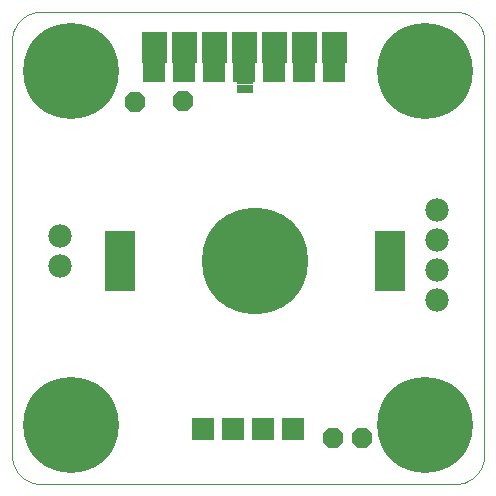
<source format=gbs>
G75*
%MOIN*%
%OFA0B0*%
%FSLAX25Y25*%
%IPPOS*%
%LPD*%
%AMOC8*
5,1,8,0,0,1.08239X$1,22.5*
%
%ADD10C,0.00000*%
%ADD11OC8,0.06700*%
%ADD12R,0.07800X0.07800*%
%ADD13C,0.00001*%
%ADD14C,0.31896*%
%ADD15C,0.07800*%
%ADD16C,0.35400*%
%ADD17R,0.10400X0.20400*%
%ADD18R,0.05400X0.02900*%
D10*
X0010843Y0001300D02*
X0148638Y0001300D01*
X0148876Y0001303D01*
X0149114Y0001311D01*
X0149351Y0001326D01*
X0149588Y0001346D01*
X0149824Y0001372D01*
X0150060Y0001403D01*
X0150295Y0001440D01*
X0150529Y0001483D01*
X0150762Y0001532D01*
X0150994Y0001586D01*
X0151224Y0001646D01*
X0151453Y0001711D01*
X0151680Y0001782D01*
X0151905Y0001858D01*
X0152128Y0001940D01*
X0152350Y0002027D01*
X0152569Y0002119D01*
X0152786Y0002217D01*
X0153000Y0002319D01*
X0153212Y0002427D01*
X0153422Y0002541D01*
X0153628Y0002659D01*
X0153832Y0002782D01*
X0154032Y0002910D01*
X0154229Y0003042D01*
X0154424Y0003180D01*
X0154614Y0003322D01*
X0154802Y0003469D01*
X0154985Y0003620D01*
X0155165Y0003775D01*
X0155341Y0003935D01*
X0155513Y0004099D01*
X0155682Y0004268D01*
X0155846Y0004440D01*
X0156006Y0004616D01*
X0156161Y0004796D01*
X0156312Y0004979D01*
X0156459Y0005167D01*
X0156601Y0005357D01*
X0156739Y0005552D01*
X0156871Y0005749D01*
X0156999Y0005949D01*
X0157122Y0006153D01*
X0157240Y0006359D01*
X0157354Y0006569D01*
X0157462Y0006781D01*
X0157564Y0006995D01*
X0157662Y0007212D01*
X0157754Y0007431D01*
X0157841Y0007653D01*
X0157923Y0007876D01*
X0157999Y0008101D01*
X0158070Y0008328D01*
X0158135Y0008557D01*
X0158195Y0008787D01*
X0158249Y0009019D01*
X0158298Y0009252D01*
X0158341Y0009486D01*
X0158378Y0009721D01*
X0158409Y0009957D01*
X0158435Y0010193D01*
X0158455Y0010430D01*
X0158470Y0010667D01*
X0158478Y0010905D01*
X0158481Y0011143D01*
X0158480Y0011143D02*
X0158480Y0148938D01*
X0158481Y0148938D02*
X0158478Y0149176D01*
X0158470Y0149414D01*
X0158455Y0149651D01*
X0158435Y0149888D01*
X0158409Y0150124D01*
X0158378Y0150360D01*
X0158341Y0150595D01*
X0158298Y0150829D01*
X0158249Y0151062D01*
X0158195Y0151294D01*
X0158135Y0151524D01*
X0158070Y0151753D01*
X0157999Y0151980D01*
X0157923Y0152205D01*
X0157841Y0152428D01*
X0157754Y0152650D01*
X0157662Y0152869D01*
X0157564Y0153086D01*
X0157462Y0153300D01*
X0157354Y0153512D01*
X0157240Y0153722D01*
X0157122Y0153928D01*
X0156999Y0154132D01*
X0156871Y0154332D01*
X0156739Y0154529D01*
X0156601Y0154724D01*
X0156459Y0154914D01*
X0156312Y0155102D01*
X0156161Y0155285D01*
X0156006Y0155465D01*
X0155846Y0155641D01*
X0155682Y0155813D01*
X0155513Y0155982D01*
X0155341Y0156146D01*
X0155165Y0156306D01*
X0154985Y0156461D01*
X0154802Y0156612D01*
X0154614Y0156759D01*
X0154424Y0156901D01*
X0154229Y0157039D01*
X0154032Y0157171D01*
X0153832Y0157299D01*
X0153628Y0157422D01*
X0153422Y0157540D01*
X0153212Y0157654D01*
X0153000Y0157762D01*
X0152786Y0157864D01*
X0152569Y0157962D01*
X0152350Y0158054D01*
X0152128Y0158141D01*
X0151905Y0158223D01*
X0151680Y0158299D01*
X0151453Y0158370D01*
X0151224Y0158435D01*
X0150994Y0158495D01*
X0150762Y0158549D01*
X0150529Y0158598D01*
X0150295Y0158641D01*
X0150060Y0158678D01*
X0149824Y0158709D01*
X0149588Y0158735D01*
X0149351Y0158755D01*
X0149114Y0158770D01*
X0148876Y0158778D01*
X0148638Y0158781D01*
X0148638Y0158780D02*
X0010843Y0158780D01*
X0010843Y0158781D02*
X0010605Y0158778D01*
X0010367Y0158770D01*
X0010130Y0158755D01*
X0009893Y0158735D01*
X0009657Y0158709D01*
X0009421Y0158678D01*
X0009186Y0158641D01*
X0008952Y0158598D01*
X0008719Y0158549D01*
X0008487Y0158495D01*
X0008257Y0158435D01*
X0008028Y0158370D01*
X0007801Y0158299D01*
X0007576Y0158223D01*
X0007353Y0158141D01*
X0007131Y0158054D01*
X0006912Y0157962D01*
X0006695Y0157864D01*
X0006481Y0157762D01*
X0006269Y0157654D01*
X0006059Y0157540D01*
X0005853Y0157422D01*
X0005649Y0157299D01*
X0005449Y0157171D01*
X0005252Y0157039D01*
X0005057Y0156901D01*
X0004867Y0156759D01*
X0004679Y0156612D01*
X0004496Y0156461D01*
X0004316Y0156306D01*
X0004140Y0156146D01*
X0003968Y0155982D01*
X0003799Y0155813D01*
X0003635Y0155641D01*
X0003475Y0155465D01*
X0003320Y0155285D01*
X0003169Y0155102D01*
X0003022Y0154914D01*
X0002880Y0154724D01*
X0002742Y0154529D01*
X0002610Y0154332D01*
X0002482Y0154132D01*
X0002359Y0153928D01*
X0002241Y0153722D01*
X0002127Y0153512D01*
X0002019Y0153300D01*
X0001917Y0153086D01*
X0001819Y0152869D01*
X0001727Y0152650D01*
X0001640Y0152428D01*
X0001558Y0152205D01*
X0001482Y0151980D01*
X0001411Y0151753D01*
X0001346Y0151524D01*
X0001286Y0151294D01*
X0001232Y0151062D01*
X0001183Y0150829D01*
X0001140Y0150595D01*
X0001103Y0150360D01*
X0001072Y0150124D01*
X0001046Y0149888D01*
X0001026Y0149651D01*
X0001011Y0149414D01*
X0001003Y0149176D01*
X0001000Y0148938D01*
X0001000Y0011143D01*
X0001003Y0010905D01*
X0001011Y0010667D01*
X0001026Y0010430D01*
X0001046Y0010193D01*
X0001072Y0009957D01*
X0001103Y0009721D01*
X0001140Y0009486D01*
X0001183Y0009252D01*
X0001232Y0009019D01*
X0001286Y0008787D01*
X0001346Y0008557D01*
X0001411Y0008328D01*
X0001482Y0008101D01*
X0001558Y0007876D01*
X0001640Y0007653D01*
X0001727Y0007431D01*
X0001819Y0007212D01*
X0001917Y0006995D01*
X0002019Y0006781D01*
X0002127Y0006569D01*
X0002241Y0006359D01*
X0002359Y0006153D01*
X0002482Y0005949D01*
X0002610Y0005749D01*
X0002742Y0005552D01*
X0002880Y0005357D01*
X0003022Y0005167D01*
X0003169Y0004979D01*
X0003320Y0004796D01*
X0003475Y0004616D01*
X0003635Y0004440D01*
X0003799Y0004268D01*
X0003968Y0004099D01*
X0004140Y0003935D01*
X0004316Y0003775D01*
X0004496Y0003620D01*
X0004679Y0003469D01*
X0004867Y0003322D01*
X0005057Y0003180D01*
X0005252Y0003042D01*
X0005449Y0002910D01*
X0005649Y0002782D01*
X0005853Y0002659D01*
X0006059Y0002541D01*
X0006269Y0002427D01*
X0006481Y0002319D01*
X0006695Y0002217D01*
X0006912Y0002119D01*
X0007131Y0002027D01*
X0007353Y0001940D01*
X0007576Y0001858D01*
X0007801Y0001782D01*
X0008028Y0001711D01*
X0008257Y0001646D01*
X0008487Y0001586D01*
X0008719Y0001532D01*
X0008952Y0001483D01*
X0009186Y0001440D01*
X0009421Y0001403D01*
X0009657Y0001372D01*
X0009893Y0001346D01*
X0010130Y0001326D01*
X0010367Y0001311D01*
X0010605Y0001303D01*
X0010843Y0001300D01*
X0044244Y0142095D02*
X0044244Y0143095D01*
X0044244Y0142595D01*
X0044244Y0152095D01*
X0052244Y0152095D01*
X0052244Y0142095D01*
X0044244Y0142095D01*
X0054244Y0142095D02*
X0054244Y0143095D01*
X0054244Y0142595D01*
X0054244Y0152095D01*
X0062244Y0152095D01*
X0062244Y0142095D01*
X0054244Y0142095D01*
X0064244Y0142095D02*
X0064244Y0143095D01*
X0064244Y0142595D01*
X0064244Y0152095D01*
X0072244Y0152095D01*
X0072244Y0142095D01*
X0064244Y0142095D01*
X0074244Y0142095D02*
X0074244Y0143095D01*
X0074244Y0142595D01*
X0074244Y0152095D01*
X0082244Y0152095D01*
X0082244Y0142095D01*
X0074244Y0142095D01*
X0084244Y0142095D02*
X0084244Y0143095D01*
X0084244Y0142595D01*
X0084244Y0152095D01*
X0092244Y0152095D01*
X0092244Y0142095D01*
X0084244Y0142095D01*
X0094244Y0142095D02*
X0094244Y0143095D01*
X0094244Y0142595D01*
X0094244Y0152095D01*
X0102244Y0152095D01*
X0102244Y0142095D01*
X0094244Y0142095D01*
X0104244Y0142095D02*
X0104244Y0143095D01*
X0104244Y0142595D01*
X0104244Y0152095D01*
X0112244Y0152095D01*
X0112244Y0142095D01*
X0104244Y0142095D01*
D11*
X0057969Y0129174D03*
X0041984Y0128859D03*
X0108087Y0016654D03*
X0117654Y0016615D03*
D12*
X0094880Y0019854D03*
X0084880Y0019854D03*
X0074880Y0019854D03*
X0064880Y0019854D03*
X0068244Y0139095D03*
X0058244Y0139095D03*
X0048244Y0139095D03*
X0078244Y0139095D03*
X0088244Y0139095D03*
X0098244Y0139095D03*
X0108244Y0139095D03*
D13*
X0104244Y0142095D02*
X0112244Y0142095D01*
X0112244Y0142096D02*
X0104244Y0142096D01*
X0104244Y0142097D02*
X0112244Y0142097D01*
X0112244Y0142098D02*
X0104244Y0142098D01*
X0104244Y0142099D02*
X0112244Y0142099D01*
X0112244Y0142100D02*
X0104244Y0142100D01*
X0104244Y0142101D02*
X0112244Y0142101D01*
X0112244Y0142102D02*
X0104244Y0142102D01*
X0104244Y0142103D02*
X0112244Y0142103D01*
X0112244Y0142104D02*
X0104244Y0142104D01*
X0104244Y0142105D02*
X0112244Y0142105D01*
X0112244Y0142106D02*
X0104244Y0142106D01*
X0104244Y0142107D02*
X0112244Y0142107D01*
X0112244Y0142108D02*
X0104244Y0142108D01*
X0104244Y0142109D02*
X0112244Y0142109D01*
X0112244Y0142110D02*
X0104244Y0142110D01*
X0104244Y0142111D02*
X0112244Y0142111D01*
X0112244Y0142112D02*
X0104244Y0142112D01*
X0104244Y0142113D02*
X0112244Y0142113D01*
X0112244Y0142114D02*
X0104244Y0142114D01*
X0104244Y0142115D02*
X0112244Y0142115D01*
X0112244Y0142116D02*
X0104244Y0142116D01*
X0104244Y0142117D02*
X0112244Y0142117D01*
X0112244Y0142118D02*
X0104244Y0142118D01*
X0104244Y0142119D02*
X0112244Y0142119D01*
X0112244Y0142120D02*
X0104244Y0142120D01*
X0104244Y0142121D02*
X0112244Y0142121D01*
X0112244Y0142122D02*
X0104244Y0142122D01*
X0104244Y0142123D02*
X0112244Y0142123D01*
X0112244Y0142124D02*
X0104244Y0142124D01*
X0104244Y0142125D02*
X0112244Y0142125D01*
X0112244Y0142126D02*
X0104244Y0142126D01*
X0104244Y0142127D02*
X0112244Y0142127D01*
X0112244Y0142128D02*
X0104244Y0142128D01*
X0104244Y0142129D02*
X0112244Y0142129D01*
X0112244Y0142130D02*
X0104244Y0142130D01*
X0104244Y0142131D02*
X0112244Y0142131D01*
X0112244Y0142132D02*
X0104244Y0142132D01*
X0104244Y0142133D02*
X0112244Y0142133D01*
X0112244Y0142134D02*
X0104244Y0142134D01*
X0104244Y0142135D02*
X0112244Y0142135D01*
X0112244Y0142136D02*
X0104244Y0142136D01*
X0104244Y0142137D02*
X0112244Y0142137D01*
X0112244Y0142138D02*
X0104244Y0142138D01*
X0104244Y0142139D02*
X0112244Y0142139D01*
X0112244Y0142140D02*
X0104244Y0142140D01*
X0104244Y0142141D02*
X0112244Y0142141D01*
X0112244Y0142142D02*
X0104244Y0142142D01*
X0104244Y0142143D02*
X0112244Y0142143D01*
X0112244Y0142144D02*
X0104244Y0142144D01*
X0112244Y0142144D01*
X0112244Y0142145D02*
X0104244Y0142145D01*
X0104244Y0142146D02*
X0112244Y0142146D01*
X0112244Y0142147D02*
X0104244Y0142147D01*
X0104244Y0142148D02*
X0112244Y0142148D01*
X0112244Y0142149D02*
X0104244Y0142149D01*
X0104244Y0142150D02*
X0112244Y0142150D01*
X0112244Y0142151D02*
X0104244Y0142151D01*
X0104244Y0142152D02*
X0112244Y0142152D01*
X0112244Y0142153D02*
X0104244Y0142153D01*
X0104244Y0142154D02*
X0112244Y0142154D01*
X0112244Y0142155D02*
X0104244Y0142155D01*
X0104244Y0142156D02*
X0112244Y0142156D01*
X0112244Y0142157D02*
X0104244Y0142157D01*
X0104244Y0142158D02*
X0112244Y0142158D01*
X0112244Y0142159D02*
X0104244Y0142159D01*
X0104244Y0142160D02*
X0112244Y0142160D01*
X0112244Y0142161D02*
X0104244Y0142161D01*
X0104244Y0142162D02*
X0112244Y0142162D01*
X0112244Y0142163D02*
X0104244Y0142163D01*
X0104244Y0142164D02*
X0112244Y0142164D01*
X0112244Y0142165D02*
X0104244Y0142165D01*
X0104244Y0142166D02*
X0112244Y0142166D01*
X0112244Y0142167D02*
X0104244Y0142167D01*
X0104244Y0142168D02*
X0112244Y0142168D01*
X0112244Y0142169D02*
X0104244Y0142169D01*
X0104244Y0142170D02*
X0112244Y0142170D01*
X0112244Y0142171D02*
X0104244Y0142171D01*
X0104244Y0142172D02*
X0112244Y0142172D01*
X0112244Y0142173D02*
X0104244Y0142173D01*
X0104244Y0142174D02*
X0112244Y0142174D01*
X0112244Y0142175D02*
X0104244Y0142175D01*
X0104244Y0142176D02*
X0112244Y0142176D01*
X0112244Y0142177D02*
X0104244Y0142177D01*
X0104244Y0142178D02*
X0112244Y0142178D01*
X0112244Y0142179D02*
X0104244Y0142179D01*
X0104244Y0142180D02*
X0112244Y0142180D01*
X0112244Y0142181D02*
X0104244Y0142181D01*
X0104244Y0142182D02*
X0112244Y0142182D01*
X0112244Y0142183D02*
X0104244Y0142183D01*
X0104244Y0142184D02*
X0112244Y0142184D01*
X0112244Y0142185D02*
X0104244Y0142185D01*
X0104244Y0142186D02*
X0112244Y0142186D01*
X0112244Y0142187D02*
X0104244Y0142187D01*
X0104244Y0142188D02*
X0112244Y0142188D01*
X0112244Y0142189D02*
X0104244Y0142189D01*
X0104244Y0142190D02*
X0112244Y0142190D01*
X0112244Y0142191D02*
X0104244Y0142191D01*
X0104244Y0142192D02*
X0112244Y0142192D01*
X0112244Y0142193D02*
X0104244Y0142193D01*
X0104244Y0142194D02*
X0112244Y0142194D01*
X0112244Y0142195D02*
X0104244Y0142195D01*
X0104244Y0142196D02*
X0112244Y0142196D01*
X0112244Y0142197D02*
X0104244Y0142197D01*
X0104244Y0142198D02*
X0112244Y0142198D01*
X0112244Y0142199D02*
X0104244Y0142199D01*
X0104244Y0142200D02*
X0112244Y0142200D01*
X0112244Y0142201D02*
X0104244Y0142201D01*
X0104244Y0142202D02*
X0112244Y0142202D01*
X0112244Y0142203D02*
X0104244Y0142203D01*
X0104244Y0142204D02*
X0112244Y0142204D01*
X0112244Y0142205D02*
X0104244Y0142205D01*
X0104244Y0142206D02*
X0112244Y0142206D01*
X0104244Y0142206D01*
X0104244Y0142207D02*
X0112244Y0142207D01*
X0112244Y0142208D02*
X0104244Y0142208D01*
X0104244Y0142209D02*
X0112244Y0142209D01*
X0112244Y0142210D02*
X0104244Y0142210D01*
X0104244Y0142211D02*
X0112244Y0142211D01*
X0112244Y0142212D02*
X0104244Y0142212D01*
X0104244Y0142213D02*
X0112244Y0142213D01*
X0112244Y0142214D02*
X0104244Y0142214D01*
X0104244Y0142215D02*
X0112244Y0142215D01*
X0112244Y0142216D02*
X0104244Y0142216D01*
X0104244Y0142217D02*
X0112244Y0142217D01*
X0112244Y0142218D02*
X0104244Y0142218D01*
X0104244Y0142219D02*
X0112244Y0142219D01*
X0112244Y0142220D02*
X0104244Y0142220D01*
X0104244Y0142221D02*
X0112244Y0142221D01*
X0112244Y0142222D02*
X0104244Y0142222D01*
X0104244Y0142223D02*
X0112244Y0142223D01*
X0112244Y0142224D02*
X0104244Y0142224D01*
X0104244Y0142225D02*
X0112244Y0142225D01*
X0112244Y0142226D02*
X0104244Y0142226D01*
X0104244Y0142227D02*
X0112244Y0142227D01*
X0112244Y0142228D02*
X0104244Y0142228D01*
X0104244Y0142229D02*
X0112244Y0142229D01*
X0112244Y0142230D02*
X0104244Y0142230D01*
X0104244Y0142231D02*
X0112244Y0142231D01*
X0112244Y0142232D02*
X0104244Y0142232D01*
X0104244Y0142233D02*
X0112244Y0142233D01*
X0112244Y0142234D02*
X0104244Y0142234D01*
X0104244Y0142235D02*
X0112244Y0142235D01*
X0112244Y0142236D02*
X0104244Y0142236D01*
X0104244Y0142237D02*
X0112244Y0142237D01*
X0112244Y0142238D02*
X0104244Y0142238D01*
X0104244Y0142239D02*
X0112244Y0142239D01*
X0112244Y0142240D02*
X0104244Y0142240D01*
X0104244Y0142241D02*
X0112244Y0142241D01*
X0112244Y0142242D02*
X0104244Y0142242D01*
X0104244Y0142243D02*
X0112244Y0142243D01*
X0112244Y0142244D02*
X0104244Y0142244D01*
X0104244Y0142245D02*
X0112244Y0142245D01*
X0112244Y0142246D02*
X0104244Y0142246D01*
X0104244Y0142247D02*
X0112244Y0142247D01*
X0112244Y0142248D02*
X0104244Y0142248D01*
X0104244Y0142249D02*
X0112244Y0142249D01*
X0112244Y0142250D02*
X0104244Y0142250D01*
X0104244Y0142251D02*
X0112244Y0142251D01*
X0112244Y0142252D02*
X0104244Y0142252D01*
X0104244Y0142253D02*
X0112244Y0142253D01*
X0112244Y0142254D02*
X0104244Y0142254D01*
X0104244Y0142255D02*
X0112244Y0142255D01*
X0112244Y0142256D02*
X0104244Y0142256D01*
X0104244Y0142257D02*
X0112244Y0142257D01*
X0112244Y0142258D02*
X0104244Y0142258D01*
X0104244Y0142259D02*
X0112244Y0142259D01*
X0112244Y0142260D02*
X0104244Y0142260D01*
X0104244Y0142261D02*
X0112244Y0142261D01*
X0112244Y0142262D02*
X0104244Y0142262D01*
X0104244Y0142263D02*
X0112244Y0142263D01*
X0112244Y0142264D02*
X0104244Y0142264D01*
X0104244Y0142265D02*
X0112244Y0142265D01*
X0112244Y0142266D02*
X0104244Y0142266D01*
X0104244Y0142267D02*
X0112244Y0142267D01*
X0112244Y0142268D02*
X0104244Y0142268D01*
X0104244Y0142269D02*
X0112244Y0142269D01*
X0104244Y0142269D01*
X0104244Y0142270D02*
X0112244Y0142270D01*
X0112244Y0142271D02*
X0104244Y0142271D01*
X0104244Y0142272D02*
X0112244Y0142272D01*
X0112244Y0142273D02*
X0104244Y0142273D01*
X0104244Y0142274D02*
X0112244Y0142274D01*
X0112244Y0142275D02*
X0104244Y0142275D01*
X0104244Y0142276D02*
X0112244Y0142276D01*
X0112244Y0142277D02*
X0104244Y0142277D01*
X0104244Y0142278D02*
X0112244Y0142278D01*
X0112244Y0142279D02*
X0104244Y0142279D01*
X0104244Y0142280D02*
X0112244Y0142280D01*
X0112244Y0142281D02*
X0104244Y0142281D01*
X0104244Y0142282D02*
X0112244Y0142282D01*
X0112244Y0142283D02*
X0104244Y0142283D01*
X0104244Y0142284D02*
X0112244Y0142284D01*
X0112244Y0142285D02*
X0104244Y0142285D01*
X0104244Y0142286D02*
X0112244Y0142286D01*
X0112244Y0142287D02*
X0104244Y0142287D01*
X0104244Y0142288D02*
X0112244Y0142288D01*
X0112244Y0142289D02*
X0104244Y0142289D01*
X0104244Y0142290D02*
X0112244Y0142290D01*
X0112244Y0142291D02*
X0104244Y0142291D01*
X0104244Y0142292D02*
X0112244Y0142292D01*
X0112244Y0142293D02*
X0104244Y0142293D01*
X0104244Y0142294D02*
X0112244Y0142294D01*
X0112244Y0142295D02*
X0104244Y0142295D01*
X0104244Y0142296D02*
X0112244Y0142296D01*
X0112244Y0142297D02*
X0104244Y0142297D01*
X0104244Y0142298D02*
X0112244Y0142298D01*
X0112244Y0142299D02*
X0104244Y0142299D01*
X0104244Y0142300D02*
X0112244Y0142300D01*
X0112244Y0142301D02*
X0104244Y0142301D01*
X0104244Y0142302D02*
X0112244Y0142302D01*
X0112244Y0142303D02*
X0104244Y0142303D01*
X0104244Y0142304D02*
X0112244Y0142304D01*
X0112244Y0142305D02*
X0104244Y0142305D01*
X0104244Y0142306D02*
X0112244Y0142306D01*
X0112244Y0142307D02*
X0104244Y0142307D01*
X0104244Y0142308D02*
X0112244Y0142308D01*
X0112244Y0142309D02*
X0104244Y0142309D01*
X0104244Y0142310D02*
X0112244Y0142310D01*
X0112244Y0142311D02*
X0104244Y0142311D01*
X0104244Y0142312D02*
X0112244Y0142312D01*
X0112244Y0142313D02*
X0104244Y0142313D01*
X0104244Y0142314D02*
X0112244Y0142314D01*
X0112244Y0142315D02*
X0104244Y0142315D01*
X0104244Y0142316D02*
X0112244Y0142316D01*
X0112244Y0142317D02*
X0104244Y0142317D01*
X0104244Y0142318D02*
X0112244Y0142318D01*
X0112244Y0142319D02*
X0104244Y0142319D01*
X0104244Y0142320D02*
X0112244Y0142320D01*
X0112244Y0142321D02*
X0104244Y0142321D01*
X0104244Y0142322D02*
X0112244Y0142322D01*
X0112244Y0142323D02*
X0104244Y0142323D01*
X0104244Y0142324D02*
X0112244Y0142324D01*
X0112244Y0142325D02*
X0104244Y0142325D01*
X0104244Y0142326D02*
X0112244Y0142326D01*
X0112244Y0142327D02*
X0104244Y0142327D01*
X0104244Y0142328D02*
X0112244Y0142328D01*
X0112244Y0142329D02*
X0104244Y0142329D01*
X0104244Y0142330D02*
X0112244Y0142330D01*
X0112244Y0142331D02*
X0104244Y0142331D01*
X0112244Y0142331D01*
X0112244Y0142332D02*
X0104244Y0142332D01*
X0104244Y0142333D02*
X0112244Y0142333D01*
X0112244Y0142334D02*
X0104244Y0142334D01*
X0104244Y0142335D02*
X0112244Y0142335D01*
X0112244Y0142336D02*
X0104244Y0142336D01*
X0104244Y0142337D02*
X0112244Y0142337D01*
X0112244Y0142338D02*
X0104244Y0142338D01*
X0104244Y0142339D02*
X0112244Y0142339D01*
X0112244Y0142340D02*
X0104244Y0142340D01*
X0104244Y0142341D02*
X0112244Y0142341D01*
X0112244Y0142342D02*
X0104244Y0142342D01*
X0104244Y0142343D02*
X0112244Y0142343D01*
X0112244Y0142344D02*
X0104244Y0142344D01*
X0104244Y0142345D02*
X0112244Y0142345D01*
X0112244Y0142346D02*
X0104244Y0142346D01*
X0104244Y0142347D02*
X0112244Y0142347D01*
X0112244Y0142348D02*
X0104244Y0142348D01*
X0104244Y0142349D02*
X0112244Y0142349D01*
X0112244Y0142350D02*
X0104244Y0142350D01*
X0104244Y0142351D02*
X0112244Y0142351D01*
X0112244Y0142352D02*
X0104244Y0142352D01*
X0104244Y0142353D02*
X0112244Y0142353D01*
X0112244Y0142354D02*
X0104244Y0142354D01*
X0104244Y0142355D02*
X0112244Y0142355D01*
X0112244Y0142356D02*
X0104244Y0142356D01*
X0104244Y0142357D02*
X0112244Y0142357D01*
X0112244Y0142358D02*
X0104244Y0142358D01*
X0104244Y0142359D02*
X0112244Y0142359D01*
X0112244Y0142360D02*
X0104244Y0142360D01*
X0104244Y0142361D02*
X0112244Y0142361D01*
X0112244Y0142362D02*
X0104244Y0142362D01*
X0104244Y0142363D02*
X0112244Y0142363D01*
X0112244Y0142364D02*
X0104244Y0142364D01*
X0104244Y0142365D02*
X0112244Y0142365D01*
X0112244Y0142366D02*
X0104244Y0142366D01*
X0104244Y0142367D02*
X0112244Y0142367D01*
X0112244Y0142368D02*
X0104244Y0142368D01*
X0104244Y0142369D02*
X0112244Y0142369D01*
X0112244Y0142370D02*
X0104244Y0142370D01*
X0104244Y0142371D02*
X0112244Y0142371D01*
X0112244Y0142372D02*
X0104244Y0142372D01*
X0104244Y0142373D02*
X0112244Y0142373D01*
X0112244Y0142374D02*
X0104244Y0142374D01*
X0104244Y0142375D02*
X0112244Y0142375D01*
X0112244Y0142376D02*
X0104244Y0142376D01*
X0104244Y0142377D02*
X0112244Y0142377D01*
X0112244Y0142378D02*
X0104244Y0142378D01*
X0104244Y0142379D02*
X0112244Y0142379D01*
X0112244Y0142380D02*
X0104244Y0142380D01*
X0104244Y0142381D02*
X0112244Y0142381D01*
X0112244Y0142382D02*
X0104244Y0142382D01*
X0104244Y0142383D02*
X0112244Y0142383D01*
X0112244Y0142384D02*
X0104244Y0142384D01*
X0104244Y0142385D02*
X0112244Y0142385D01*
X0112244Y0142386D02*
X0104244Y0142386D01*
X0104244Y0142387D02*
X0112244Y0142387D01*
X0112244Y0142388D02*
X0104244Y0142388D01*
X0104244Y0142389D02*
X0112244Y0142389D01*
X0112244Y0142390D02*
X0104244Y0142390D01*
X0104244Y0142391D02*
X0112244Y0142391D01*
X0112244Y0142392D02*
X0104244Y0142392D01*
X0104244Y0142393D02*
X0112244Y0142393D01*
X0112244Y0142394D02*
X0104244Y0142394D01*
X0112244Y0142394D01*
X0112244Y0142395D02*
X0104244Y0142395D01*
X0104244Y0142396D02*
X0112244Y0142396D01*
X0112244Y0142397D02*
X0104244Y0142397D01*
X0104244Y0142398D02*
X0112244Y0142398D01*
X0112244Y0142399D02*
X0104244Y0142399D01*
X0104244Y0142400D02*
X0112244Y0142400D01*
X0112244Y0142401D02*
X0104244Y0142401D01*
X0104244Y0142402D02*
X0112244Y0142402D01*
X0112244Y0142403D02*
X0104244Y0142403D01*
X0104244Y0142404D02*
X0112244Y0142404D01*
X0112244Y0142405D02*
X0104244Y0142405D01*
X0104244Y0142406D02*
X0112244Y0142406D01*
X0112244Y0142407D02*
X0104244Y0142407D01*
X0104244Y0142408D02*
X0112244Y0142408D01*
X0112244Y0142409D02*
X0104244Y0142409D01*
X0104244Y0142410D02*
X0112244Y0142410D01*
X0112244Y0142411D02*
X0104244Y0142411D01*
X0104244Y0142412D02*
X0112244Y0142412D01*
X0112244Y0142413D02*
X0104244Y0142413D01*
X0104244Y0142414D02*
X0112244Y0142414D01*
X0112244Y0142415D02*
X0104244Y0142415D01*
X0104244Y0142416D02*
X0112244Y0142416D01*
X0112244Y0142417D02*
X0104244Y0142417D01*
X0104244Y0142418D02*
X0112244Y0142418D01*
X0112244Y0142419D02*
X0104244Y0142419D01*
X0104244Y0142420D02*
X0112244Y0142420D01*
X0112244Y0142421D02*
X0104244Y0142421D01*
X0104244Y0142422D02*
X0112244Y0142422D01*
X0112244Y0142423D02*
X0104244Y0142423D01*
X0104244Y0142424D02*
X0112244Y0142424D01*
X0112244Y0142425D02*
X0104244Y0142425D01*
X0104244Y0142426D02*
X0112244Y0142426D01*
X0112244Y0142427D02*
X0104244Y0142427D01*
X0104244Y0142428D02*
X0112244Y0142428D01*
X0112244Y0142429D02*
X0104244Y0142429D01*
X0104244Y0142430D02*
X0112244Y0142430D01*
X0112244Y0142431D02*
X0104244Y0142431D01*
X0104244Y0142432D02*
X0112244Y0142432D01*
X0112244Y0142433D02*
X0104244Y0142433D01*
X0104244Y0142434D02*
X0112244Y0142434D01*
X0112244Y0142435D02*
X0104244Y0142435D01*
X0104244Y0142436D02*
X0112244Y0142436D01*
X0112244Y0142437D02*
X0104244Y0142437D01*
X0104244Y0142438D02*
X0112244Y0142438D01*
X0112244Y0142439D02*
X0104244Y0142439D01*
X0104244Y0142440D02*
X0112244Y0142440D01*
X0112244Y0142441D02*
X0104244Y0142441D01*
X0104244Y0142442D02*
X0112244Y0142442D01*
X0112244Y0142443D02*
X0104244Y0142443D01*
X0104244Y0142444D02*
X0112244Y0142444D01*
X0112244Y0142445D02*
X0104244Y0142445D01*
X0104244Y0142446D02*
X0112244Y0142446D01*
X0112244Y0142447D02*
X0104244Y0142447D01*
X0104244Y0142448D02*
X0112244Y0142448D01*
X0112244Y0142449D02*
X0104244Y0142449D01*
X0104244Y0142450D02*
X0112244Y0142450D01*
X0112244Y0142451D02*
X0104244Y0142451D01*
X0104244Y0142452D02*
X0112244Y0142452D01*
X0112244Y0142453D02*
X0104244Y0142453D01*
X0104244Y0142454D02*
X0112244Y0142454D01*
X0112244Y0142455D02*
X0104244Y0142455D01*
X0104244Y0142456D02*
X0112244Y0142456D01*
X0104244Y0142456D01*
X0104244Y0142457D02*
X0112244Y0142457D01*
X0112244Y0142458D02*
X0104244Y0142458D01*
X0104244Y0142459D02*
X0112244Y0142459D01*
X0112244Y0142460D02*
X0104244Y0142460D01*
X0104244Y0142461D02*
X0112244Y0142461D01*
X0112244Y0142462D02*
X0104244Y0142462D01*
X0104244Y0142463D02*
X0112244Y0142463D01*
X0112244Y0142464D02*
X0104244Y0142464D01*
X0104244Y0142465D02*
X0112244Y0142465D01*
X0112244Y0142466D02*
X0104244Y0142466D01*
X0104244Y0142467D02*
X0112244Y0142467D01*
X0112244Y0142468D02*
X0104244Y0142468D01*
X0104244Y0142469D02*
X0112244Y0142469D01*
X0112244Y0142470D02*
X0104244Y0142470D01*
X0104244Y0142471D02*
X0112244Y0142471D01*
X0112244Y0142472D02*
X0104244Y0142472D01*
X0104244Y0142473D02*
X0112244Y0142473D01*
X0112244Y0142474D02*
X0104244Y0142474D01*
X0104244Y0142475D02*
X0112244Y0142475D01*
X0112244Y0142476D02*
X0104244Y0142476D01*
X0104244Y0142477D02*
X0112244Y0142477D01*
X0112244Y0142478D02*
X0104244Y0142478D01*
X0104244Y0142479D02*
X0112244Y0142479D01*
X0112244Y0142480D02*
X0104244Y0142480D01*
X0104244Y0142481D02*
X0112244Y0142481D01*
X0112244Y0142482D02*
X0104244Y0142482D01*
X0104244Y0142483D02*
X0112244Y0142483D01*
X0112244Y0142484D02*
X0104244Y0142484D01*
X0104244Y0142485D02*
X0112244Y0142485D01*
X0112244Y0142486D02*
X0104244Y0142486D01*
X0104244Y0142487D02*
X0112244Y0142487D01*
X0112244Y0142488D02*
X0104244Y0142488D01*
X0104244Y0142489D02*
X0112244Y0142489D01*
X0112244Y0142490D02*
X0104244Y0142490D01*
X0104244Y0142491D02*
X0112244Y0142491D01*
X0112244Y0142492D02*
X0104244Y0142492D01*
X0104244Y0142493D02*
X0112244Y0142493D01*
X0112244Y0142494D02*
X0104244Y0142494D01*
X0104244Y0142495D02*
X0112244Y0142495D01*
X0112244Y0142496D02*
X0104244Y0142496D01*
X0104244Y0142497D02*
X0112244Y0142497D01*
X0112244Y0142498D02*
X0104244Y0142498D01*
X0104244Y0142499D02*
X0112244Y0142499D01*
X0112244Y0142500D02*
X0104244Y0142500D01*
X0104244Y0142501D02*
X0112244Y0142501D01*
X0112244Y0142502D02*
X0104244Y0142502D01*
X0104244Y0142503D02*
X0112244Y0142503D01*
X0112244Y0142504D02*
X0104244Y0142504D01*
X0104244Y0142505D02*
X0112244Y0142505D01*
X0112244Y0142506D02*
X0104244Y0142506D01*
X0104244Y0142507D02*
X0112244Y0142507D01*
X0112244Y0142508D02*
X0104244Y0142508D01*
X0104244Y0142509D02*
X0112244Y0142509D01*
X0112244Y0142510D02*
X0104244Y0142510D01*
X0104244Y0142511D02*
X0112244Y0142511D01*
X0112244Y0142512D02*
X0104244Y0142512D01*
X0104244Y0142513D02*
X0112244Y0142513D01*
X0112244Y0142514D02*
X0104244Y0142514D01*
X0104244Y0142515D02*
X0112244Y0142515D01*
X0112244Y0142516D02*
X0104244Y0142516D01*
X0104244Y0142517D02*
X0112244Y0142517D01*
X0112244Y0142518D02*
X0104244Y0142518D01*
X0104244Y0142519D02*
X0112244Y0142519D01*
X0104244Y0142519D01*
X0104244Y0142520D02*
X0112244Y0142520D01*
X0112244Y0142521D02*
X0104244Y0142521D01*
X0104244Y0142522D02*
X0112244Y0142522D01*
X0112244Y0142523D02*
X0104244Y0142523D01*
X0104244Y0142524D02*
X0112244Y0142524D01*
X0112244Y0142525D02*
X0104244Y0142525D01*
X0104244Y0142526D02*
X0112244Y0142526D01*
X0112244Y0142527D02*
X0104244Y0142527D01*
X0104244Y0142528D02*
X0112244Y0142528D01*
X0112244Y0142529D02*
X0104244Y0142529D01*
X0104244Y0142530D02*
X0112244Y0142530D01*
X0112244Y0142531D02*
X0104244Y0142531D01*
X0104244Y0142532D02*
X0112244Y0142532D01*
X0112244Y0142533D02*
X0104244Y0142533D01*
X0104244Y0142534D02*
X0112244Y0142534D01*
X0112244Y0142535D02*
X0104244Y0142535D01*
X0104244Y0142536D02*
X0112244Y0142536D01*
X0112244Y0142537D02*
X0104244Y0142537D01*
X0104244Y0142538D02*
X0112244Y0142538D01*
X0112244Y0142539D02*
X0104244Y0142539D01*
X0104244Y0142540D02*
X0112244Y0142540D01*
X0112244Y0142541D02*
X0104244Y0142541D01*
X0104244Y0142542D02*
X0112244Y0142542D01*
X0112244Y0142543D02*
X0104244Y0142543D01*
X0104244Y0142544D02*
X0112244Y0142544D01*
X0112244Y0142545D02*
X0104244Y0142545D01*
X0104244Y0142546D02*
X0112244Y0142546D01*
X0112244Y0142547D02*
X0104244Y0142547D01*
X0104244Y0142548D02*
X0112244Y0142548D01*
X0112244Y0142549D02*
X0104244Y0142549D01*
X0104244Y0142550D02*
X0112244Y0142550D01*
X0112244Y0142551D02*
X0104244Y0142551D01*
X0104244Y0142552D02*
X0112244Y0142552D01*
X0112244Y0142553D02*
X0104244Y0142553D01*
X0104244Y0142554D02*
X0112244Y0142554D01*
X0112244Y0142555D02*
X0104244Y0142555D01*
X0104244Y0142556D02*
X0112244Y0142556D01*
X0112244Y0142557D02*
X0104244Y0142557D01*
X0104244Y0142558D02*
X0112244Y0142558D01*
X0112244Y0142559D02*
X0104244Y0142559D01*
X0104244Y0142560D02*
X0112244Y0142560D01*
X0112244Y0142561D02*
X0104244Y0142561D01*
X0104244Y0142562D02*
X0112244Y0142562D01*
X0112244Y0142563D02*
X0104244Y0142563D01*
X0104244Y0142564D02*
X0112244Y0142564D01*
X0112244Y0142565D02*
X0104244Y0142565D01*
X0104244Y0142566D02*
X0112244Y0142566D01*
X0112244Y0142567D02*
X0104244Y0142567D01*
X0104244Y0142568D02*
X0112244Y0142568D01*
X0112244Y0142569D02*
X0104244Y0142569D01*
X0104244Y0142570D02*
X0112244Y0142570D01*
X0112244Y0142571D02*
X0104244Y0142571D01*
X0104244Y0142572D02*
X0112244Y0142572D01*
X0112244Y0142573D02*
X0104244Y0142573D01*
X0104244Y0142574D02*
X0112244Y0142574D01*
X0112244Y0142575D02*
X0104244Y0142575D01*
X0104244Y0142576D02*
X0112244Y0142576D01*
X0112244Y0142577D02*
X0104244Y0142577D01*
X0104244Y0142578D02*
X0112244Y0142578D01*
X0112244Y0142579D02*
X0104244Y0142579D01*
X0104244Y0142580D02*
X0112244Y0142580D01*
X0112244Y0142581D02*
X0104244Y0142581D01*
X0112244Y0142581D01*
X0112244Y0142582D02*
X0104244Y0142582D01*
X0104244Y0142583D02*
X0112244Y0142583D01*
X0112244Y0142584D02*
X0104244Y0142584D01*
X0104244Y0142585D02*
X0112244Y0142585D01*
X0112244Y0142586D02*
X0104244Y0142586D01*
X0104244Y0142587D02*
X0112244Y0142587D01*
X0112244Y0142588D02*
X0104244Y0142588D01*
X0104244Y0142589D02*
X0112244Y0142589D01*
X0112244Y0142590D02*
X0104244Y0142590D01*
X0104244Y0142591D02*
X0112244Y0142591D01*
X0112244Y0142592D02*
X0104244Y0142592D01*
X0104244Y0142593D02*
X0112244Y0142593D01*
X0112244Y0142594D02*
X0104244Y0142594D01*
X0104244Y0142595D02*
X0112244Y0142595D01*
X0112244Y0142596D02*
X0104244Y0142596D01*
X0104244Y0142597D02*
X0112244Y0142597D01*
X0112244Y0142598D02*
X0104244Y0142598D01*
X0104244Y0142599D02*
X0112244Y0142599D01*
X0112244Y0142600D02*
X0104244Y0142600D01*
X0104244Y0142601D02*
X0112244Y0142601D01*
X0112244Y0142602D02*
X0104244Y0142602D01*
X0104244Y0142603D02*
X0112244Y0142603D01*
X0112244Y0142604D02*
X0104244Y0142604D01*
X0104244Y0142605D02*
X0112244Y0142605D01*
X0112244Y0142606D02*
X0104244Y0142606D01*
X0104244Y0142607D02*
X0112244Y0142607D01*
X0112244Y0142608D02*
X0104244Y0142608D01*
X0104244Y0142609D02*
X0112244Y0142609D01*
X0112244Y0142610D02*
X0104244Y0142610D01*
X0104244Y0142611D02*
X0112244Y0142611D01*
X0112244Y0142612D02*
X0104244Y0142612D01*
X0104244Y0142613D02*
X0112244Y0142613D01*
X0112244Y0142614D02*
X0104244Y0142614D01*
X0104244Y0142615D02*
X0112244Y0142615D01*
X0112244Y0142616D02*
X0104244Y0142616D01*
X0104244Y0142617D02*
X0112244Y0142617D01*
X0112244Y0142618D02*
X0104244Y0142618D01*
X0104244Y0142619D02*
X0112244Y0142619D01*
X0112244Y0142620D02*
X0104244Y0142620D01*
X0104244Y0142621D02*
X0112244Y0142621D01*
X0112244Y0142622D02*
X0104244Y0142622D01*
X0104244Y0142623D02*
X0112244Y0142623D01*
X0112244Y0142624D02*
X0104244Y0142624D01*
X0104244Y0142625D02*
X0112244Y0142625D01*
X0112244Y0142626D02*
X0104244Y0142626D01*
X0104244Y0142627D02*
X0112244Y0142627D01*
X0112244Y0142628D02*
X0104244Y0142628D01*
X0104244Y0142629D02*
X0112244Y0142629D01*
X0112244Y0142630D02*
X0104244Y0142630D01*
X0104244Y0142631D02*
X0112244Y0142631D01*
X0112244Y0142632D02*
X0104244Y0142632D01*
X0104244Y0142633D02*
X0112244Y0142633D01*
X0112244Y0142634D02*
X0104244Y0142634D01*
X0104244Y0142635D02*
X0112244Y0142635D01*
X0112244Y0142636D02*
X0104244Y0142636D01*
X0104244Y0142637D02*
X0112244Y0142637D01*
X0112244Y0142638D02*
X0104244Y0142638D01*
X0104244Y0142639D02*
X0112244Y0142639D01*
X0112244Y0142640D02*
X0104244Y0142640D01*
X0104244Y0142641D02*
X0112244Y0142641D01*
X0112244Y0142642D02*
X0104244Y0142642D01*
X0104244Y0142643D02*
X0112244Y0142643D01*
X0112244Y0142644D02*
X0104244Y0142644D01*
X0112244Y0142644D01*
X0112244Y0142645D02*
X0104244Y0142645D01*
X0104244Y0142646D02*
X0112244Y0142646D01*
X0112244Y0142647D02*
X0104244Y0142647D01*
X0104244Y0142648D02*
X0112244Y0142648D01*
X0112244Y0142649D02*
X0104244Y0142649D01*
X0104244Y0142650D02*
X0112244Y0142650D01*
X0112244Y0142651D02*
X0104244Y0142651D01*
X0104244Y0142652D02*
X0112244Y0142652D01*
X0112244Y0142653D02*
X0104244Y0142653D01*
X0104244Y0142654D02*
X0112244Y0142654D01*
X0112244Y0142655D02*
X0104244Y0142655D01*
X0104244Y0142656D02*
X0112244Y0142656D01*
X0112244Y0142657D02*
X0104244Y0142657D01*
X0104244Y0142658D02*
X0112244Y0142658D01*
X0112244Y0142659D02*
X0104244Y0142659D01*
X0104244Y0142660D02*
X0112244Y0142660D01*
X0112244Y0142661D02*
X0104244Y0142661D01*
X0104244Y0142662D02*
X0112244Y0142662D01*
X0112244Y0142663D02*
X0104244Y0142663D01*
X0104244Y0142664D02*
X0112244Y0142664D01*
X0112244Y0142665D02*
X0104244Y0142665D01*
X0104244Y0142666D02*
X0112244Y0142666D01*
X0112244Y0142667D02*
X0104244Y0142667D01*
X0104244Y0142668D02*
X0112244Y0142668D01*
X0112244Y0142669D02*
X0104244Y0142669D01*
X0104244Y0142670D02*
X0112244Y0142670D01*
X0112244Y0142671D02*
X0104244Y0142671D01*
X0104244Y0142672D02*
X0112244Y0142672D01*
X0112244Y0142673D02*
X0104244Y0142673D01*
X0104244Y0142674D02*
X0112244Y0142674D01*
X0112244Y0142675D02*
X0104244Y0142675D01*
X0104244Y0142676D02*
X0112244Y0142676D01*
X0112244Y0142677D02*
X0104244Y0142677D01*
X0104244Y0142678D02*
X0112244Y0142678D01*
X0112244Y0142679D02*
X0104244Y0142679D01*
X0104244Y0142680D02*
X0112244Y0142680D01*
X0112244Y0142681D02*
X0104244Y0142681D01*
X0104244Y0142682D02*
X0112244Y0142682D01*
X0112244Y0142683D02*
X0104244Y0142683D01*
X0104244Y0142684D02*
X0112244Y0142684D01*
X0112244Y0142685D02*
X0104244Y0142685D01*
X0104244Y0142686D02*
X0112244Y0142686D01*
X0112244Y0142687D02*
X0104244Y0142687D01*
X0104244Y0142688D02*
X0112244Y0142688D01*
X0112244Y0142689D02*
X0104244Y0142689D01*
X0104244Y0142690D02*
X0112244Y0142690D01*
X0112244Y0142691D02*
X0104244Y0142691D01*
X0104244Y0142692D02*
X0112244Y0142692D01*
X0112244Y0142693D02*
X0104244Y0142693D01*
X0104244Y0142694D02*
X0112244Y0142694D01*
X0112244Y0142695D02*
X0104244Y0142695D01*
X0104244Y0142696D02*
X0112244Y0142696D01*
X0112244Y0142697D02*
X0104244Y0142697D01*
X0104244Y0142698D02*
X0112244Y0142698D01*
X0112244Y0142699D02*
X0104244Y0142699D01*
X0104244Y0142700D02*
X0112244Y0142700D01*
X0112244Y0142701D02*
X0104244Y0142701D01*
X0104244Y0142702D02*
X0112244Y0142702D01*
X0112244Y0142703D02*
X0104244Y0142703D01*
X0104244Y0142704D02*
X0112244Y0142704D01*
X0112244Y0142705D02*
X0104244Y0142705D01*
X0104244Y0142706D02*
X0112244Y0142706D01*
X0104244Y0142706D01*
X0104244Y0142707D02*
X0112244Y0142707D01*
X0112244Y0142708D02*
X0104244Y0142708D01*
X0104244Y0142709D02*
X0112244Y0142709D01*
X0112244Y0142710D02*
X0104244Y0142710D01*
X0104244Y0142711D02*
X0112244Y0142711D01*
X0112244Y0142712D02*
X0104244Y0142712D01*
X0104244Y0142713D02*
X0112244Y0142713D01*
X0112244Y0142714D02*
X0104244Y0142714D01*
X0104244Y0142715D02*
X0112244Y0142715D01*
X0112244Y0142716D02*
X0104244Y0142716D01*
X0104244Y0142717D02*
X0112244Y0142717D01*
X0112244Y0142718D02*
X0104244Y0142718D01*
X0104244Y0142719D02*
X0112244Y0142719D01*
X0112244Y0142720D02*
X0104244Y0142720D01*
X0104244Y0142721D02*
X0112244Y0142721D01*
X0112244Y0142722D02*
X0104244Y0142722D01*
X0104244Y0142723D02*
X0112244Y0142723D01*
X0112244Y0142724D02*
X0104244Y0142724D01*
X0104244Y0142725D02*
X0112244Y0142725D01*
X0112244Y0142726D02*
X0104244Y0142726D01*
X0104244Y0142727D02*
X0112244Y0142727D01*
X0112244Y0142728D02*
X0104244Y0142728D01*
X0104244Y0142729D02*
X0112244Y0142729D01*
X0112244Y0142730D02*
X0104244Y0142730D01*
X0104244Y0142731D02*
X0112244Y0142731D01*
X0112244Y0142732D02*
X0104244Y0142732D01*
X0104244Y0142733D02*
X0112244Y0142733D01*
X0112244Y0142734D02*
X0104244Y0142734D01*
X0104244Y0142735D02*
X0112244Y0142735D01*
X0112244Y0142736D02*
X0104244Y0142736D01*
X0104244Y0142737D02*
X0112244Y0142737D01*
X0112244Y0142738D02*
X0104244Y0142738D01*
X0104244Y0142739D02*
X0112244Y0142739D01*
X0112244Y0142740D02*
X0104244Y0142740D01*
X0104244Y0142741D02*
X0112244Y0142741D01*
X0112244Y0142742D02*
X0104244Y0142742D01*
X0104244Y0142743D02*
X0112244Y0142743D01*
X0112244Y0142744D02*
X0104244Y0142744D01*
X0104244Y0142745D02*
X0112244Y0142745D01*
X0112244Y0142746D02*
X0104244Y0142746D01*
X0104244Y0142747D02*
X0112244Y0142747D01*
X0112244Y0142748D02*
X0104244Y0142748D01*
X0104244Y0142749D02*
X0112244Y0142749D01*
X0112244Y0142750D02*
X0104244Y0142750D01*
X0104244Y0142751D02*
X0112244Y0142751D01*
X0112244Y0142752D02*
X0104244Y0142752D01*
X0104244Y0142753D02*
X0112244Y0142753D01*
X0112244Y0142754D02*
X0104244Y0142754D01*
X0104244Y0142755D02*
X0112244Y0142755D01*
X0112244Y0142756D02*
X0104244Y0142756D01*
X0104244Y0142757D02*
X0112244Y0142757D01*
X0112244Y0142758D02*
X0104244Y0142758D01*
X0104244Y0142759D02*
X0112244Y0142759D01*
X0112244Y0142760D02*
X0104244Y0142760D01*
X0104244Y0142761D02*
X0112244Y0142761D01*
X0112244Y0142762D02*
X0104244Y0142762D01*
X0104244Y0142763D02*
X0112244Y0142763D01*
X0112244Y0142764D02*
X0104244Y0142764D01*
X0104244Y0142765D02*
X0112244Y0142765D01*
X0112244Y0142766D02*
X0104244Y0142766D01*
X0104244Y0142767D02*
X0112244Y0142767D01*
X0112244Y0142768D02*
X0104244Y0142768D01*
X0104244Y0142769D02*
X0112244Y0142769D01*
X0104244Y0142769D01*
X0104244Y0142770D02*
X0112244Y0142770D01*
X0112244Y0142771D02*
X0104244Y0142771D01*
X0104244Y0142772D02*
X0112244Y0142772D01*
X0112244Y0142773D02*
X0104244Y0142773D01*
X0104244Y0142774D02*
X0112244Y0142774D01*
X0112244Y0142775D02*
X0104244Y0142775D01*
X0104244Y0142776D02*
X0112244Y0142776D01*
X0112244Y0142777D02*
X0104244Y0142777D01*
X0104244Y0142778D02*
X0112244Y0142778D01*
X0112244Y0142779D02*
X0104244Y0142779D01*
X0104244Y0142780D02*
X0112244Y0142780D01*
X0112244Y0142781D02*
X0104244Y0142781D01*
X0104244Y0142782D02*
X0112244Y0142782D01*
X0112244Y0142783D02*
X0104244Y0142783D01*
X0104244Y0142784D02*
X0112244Y0142784D01*
X0112244Y0142785D02*
X0104244Y0142785D01*
X0104244Y0142786D02*
X0112244Y0142786D01*
X0112244Y0142787D02*
X0104244Y0142787D01*
X0104244Y0142788D02*
X0112244Y0142788D01*
X0112244Y0142789D02*
X0104244Y0142789D01*
X0104244Y0142790D02*
X0112244Y0142790D01*
X0112244Y0142791D02*
X0104244Y0142791D01*
X0104244Y0142792D02*
X0112244Y0142792D01*
X0112244Y0142793D02*
X0104244Y0142793D01*
X0104244Y0142794D02*
X0112244Y0142794D01*
X0112244Y0142795D02*
X0104244Y0142795D01*
X0104244Y0142796D02*
X0112244Y0142796D01*
X0112244Y0142797D02*
X0104244Y0142797D01*
X0104244Y0142798D02*
X0112244Y0142798D01*
X0112244Y0142799D02*
X0104244Y0142799D01*
X0104244Y0142800D02*
X0112244Y0142800D01*
X0112244Y0142801D02*
X0104244Y0142801D01*
X0104244Y0142802D02*
X0112244Y0142802D01*
X0112244Y0142803D02*
X0104244Y0142803D01*
X0104244Y0142804D02*
X0112244Y0142804D01*
X0112244Y0142805D02*
X0104244Y0142805D01*
X0104244Y0142806D02*
X0112244Y0142806D01*
X0112244Y0142807D02*
X0104244Y0142807D01*
X0104244Y0142808D02*
X0112244Y0142808D01*
X0112244Y0142809D02*
X0104244Y0142809D01*
X0104244Y0142810D02*
X0112244Y0142810D01*
X0112244Y0142811D02*
X0104244Y0142811D01*
X0104244Y0142812D02*
X0112244Y0142812D01*
X0112244Y0142813D02*
X0104244Y0142813D01*
X0104244Y0142814D02*
X0112244Y0142814D01*
X0112244Y0142815D02*
X0104244Y0142815D01*
X0104244Y0142816D02*
X0112244Y0142816D01*
X0112244Y0142817D02*
X0104244Y0142817D01*
X0104244Y0142818D02*
X0112244Y0142818D01*
X0112244Y0142819D02*
X0104244Y0142819D01*
X0104244Y0142820D02*
X0112244Y0142820D01*
X0112244Y0142821D02*
X0104244Y0142821D01*
X0104244Y0142822D02*
X0112244Y0142822D01*
X0112244Y0142823D02*
X0104244Y0142823D01*
X0104244Y0142824D02*
X0112244Y0142824D01*
X0112244Y0142825D02*
X0104244Y0142825D01*
X0104244Y0142826D02*
X0112244Y0142826D01*
X0112244Y0142827D02*
X0104244Y0142827D01*
X0104244Y0142828D02*
X0112244Y0142828D01*
X0112244Y0142829D02*
X0104244Y0142829D01*
X0104244Y0142830D02*
X0112244Y0142830D01*
X0112244Y0142831D02*
X0104244Y0142831D01*
X0112244Y0142831D01*
X0112244Y0142832D02*
X0104244Y0142832D01*
X0104244Y0142833D02*
X0112244Y0142833D01*
X0112244Y0142834D02*
X0104244Y0142834D01*
X0104244Y0142835D02*
X0112244Y0142835D01*
X0112244Y0142836D02*
X0104244Y0142836D01*
X0104244Y0142837D02*
X0112244Y0142837D01*
X0112244Y0142838D02*
X0104244Y0142838D01*
X0104244Y0142839D02*
X0112244Y0142839D01*
X0112244Y0142840D02*
X0104244Y0142840D01*
X0104244Y0142841D02*
X0112244Y0142841D01*
X0112244Y0142842D02*
X0104244Y0142842D01*
X0104244Y0142843D02*
X0112244Y0142843D01*
X0112244Y0142844D02*
X0104244Y0142844D01*
X0104244Y0142845D02*
X0112244Y0142845D01*
X0112244Y0142846D02*
X0104244Y0142846D01*
X0104244Y0142847D02*
X0112244Y0142847D01*
X0112244Y0142848D02*
X0104244Y0142848D01*
X0104244Y0142849D02*
X0112244Y0142849D01*
X0112244Y0142850D02*
X0104244Y0142850D01*
X0104244Y0142851D02*
X0112244Y0142851D01*
X0112244Y0142852D02*
X0104244Y0142852D01*
X0104244Y0142853D02*
X0112244Y0142853D01*
X0112244Y0142854D02*
X0104244Y0142854D01*
X0104244Y0142855D02*
X0112244Y0142855D01*
X0112244Y0142856D02*
X0104244Y0142856D01*
X0104244Y0142857D02*
X0112244Y0142857D01*
X0112244Y0142858D02*
X0104244Y0142858D01*
X0104244Y0142859D02*
X0112244Y0142859D01*
X0112244Y0142860D02*
X0104244Y0142860D01*
X0104244Y0142861D02*
X0112244Y0142861D01*
X0112244Y0142862D02*
X0104244Y0142862D01*
X0104244Y0142863D02*
X0112244Y0142863D01*
X0112244Y0142864D02*
X0104244Y0142864D01*
X0104244Y0142865D02*
X0112244Y0142865D01*
X0112244Y0142866D02*
X0104244Y0142866D01*
X0104244Y0142867D02*
X0112244Y0142867D01*
X0112244Y0142868D02*
X0104244Y0142868D01*
X0104244Y0142869D02*
X0112244Y0142869D01*
X0112244Y0142870D02*
X0104244Y0142870D01*
X0104244Y0142871D02*
X0112244Y0142871D01*
X0112244Y0142872D02*
X0104244Y0142872D01*
X0104244Y0142873D02*
X0112244Y0142873D01*
X0112244Y0142874D02*
X0104244Y0142874D01*
X0104244Y0142875D02*
X0112244Y0142875D01*
X0112244Y0142876D02*
X0104244Y0142876D01*
X0104244Y0142877D02*
X0112244Y0142877D01*
X0112244Y0142878D02*
X0104244Y0142878D01*
X0104244Y0142879D02*
X0112244Y0142879D01*
X0112244Y0142880D02*
X0104244Y0142880D01*
X0104244Y0142881D02*
X0112244Y0142881D01*
X0112244Y0142882D02*
X0104244Y0142882D01*
X0104244Y0142883D02*
X0112244Y0142883D01*
X0112244Y0142884D02*
X0104244Y0142884D01*
X0104244Y0142885D02*
X0112244Y0142885D01*
X0112244Y0142886D02*
X0104244Y0142886D01*
X0104244Y0142887D02*
X0112244Y0142887D01*
X0112244Y0142888D02*
X0104244Y0142888D01*
X0104244Y0142889D02*
X0112244Y0142889D01*
X0112244Y0142890D02*
X0104244Y0142890D01*
X0104244Y0142891D02*
X0112244Y0142891D01*
X0112244Y0142892D02*
X0104244Y0142892D01*
X0104244Y0142893D02*
X0112244Y0142893D01*
X0112244Y0142894D02*
X0104244Y0142894D01*
X0112244Y0142894D01*
X0112244Y0142895D02*
X0104244Y0142895D01*
X0104244Y0142896D02*
X0112244Y0142896D01*
X0112244Y0142897D02*
X0104244Y0142897D01*
X0104244Y0142898D02*
X0112244Y0142898D01*
X0112244Y0142899D02*
X0104244Y0142899D01*
X0104244Y0142900D02*
X0112244Y0142900D01*
X0112244Y0142901D02*
X0104244Y0142901D01*
X0104244Y0142902D02*
X0112244Y0142902D01*
X0112244Y0142903D02*
X0104244Y0142903D01*
X0104244Y0142904D02*
X0112244Y0142904D01*
X0112244Y0142905D02*
X0104244Y0142905D01*
X0104244Y0142906D02*
X0112244Y0142906D01*
X0112244Y0142907D02*
X0104244Y0142907D01*
X0104244Y0142908D02*
X0112244Y0142908D01*
X0112244Y0142909D02*
X0104244Y0142909D01*
X0104244Y0142910D02*
X0112244Y0142910D01*
X0112244Y0142911D02*
X0104244Y0142911D01*
X0104244Y0142912D02*
X0112244Y0142912D01*
X0112244Y0142913D02*
X0104244Y0142913D01*
X0104244Y0142914D02*
X0112244Y0142914D01*
X0112244Y0142915D02*
X0104244Y0142915D01*
X0104244Y0142916D02*
X0112244Y0142916D01*
X0112244Y0142917D02*
X0104244Y0142917D01*
X0104244Y0142918D02*
X0112244Y0142918D01*
X0112244Y0142919D02*
X0104244Y0142919D01*
X0104244Y0142920D02*
X0112244Y0142920D01*
X0112244Y0142921D02*
X0104244Y0142921D01*
X0104244Y0142922D02*
X0112244Y0142922D01*
X0112244Y0142923D02*
X0104244Y0142923D01*
X0104244Y0142924D02*
X0112244Y0142924D01*
X0112244Y0142925D02*
X0104244Y0142925D01*
X0104244Y0142926D02*
X0112244Y0142926D01*
X0112244Y0142927D02*
X0104244Y0142927D01*
X0104244Y0142928D02*
X0112244Y0142928D01*
X0112244Y0142929D02*
X0104244Y0142929D01*
X0104244Y0142930D02*
X0112244Y0142930D01*
X0112244Y0142931D02*
X0104244Y0142931D01*
X0104244Y0142932D02*
X0112244Y0142932D01*
X0112244Y0142933D02*
X0104244Y0142933D01*
X0104244Y0142934D02*
X0112244Y0142934D01*
X0112244Y0142935D02*
X0104244Y0142935D01*
X0104244Y0142936D02*
X0112244Y0142936D01*
X0112244Y0142937D02*
X0104244Y0142937D01*
X0104244Y0142938D02*
X0112244Y0142938D01*
X0112244Y0142939D02*
X0104244Y0142939D01*
X0104244Y0142940D02*
X0112244Y0142940D01*
X0112244Y0142941D02*
X0104244Y0142941D01*
X0104244Y0142942D02*
X0112244Y0142942D01*
X0112244Y0142943D02*
X0104244Y0142943D01*
X0104244Y0142944D02*
X0112244Y0142944D01*
X0112244Y0142945D02*
X0104244Y0142945D01*
X0104244Y0142946D02*
X0112244Y0142946D01*
X0112244Y0142947D02*
X0104244Y0142947D01*
X0104244Y0142948D02*
X0112244Y0142948D01*
X0112244Y0142949D02*
X0104244Y0142949D01*
X0104244Y0142950D02*
X0112244Y0142950D01*
X0112244Y0142951D02*
X0104244Y0142951D01*
X0104244Y0142952D02*
X0112244Y0142952D01*
X0112244Y0142953D02*
X0104244Y0142953D01*
X0104244Y0142954D02*
X0112244Y0142954D01*
X0112244Y0142955D02*
X0104244Y0142955D01*
X0104244Y0142956D02*
X0112244Y0142956D01*
X0104244Y0142956D01*
X0104244Y0142957D02*
X0112244Y0142957D01*
X0112244Y0142958D02*
X0104244Y0142958D01*
X0104244Y0142959D02*
X0112244Y0142959D01*
X0112244Y0142960D02*
X0104244Y0142960D01*
X0104244Y0142961D02*
X0112244Y0142961D01*
X0112244Y0142962D02*
X0104244Y0142962D01*
X0104244Y0142963D02*
X0112244Y0142963D01*
X0112244Y0142964D02*
X0104244Y0142964D01*
X0104244Y0142965D02*
X0112244Y0142965D01*
X0112244Y0142966D02*
X0104244Y0142966D01*
X0104244Y0142967D02*
X0112244Y0142967D01*
X0112244Y0142968D02*
X0104244Y0142968D01*
X0104244Y0142969D02*
X0112244Y0142969D01*
X0112244Y0142970D02*
X0104244Y0142970D01*
X0104244Y0142971D02*
X0112244Y0142971D01*
X0112244Y0142972D02*
X0104244Y0142972D01*
X0104244Y0142973D02*
X0112244Y0142973D01*
X0112244Y0142974D02*
X0104244Y0142974D01*
X0104244Y0142975D02*
X0112244Y0142975D01*
X0112244Y0142976D02*
X0104244Y0142976D01*
X0104244Y0142977D02*
X0112244Y0142977D01*
X0112244Y0142978D02*
X0104244Y0142978D01*
X0104244Y0142979D02*
X0112244Y0142979D01*
X0112244Y0142980D02*
X0104244Y0142980D01*
X0104244Y0142981D02*
X0112244Y0142981D01*
X0112244Y0142982D02*
X0104244Y0142982D01*
X0104244Y0142983D02*
X0112244Y0142983D01*
X0112244Y0142984D02*
X0104244Y0142984D01*
X0104244Y0142985D02*
X0112244Y0142985D01*
X0112244Y0142986D02*
X0104244Y0142986D01*
X0104244Y0142987D02*
X0112244Y0142987D01*
X0112244Y0142988D02*
X0104244Y0142988D01*
X0104244Y0142989D02*
X0112244Y0142989D01*
X0112244Y0142990D02*
X0104244Y0142990D01*
X0104244Y0142991D02*
X0112244Y0142991D01*
X0112244Y0142992D02*
X0104244Y0142992D01*
X0104244Y0142993D02*
X0112244Y0142993D01*
X0112244Y0142994D02*
X0104244Y0142994D01*
X0104244Y0142995D02*
X0112244Y0142995D01*
X0112244Y0142996D02*
X0104244Y0142996D01*
X0104244Y0142997D02*
X0112244Y0142997D01*
X0112244Y0142998D02*
X0104244Y0142998D01*
X0104244Y0142999D02*
X0112244Y0142999D01*
X0112244Y0143000D02*
X0104244Y0143000D01*
X0104244Y0143001D02*
X0112244Y0143001D01*
X0112244Y0143002D02*
X0104244Y0143002D01*
X0104244Y0143003D02*
X0112244Y0143003D01*
X0112244Y0143004D02*
X0104244Y0143004D01*
X0104244Y0143005D02*
X0112244Y0143005D01*
X0112244Y0143006D02*
X0104244Y0143006D01*
X0104244Y0143007D02*
X0112244Y0143007D01*
X0112244Y0143008D02*
X0104244Y0143008D01*
X0104244Y0143009D02*
X0112244Y0143009D01*
X0112244Y0143010D02*
X0104244Y0143010D01*
X0104244Y0143011D02*
X0112244Y0143011D01*
X0112244Y0143012D02*
X0104244Y0143012D01*
X0104244Y0143013D02*
X0112244Y0143013D01*
X0112244Y0143014D02*
X0104244Y0143014D01*
X0104244Y0143015D02*
X0112244Y0143015D01*
X0112244Y0143016D02*
X0104244Y0143016D01*
X0104244Y0143017D02*
X0112244Y0143017D01*
X0112244Y0143018D02*
X0104244Y0143018D01*
X0104244Y0143019D02*
X0112244Y0143019D01*
X0104244Y0143019D01*
X0104244Y0143020D02*
X0112244Y0143020D01*
X0112244Y0143021D02*
X0104244Y0143021D01*
X0104244Y0143022D02*
X0112244Y0143022D01*
X0112244Y0143023D02*
X0104244Y0143023D01*
X0104244Y0143024D02*
X0112244Y0143024D01*
X0112244Y0143025D02*
X0104244Y0143025D01*
X0104244Y0143026D02*
X0112244Y0143026D01*
X0112244Y0143027D02*
X0104244Y0143027D01*
X0104244Y0143028D02*
X0112244Y0143028D01*
X0112244Y0143029D02*
X0104244Y0143029D01*
X0104244Y0143030D02*
X0112244Y0143030D01*
X0112244Y0143031D02*
X0104244Y0143031D01*
X0104244Y0143032D02*
X0112244Y0143032D01*
X0112244Y0143033D02*
X0104244Y0143033D01*
X0104244Y0143034D02*
X0112244Y0143034D01*
X0112244Y0143035D02*
X0104244Y0143035D01*
X0104244Y0143036D02*
X0112244Y0143036D01*
X0112244Y0143037D02*
X0104244Y0143037D01*
X0104244Y0143038D02*
X0112244Y0143038D01*
X0112244Y0143039D02*
X0104244Y0143039D01*
X0104244Y0143040D02*
X0112244Y0143040D01*
X0112244Y0143041D02*
X0104244Y0143041D01*
X0104244Y0143042D02*
X0112244Y0143042D01*
X0112244Y0143043D02*
X0104244Y0143043D01*
X0104244Y0143044D02*
X0112244Y0143044D01*
X0112244Y0143045D02*
X0104244Y0143045D01*
X0104244Y0143046D02*
X0112244Y0143046D01*
X0112244Y0143047D02*
X0104244Y0143047D01*
X0104244Y0143048D02*
X0112244Y0143048D01*
X0112244Y0143049D02*
X0104244Y0143049D01*
X0104244Y0143050D02*
X0112244Y0143050D01*
X0112244Y0143051D02*
X0104244Y0143051D01*
X0104244Y0143052D02*
X0112244Y0143052D01*
X0112244Y0143053D02*
X0104244Y0143053D01*
X0104244Y0143054D02*
X0112244Y0143054D01*
X0112244Y0143055D02*
X0104244Y0143055D01*
X0104244Y0143056D02*
X0112244Y0143056D01*
X0112244Y0143057D02*
X0104244Y0143057D01*
X0104244Y0143058D02*
X0112244Y0143058D01*
X0112244Y0143059D02*
X0104244Y0143059D01*
X0104244Y0143060D02*
X0112244Y0143060D01*
X0112244Y0143061D02*
X0104244Y0143061D01*
X0104244Y0143062D02*
X0112244Y0143062D01*
X0112244Y0143063D02*
X0104244Y0143063D01*
X0104244Y0143064D02*
X0112244Y0143064D01*
X0112244Y0143065D02*
X0104244Y0143065D01*
X0104244Y0143066D02*
X0112244Y0143066D01*
X0112244Y0143067D02*
X0104244Y0143067D01*
X0104244Y0143068D02*
X0112244Y0143068D01*
X0112244Y0143069D02*
X0104244Y0143069D01*
X0104244Y0143070D02*
X0112244Y0143070D01*
X0112244Y0143071D02*
X0104244Y0143071D01*
X0104244Y0143072D02*
X0112244Y0143072D01*
X0112244Y0143073D02*
X0104244Y0143073D01*
X0104244Y0143074D02*
X0112244Y0143074D01*
X0112244Y0143075D02*
X0104244Y0143075D01*
X0104244Y0143076D02*
X0112244Y0143076D01*
X0112244Y0143077D02*
X0104244Y0143077D01*
X0104244Y0143078D02*
X0112244Y0143078D01*
X0112244Y0143079D02*
X0104244Y0143079D01*
X0104244Y0143080D02*
X0112244Y0143080D01*
X0112244Y0143081D02*
X0104244Y0143081D01*
X0112244Y0143081D01*
X0112244Y0143082D02*
X0104244Y0143082D01*
X0104244Y0143083D02*
X0112244Y0143083D01*
X0112244Y0143084D02*
X0104244Y0143084D01*
X0104244Y0143085D02*
X0112244Y0143085D01*
X0112244Y0143086D02*
X0104244Y0143086D01*
X0104244Y0143087D02*
X0112244Y0143087D01*
X0112244Y0143088D02*
X0104244Y0143088D01*
X0104244Y0143089D02*
X0112244Y0143089D01*
X0112244Y0143090D02*
X0104244Y0143090D01*
X0104244Y0143091D02*
X0112244Y0143091D01*
X0112244Y0143092D02*
X0104244Y0143092D01*
X0104244Y0143093D02*
X0112244Y0143093D01*
X0112244Y0143094D02*
X0104244Y0143094D01*
X0104244Y0143095D02*
X0112244Y0143095D01*
X0112244Y0143096D02*
X0104244Y0143096D01*
X0104244Y0143097D02*
X0112244Y0143097D01*
X0112244Y0143098D02*
X0104244Y0143098D01*
X0104244Y0143099D02*
X0112244Y0143099D01*
X0112244Y0143100D02*
X0104244Y0143100D01*
X0104244Y0143101D02*
X0112244Y0143101D01*
X0112244Y0143102D02*
X0104244Y0143102D01*
X0104244Y0143103D02*
X0112244Y0143103D01*
X0112244Y0143104D02*
X0104244Y0143104D01*
X0104244Y0143105D02*
X0112244Y0143105D01*
X0112244Y0143106D02*
X0104244Y0143106D01*
X0104244Y0143107D02*
X0112244Y0143107D01*
X0112244Y0143108D02*
X0104244Y0143108D01*
X0104244Y0143109D02*
X0112244Y0143109D01*
X0112244Y0143110D02*
X0104244Y0143110D01*
X0104244Y0143111D02*
X0112244Y0143111D01*
X0112244Y0143112D02*
X0104244Y0143112D01*
X0104244Y0143113D02*
X0112244Y0143113D01*
X0112244Y0143114D02*
X0104244Y0143114D01*
X0104244Y0143115D02*
X0112244Y0143115D01*
X0112244Y0143116D02*
X0104244Y0143116D01*
X0104244Y0143117D02*
X0112244Y0143117D01*
X0112244Y0143118D02*
X0104244Y0143118D01*
X0104244Y0143119D02*
X0112244Y0143119D01*
X0112244Y0143120D02*
X0104244Y0143120D01*
X0104244Y0143121D02*
X0112244Y0143121D01*
X0112244Y0143122D02*
X0104244Y0143122D01*
X0104244Y0143123D02*
X0112244Y0143123D01*
X0112244Y0143124D02*
X0104244Y0143124D01*
X0104244Y0143125D02*
X0112244Y0143125D01*
X0112244Y0143126D02*
X0104244Y0143126D01*
X0104244Y0143127D02*
X0112244Y0143127D01*
X0112244Y0143128D02*
X0104244Y0143128D01*
X0104244Y0143129D02*
X0112244Y0143129D01*
X0112244Y0143130D02*
X0104244Y0143130D01*
X0104244Y0143131D02*
X0112244Y0143131D01*
X0112244Y0143132D02*
X0104244Y0143132D01*
X0104244Y0143133D02*
X0112244Y0143133D01*
X0112244Y0143134D02*
X0104244Y0143134D01*
X0104244Y0143135D02*
X0112244Y0143135D01*
X0112244Y0143136D02*
X0104244Y0143136D01*
X0104244Y0143137D02*
X0112244Y0143137D01*
X0112244Y0143138D02*
X0104244Y0143138D01*
X0104244Y0143139D02*
X0112244Y0143139D01*
X0112244Y0143140D02*
X0104244Y0143140D01*
X0104244Y0143141D02*
X0112244Y0143141D01*
X0112244Y0143142D02*
X0104244Y0143142D01*
X0104244Y0143143D02*
X0112244Y0143143D01*
X0112244Y0143144D02*
X0104244Y0143144D01*
X0112244Y0143144D01*
X0112244Y0143145D02*
X0104244Y0143145D01*
X0104244Y0143146D02*
X0112244Y0143146D01*
X0112244Y0143147D02*
X0104244Y0143147D01*
X0104244Y0143148D02*
X0112244Y0143148D01*
X0112244Y0143149D02*
X0104244Y0143149D01*
X0104244Y0143150D02*
X0112244Y0143150D01*
X0112244Y0143151D02*
X0104244Y0143151D01*
X0104244Y0143152D02*
X0112244Y0143152D01*
X0112244Y0143153D02*
X0104244Y0143153D01*
X0104244Y0143154D02*
X0112244Y0143154D01*
X0112244Y0143155D02*
X0104244Y0143155D01*
X0104244Y0143156D02*
X0112244Y0143156D01*
X0112244Y0143157D02*
X0104244Y0143157D01*
X0104244Y0143158D02*
X0112244Y0143158D01*
X0112244Y0143159D02*
X0104244Y0143159D01*
X0104244Y0143160D02*
X0112244Y0143160D01*
X0112244Y0143161D02*
X0104244Y0143161D01*
X0104244Y0143162D02*
X0112244Y0143162D01*
X0112244Y0143163D02*
X0104244Y0143163D01*
X0104244Y0143164D02*
X0112244Y0143164D01*
X0112244Y0143165D02*
X0104244Y0143165D01*
X0104244Y0143166D02*
X0112244Y0143166D01*
X0112244Y0143167D02*
X0104244Y0143167D01*
X0104244Y0143168D02*
X0112244Y0143168D01*
X0112244Y0143169D02*
X0104244Y0143169D01*
X0104244Y0143170D02*
X0112244Y0143170D01*
X0112244Y0143171D02*
X0104244Y0143171D01*
X0104244Y0143172D02*
X0112244Y0143172D01*
X0112244Y0143173D02*
X0104244Y0143173D01*
X0104244Y0143174D02*
X0112244Y0143174D01*
X0112244Y0143175D02*
X0104244Y0143175D01*
X0104244Y0143176D02*
X0112244Y0143176D01*
X0112244Y0143177D02*
X0104244Y0143177D01*
X0104244Y0143178D02*
X0112244Y0143178D01*
X0112244Y0143179D02*
X0104244Y0143179D01*
X0104244Y0143180D02*
X0112244Y0143180D01*
X0112244Y0143181D02*
X0104244Y0143181D01*
X0104244Y0143182D02*
X0112244Y0143182D01*
X0112244Y0143183D02*
X0104244Y0143183D01*
X0104244Y0143184D02*
X0112244Y0143184D01*
X0112244Y0143185D02*
X0104244Y0143185D01*
X0104244Y0143186D02*
X0112244Y0143186D01*
X0112244Y0143187D02*
X0104244Y0143187D01*
X0104244Y0143188D02*
X0112244Y0143188D01*
X0112244Y0143189D02*
X0104244Y0143189D01*
X0104244Y0143190D02*
X0112244Y0143190D01*
X0112244Y0143191D02*
X0104244Y0143191D01*
X0104244Y0143192D02*
X0112244Y0143192D01*
X0112244Y0143193D02*
X0104244Y0143193D01*
X0104244Y0143194D02*
X0112244Y0143194D01*
X0112244Y0143195D02*
X0104244Y0143195D01*
X0104244Y0143196D02*
X0112244Y0143196D01*
X0112244Y0143197D02*
X0104244Y0143197D01*
X0104244Y0143198D02*
X0112244Y0143198D01*
X0112244Y0143199D02*
X0104244Y0143199D01*
X0104244Y0143200D02*
X0112244Y0143200D01*
X0112244Y0143201D02*
X0104244Y0143201D01*
X0104244Y0143202D02*
X0112244Y0143202D01*
X0112244Y0143203D02*
X0104244Y0143203D01*
X0104244Y0143204D02*
X0112244Y0143204D01*
X0112244Y0143205D02*
X0104244Y0143205D01*
X0104244Y0143206D02*
X0112244Y0143206D01*
X0104244Y0143206D01*
X0104244Y0143207D02*
X0112244Y0143207D01*
X0112244Y0143208D02*
X0104244Y0143208D01*
X0104244Y0143209D02*
X0112244Y0143209D01*
X0112244Y0143210D02*
X0104244Y0143210D01*
X0104244Y0143211D02*
X0112244Y0143211D01*
X0112244Y0143212D02*
X0104244Y0143212D01*
X0104244Y0143213D02*
X0112244Y0143213D01*
X0112244Y0143214D02*
X0104244Y0143214D01*
X0104244Y0143215D02*
X0112244Y0143215D01*
X0112244Y0143216D02*
X0104244Y0143216D01*
X0104244Y0143217D02*
X0112244Y0143217D01*
X0112244Y0143218D02*
X0104244Y0143218D01*
X0104244Y0143219D02*
X0112244Y0143219D01*
X0112244Y0143220D02*
X0104244Y0143220D01*
X0104244Y0143221D02*
X0112244Y0143221D01*
X0112244Y0143222D02*
X0104244Y0143222D01*
X0104244Y0143223D02*
X0112244Y0143223D01*
X0112244Y0143224D02*
X0104244Y0143224D01*
X0104244Y0143225D02*
X0112244Y0143225D01*
X0112244Y0143226D02*
X0104244Y0143226D01*
X0104244Y0143227D02*
X0112244Y0143227D01*
X0112244Y0143228D02*
X0104244Y0143228D01*
X0104244Y0143229D02*
X0112244Y0143229D01*
X0112244Y0143230D02*
X0104244Y0143230D01*
X0104244Y0143231D02*
X0112244Y0143231D01*
X0112244Y0143232D02*
X0104244Y0143232D01*
X0104244Y0143233D02*
X0112244Y0143233D01*
X0112244Y0143234D02*
X0104244Y0143234D01*
X0104244Y0143235D02*
X0112244Y0143235D01*
X0112244Y0143236D02*
X0104244Y0143236D01*
X0104244Y0143237D02*
X0112244Y0143237D01*
X0112244Y0143238D02*
X0104244Y0143238D01*
X0104244Y0143239D02*
X0112244Y0143239D01*
X0112244Y0143240D02*
X0104244Y0143240D01*
X0104244Y0143241D02*
X0112244Y0143241D01*
X0112244Y0143242D02*
X0104244Y0143242D01*
X0104244Y0143243D02*
X0112244Y0143243D01*
X0112244Y0143244D02*
X0104244Y0143244D01*
X0104244Y0143245D02*
X0112244Y0143245D01*
X0112244Y0143246D02*
X0104244Y0143246D01*
X0104244Y0143247D02*
X0112244Y0143247D01*
X0112244Y0143248D02*
X0104244Y0143248D01*
X0104244Y0143249D02*
X0112244Y0143249D01*
X0112244Y0143250D02*
X0104244Y0143250D01*
X0104244Y0143251D02*
X0112244Y0143251D01*
X0112244Y0143252D02*
X0104244Y0143252D01*
X0104244Y0143253D02*
X0112244Y0143253D01*
X0112244Y0143254D02*
X0104244Y0143254D01*
X0104244Y0143255D02*
X0112244Y0143255D01*
X0112244Y0143256D02*
X0104244Y0143256D01*
X0104244Y0143257D02*
X0112244Y0143257D01*
X0112244Y0143258D02*
X0104244Y0143258D01*
X0104244Y0143259D02*
X0112244Y0143259D01*
X0112244Y0143260D02*
X0104244Y0143260D01*
X0104244Y0143261D02*
X0112244Y0143261D01*
X0112244Y0143262D02*
X0104244Y0143262D01*
X0104244Y0143263D02*
X0112244Y0143263D01*
X0112244Y0143264D02*
X0104244Y0143264D01*
X0104244Y0143265D02*
X0112244Y0143265D01*
X0112244Y0143266D02*
X0104244Y0143266D01*
X0104244Y0143267D02*
X0112244Y0143267D01*
X0112244Y0143268D02*
X0104244Y0143268D01*
X0104244Y0143269D02*
X0112244Y0143269D01*
X0104244Y0143269D01*
X0104244Y0143270D02*
X0112244Y0143270D01*
X0112244Y0143271D02*
X0104244Y0143271D01*
X0104244Y0143272D02*
X0112244Y0143272D01*
X0112244Y0143273D02*
X0104244Y0143273D01*
X0104244Y0143274D02*
X0112244Y0143274D01*
X0112244Y0143275D02*
X0104244Y0143275D01*
X0104244Y0143276D02*
X0112244Y0143276D01*
X0112244Y0143277D02*
X0104244Y0143277D01*
X0104244Y0143278D02*
X0112244Y0143278D01*
X0112244Y0143279D02*
X0104244Y0143279D01*
X0104244Y0143280D02*
X0112244Y0143280D01*
X0112244Y0143281D02*
X0104244Y0143281D01*
X0104244Y0143282D02*
X0112244Y0143282D01*
X0112244Y0143283D02*
X0104244Y0143283D01*
X0104244Y0143284D02*
X0112244Y0143284D01*
X0112244Y0143285D02*
X0104244Y0143285D01*
X0104244Y0143286D02*
X0112244Y0143286D01*
X0112244Y0143287D02*
X0104244Y0143287D01*
X0104244Y0143288D02*
X0112244Y0143288D01*
X0112244Y0143289D02*
X0104244Y0143289D01*
X0104244Y0143290D02*
X0112244Y0143290D01*
X0112244Y0143291D02*
X0104244Y0143291D01*
X0104244Y0143292D02*
X0112244Y0143292D01*
X0112244Y0143293D02*
X0104244Y0143293D01*
X0104244Y0143294D02*
X0112244Y0143294D01*
X0112244Y0143295D02*
X0104244Y0143295D01*
X0104244Y0143296D02*
X0112244Y0143296D01*
X0112244Y0143297D02*
X0104244Y0143297D01*
X0104244Y0143298D02*
X0112244Y0143298D01*
X0112244Y0143299D02*
X0104244Y0143299D01*
X0104244Y0143300D02*
X0112244Y0143300D01*
X0112244Y0143301D02*
X0104244Y0143301D01*
X0104244Y0143302D02*
X0112244Y0143302D01*
X0112244Y0143303D02*
X0104244Y0143303D01*
X0104244Y0143304D02*
X0112244Y0143304D01*
X0112244Y0143305D02*
X0104244Y0143305D01*
X0104244Y0143306D02*
X0112244Y0143306D01*
X0112244Y0143307D02*
X0104244Y0143307D01*
X0104244Y0143308D02*
X0112244Y0143308D01*
X0112244Y0143309D02*
X0104244Y0143309D01*
X0104244Y0143310D02*
X0112244Y0143310D01*
X0112244Y0143311D02*
X0104244Y0143311D01*
X0104244Y0143312D02*
X0112244Y0143312D01*
X0112244Y0143313D02*
X0104244Y0143313D01*
X0104244Y0143314D02*
X0112244Y0143314D01*
X0112244Y0143315D02*
X0104244Y0143315D01*
X0104244Y0143316D02*
X0112244Y0143316D01*
X0112244Y0143317D02*
X0104244Y0143317D01*
X0104244Y0143318D02*
X0112244Y0143318D01*
X0112244Y0143319D02*
X0104244Y0143319D01*
X0104244Y0143320D02*
X0112244Y0143320D01*
X0112244Y0143321D02*
X0104244Y0143321D01*
X0104244Y0143322D02*
X0112244Y0143322D01*
X0112244Y0143323D02*
X0104244Y0143323D01*
X0104244Y0143324D02*
X0112244Y0143324D01*
X0112244Y0143325D02*
X0104244Y0143325D01*
X0104244Y0143326D02*
X0112244Y0143326D01*
X0112244Y0143327D02*
X0104244Y0143327D01*
X0104244Y0143328D02*
X0112244Y0143328D01*
X0112244Y0143329D02*
X0104244Y0143329D01*
X0104244Y0143330D02*
X0112244Y0143330D01*
X0112244Y0143331D02*
X0104244Y0143331D01*
X0112244Y0143331D01*
X0112244Y0143332D02*
X0104244Y0143332D01*
X0104244Y0143333D02*
X0112244Y0143333D01*
X0112244Y0143334D02*
X0104244Y0143334D01*
X0104244Y0143335D02*
X0112244Y0143335D01*
X0112244Y0143336D02*
X0104244Y0143336D01*
X0104244Y0143337D02*
X0112244Y0143337D01*
X0112244Y0143338D02*
X0104244Y0143338D01*
X0104244Y0143339D02*
X0112244Y0143339D01*
X0112244Y0143340D02*
X0104244Y0143340D01*
X0104244Y0143341D02*
X0112244Y0143341D01*
X0112244Y0143342D02*
X0104244Y0143342D01*
X0104244Y0143343D02*
X0112244Y0143343D01*
X0112244Y0143344D02*
X0104244Y0143344D01*
X0104244Y0143345D02*
X0112244Y0143345D01*
X0112244Y0143346D02*
X0104244Y0143346D01*
X0104244Y0143347D02*
X0112244Y0143347D01*
X0112244Y0143348D02*
X0104244Y0143348D01*
X0104244Y0143349D02*
X0112244Y0143349D01*
X0112244Y0143350D02*
X0104244Y0143350D01*
X0104244Y0143351D02*
X0112244Y0143351D01*
X0112244Y0143352D02*
X0104244Y0143352D01*
X0104244Y0143353D02*
X0112244Y0143353D01*
X0112244Y0143354D02*
X0104244Y0143354D01*
X0104244Y0143355D02*
X0112244Y0143355D01*
X0112244Y0143356D02*
X0104244Y0143356D01*
X0104244Y0143357D02*
X0112244Y0143357D01*
X0112244Y0143358D02*
X0104244Y0143358D01*
X0104244Y0143359D02*
X0112244Y0143359D01*
X0112244Y0143360D02*
X0104244Y0143360D01*
X0104244Y0143361D02*
X0112244Y0143361D01*
X0112244Y0143362D02*
X0104244Y0143362D01*
X0104244Y0143363D02*
X0112244Y0143363D01*
X0112244Y0143364D02*
X0104244Y0143364D01*
X0104244Y0143365D02*
X0112244Y0143365D01*
X0112244Y0143366D02*
X0104244Y0143366D01*
X0104244Y0143367D02*
X0112244Y0143367D01*
X0112244Y0143368D02*
X0104244Y0143368D01*
X0104244Y0143369D02*
X0112244Y0143369D01*
X0112244Y0143370D02*
X0104244Y0143370D01*
X0104244Y0143371D02*
X0112244Y0143371D01*
X0112244Y0143372D02*
X0104244Y0143372D01*
X0104244Y0143373D02*
X0112244Y0143373D01*
X0112244Y0143374D02*
X0104244Y0143374D01*
X0104244Y0143375D02*
X0112244Y0143375D01*
X0112244Y0143376D02*
X0104244Y0143376D01*
X0104244Y0143377D02*
X0112244Y0143377D01*
X0112244Y0143378D02*
X0104244Y0143378D01*
X0104244Y0143379D02*
X0112244Y0143379D01*
X0112244Y0143380D02*
X0104244Y0143380D01*
X0104244Y0143381D02*
X0112244Y0143381D01*
X0112244Y0143382D02*
X0104244Y0143382D01*
X0104244Y0143383D02*
X0112244Y0143383D01*
X0112244Y0143384D02*
X0104244Y0143384D01*
X0104244Y0143385D02*
X0112244Y0143385D01*
X0112244Y0143386D02*
X0104244Y0143386D01*
X0104244Y0143387D02*
X0112244Y0143387D01*
X0112244Y0143388D02*
X0104244Y0143388D01*
X0104244Y0143389D02*
X0112244Y0143389D01*
X0112244Y0143390D02*
X0104244Y0143390D01*
X0104244Y0143391D02*
X0112244Y0143391D01*
X0112244Y0143392D02*
X0104244Y0143392D01*
X0104244Y0143393D02*
X0112244Y0143393D01*
X0112244Y0143394D02*
X0104244Y0143394D01*
X0112244Y0143394D01*
X0112244Y0143395D02*
X0104244Y0143395D01*
X0104244Y0143396D02*
X0112244Y0143396D01*
X0112244Y0143397D02*
X0104244Y0143397D01*
X0104244Y0143398D02*
X0112244Y0143398D01*
X0112244Y0143399D02*
X0104244Y0143399D01*
X0104244Y0143400D02*
X0112244Y0143400D01*
X0112244Y0143401D02*
X0104244Y0143401D01*
X0104244Y0143402D02*
X0112244Y0143402D01*
X0112244Y0143403D02*
X0104244Y0143403D01*
X0104244Y0143404D02*
X0112244Y0143404D01*
X0112244Y0143405D02*
X0104244Y0143405D01*
X0104244Y0143406D02*
X0112244Y0143406D01*
X0112244Y0143407D02*
X0104244Y0143407D01*
X0104244Y0143408D02*
X0112244Y0143408D01*
X0112244Y0143409D02*
X0104244Y0143409D01*
X0104244Y0143410D02*
X0112244Y0143410D01*
X0112244Y0143411D02*
X0104244Y0143411D01*
X0104244Y0143412D02*
X0112244Y0143412D01*
X0112244Y0143413D02*
X0104244Y0143413D01*
X0104244Y0143414D02*
X0112244Y0143414D01*
X0112244Y0143415D02*
X0104244Y0143415D01*
X0104244Y0143416D02*
X0112244Y0143416D01*
X0112244Y0143417D02*
X0104244Y0143417D01*
X0104244Y0143418D02*
X0112244Y0143418D01*
X0112244Y0143419D02*
X0104244Y0143419D01*
X0104244Y0143420D02*
X0112244Y0143420D01*
X0112244Y0143421D02*
X0104244Y0143421D01*
X0104244Y0143422D02*
X0112244Y0143422D01*
X0112244Y0143423D02*
X0104244Y0143423D01*
X0104244Y0143424D02*
X0112244Y0143424D01*
X0112244Y0143425D02*
X0104244Y0143425D01*
X0104244Y0143426D02*
X0112244Y0143426D01*
X0112244Y0143427D02*
X0104244Y0143427D01*
X0104244Y0143428D02*
X0112244Y0143428D01*
X0112244Y0143429D02*
X0104244Y0143429D01*
X0104244Y0143430D02*
X0112244Y0143430D01*
X0112244Y0143431D02*
X0104244Y0143431D01*
X0104244Y0143432D02*
X0112244Y0143432D01*
X0112244Y0143433D02*
X0104244Y0143433D01*
X0104244Y0143434D02*
X0112244Y0143434D01*
X0112244Y0143435D02*
X0104244Y0143435D01*
X0104244Y0143436D02*
X0112244Y0143436D01*
X0112244Y0143437D02*
X0104244Y0143437D01*
X0104244Y0143438D02*
X0112244Y0143438D01*
X0112244Y0143439D02*
X0104244Y0143439D01*
X0104244Y0143440D02*
X0112244Y0143440D01*
X0112244Y0143441D02*
X0104244Y0143441D01*
X0104244Y0143442D02*
X0112244Y0143442D01*
X0112244Y0143443D02*
X0104244Y0143443D01*
X0104244Y0143444D02*
X0112244Y0143444D01*
X0112244Y0143445D02*
X0104244Y0143445D01*
X0104244Y0143446D02*
X0112244Y0143446D01*
X0112244Y0143447D02*
X0104244Y0143447D01*
X0104244Y0143448D02*
X0112244Y0143448D01*
X0112244Y0143449D02*
X0104244Y0143449D01*
X0104244Y0143450D02*
X0112244Y0143450D01*
X0112244Y0143451D02*
X0104244Y0143451D01*
X0104244Y0143452D02*
X0112244Y0143452D01*
X0112244Y0143453D02*
X0104244Y0143453D01*
X0104244Y0143454D02*
X0112244Y0143454D01*
X0112244Y0143455D02*
X0104244Y0143455D01*
X0104244Y0143456D02*
X0112244Y0143456D01*
X0104244Y0143456D01*
X0104244Y0143457D02*
X0112244Y0143457D01*
X0112244Y0143458D02*
X0104244Y0143458D01*
X0104244Y0143459D02*
X0112244Y0143459D01*
X0112244Y0143460D02*
X0104244Y0143460D01*
X0104244Y0143461D02*
X0112244Y0143461D01*
X0112244Y0143462D02*
X0104244Y0143462D01*
X0104244Y0143463D02*
X0112244Y0143463D01*
X0112244Y0143464D02*
X0104244Y0143464D01*
X0104244Y0143465D02*
X0112244Y0143465D01*
X0112244Y0143466D02*
X0104244Y0143466D01*
X0104244Y0143467D02*
X0112244Y0143467D01*
X0112244Y0143468D02*
X0104244Y0143468D01*
X0104244Y0143469D02*
X0112244Y0143469D01*
X0112244Y0143470D02*
X0104244Y0143470D01*
X0104244Y0143471D02*
X0112244Y0143471D01*
X0112244Y0143472D02*
X0104244Y0143472D01*
X0104244Y0143473D02*
X0112244Y0143473D01*
X0112244Y0143474D02*
X0104244Y0143474D01*
X0104244Y0143475D02*
X0112244Y0143475D01*
X0112244Y0143476D02*
X0104244Y0143476D01*
X0104244Y0143477D02*
X0112244Y0143477D01*
X0112244Y0143478D02*
X0104244Y0143478D01*
X0104244Y0143479D02*
X0112244Y0143479D01*
X0112244Y0143480D02*
X0104244Y0143480D01*
X0104244Y0143481D02*
X0112244Y0143481D01*
X0112244Y0143482D02*
X0104244Y0143482D01*
X0104244Y0143483D02*
X0112244Y0143483D01*
X0112244Y0143484D02*
X0104244Y0143484D01*
X0104244Y0143485D02*
X0112244Y0143485D01*
X0112244Y0143486D02*
X0104244Y0143486D01*
X0104244Y0143487D02*
X0112244Y0143487D01*
X0112244Y0143488D02*
X0104244Y0143488D01*
X0104244Y0143489D02*
X0112244Y0143489D01*
X0112244Y0143490D02*
X0104244Y0143490D01*
X0104244Y0143491D02*
X0112244Y0143491D01*
X0112244Y0143492D02*
X0104244Y0143492D01*
X0104244Y0143493D02*
X0112244Y0143493D01*
X0112244Y0143494D02*
X0104244Y0143494D01*
X0104244Y0143495D02*
X0112244Y0143495D01*
X0112244Y0143496D02*
X0104244Y0143496D01*
X0104244Y0143497D02*
X0112244Y0143497D01*
X0112244Y0143498D02*
X0104244Y0143498D01*
X0104244Y0143499D02*
X0112244Y0143499D01*
X0112244Y0143500D02*
X0104244Y0143500D01*
X0104244Y0143501D02*
X0112244Y0143501D01*
X0112244Y0143502D02*
X0104244Y0143502D01*
X0104244Y0143503D02*
X0112244Y0143503D01*
X0112244Y0143504D02*
X0104244Y0143504D01*
X0104244Y0143505D02*
X0112244Y0143505D01*
X0112244Y0143506D02*
X0104244Y0143506D01*
X0104244Y0143507D02*
X0112244Y0143507D01*
X0112244Y0143508D02*
X0104244Y0143508D01*
X0104244Y0143509D02*
X0112244Y0143509D01*
X0112244Y0143510D02*
X0104244Y0143510D01*
X0104244Y0143511D02*
X0112244Y0143511D01*
X0112244Y0143512D02*
X0104244Y0143512D01*
X0104244Y0143513D02*
X0112244Y0143513D01*
X0112244Y0143514D02*
X0104244Y0143514D01*
X0104244Y0143515D02*
X0112244Y0143515D01*
X0112244Y0143516D02*
X0104244Y0143516D01*
X0104244Y0143517D02*
X0112244Y0143517D01*
X0112244Y0143518D02*
X0104244Y0143518D01*
X0104244Y0143519D02*
X0112244Y0143519D01*
X0104244Y0143519D01*
X0104244Y0143520D02*
X0112244Y0143520D01*
X0112244Y0143521D02*
X0104244Y0143521D01*
X0104244Y0143522D02*
X0112244Y0143522D01*
X0112244Y0143523D02*
X0104244Y0143523D01*
X0104244Y0143524D02*
X0112244Y0143524D01*
X0112244Y0143525D02*
X0104244Y0143525D01*
X0104244Y0143526D02*
X0112244Y0143526D01*
X0112244Y0143527D02*
X0104244Y0143527D01*
X0104244Y0143528D02*
X0112244Y0143528D01*
X0112244Y0143529D02*
X0104244Y0143529D01*
X0104244Y0143530D02*
X0112244Y0143530D01*
X0112244Y0143531D02*
X0104244Y0143531D01*
X0104244Y0143532D02*
X0112244Y0143532D01*
X0112244Y0143533D02*
X0104244Y0143533D01*
X0104244Y0143534D02*
X0112244Y0143534D01*
X0112244Y0143535D02*
X0104244Y0143535D01*
X0104244Y0143536D02*
X0112244Y0143536D01*
X0112244Y0143537D02*
X0104244Y0143537D01*
X0104244Y0143538D02*
X0112244Y0143538D01*
X0112244Y0143539D02*
X0104244Y0143539D01*
X0104244Y0143540D02*
X0112244Y0143540D01*
X0112244Y0143541D02*
X0104244Y0143541D01*
X0104244Y0143542D02*
X0112244Y0143542D01*
X0112244Y0143543D02*
X0104244Y0143543D01*
X0104244Y0143544D02*
X0112244Y0143544D01*
X0112244Y0143545D02*
X0104244Y0143545D01*
X0104244Y0143546D02*
X0112244Y0143546D01*
X0112244Y0143547D02*
X0104244Y0143547D01*
X0104244Y0143548D02*
X0112244Y0143548D01*
X0112244Y0143549D02*
X0104244Y0143549D01*
X0104244Y0143550D02*
X0112244Y0143550D01*
X0112244Y0143551D02*
X0104244Y0143551D01*
X0104244Y0143552D02*
X0112244Y0143552D01*
X0112244Y0143553D02*
X0104244Y0143553D01*
X0104244Y0143554D02*
X0112244Y0143554D01*
X0112244Y0143555D02*
X0104244Y0143555D01*
X0104244Y0143556D02*
X0112244Y0143556D01*
X0112244Y0143557D02*
X0104244Y0143557D01*
X0104244Y0143558D02*
X0112244Y0143558D01*
X0112244Y0143559D02*
X0104244Y0143559D01*
X0104244Y0143560D02*
X0112244Y0143560D01*
X0112244Y0143561D02*
X0104244Y0143561D01*
X0104244Y0143562D02*
X0112244Y0143562D01*
X0112244Y0143563D02*
X0104244Y0143563D01*
X0104244Y0143564D02*
X0112244Y0143564D01*
X0112244Y0143565D02*
X0104244Y0143565D01*
X0104244Y0143566D02*
X0112244Y0143566D01*
X0112244Y0143567D02*
X0104244Y0143567D01*
X0104244Y0143568D02*
X0112244Y0143568D01*
X0112244Y0143569D02*
X0104244Y0143569D01*
X0104244Y0143570D02*
X0112244Y0143570D01*
X0112244Y0143571D02*
X0104244Y0143571D01*
X0104244Y0143572D02*
X0112244Y0143572D01*
X0112244Y0143573D02*
X0104244Y0143573D01*
X0104244Y0143574D02*
X0112244Y0143574D01*
X0112244Y0143575D02*
X0104244Y0143575D01*
X0104244Y0143576D02*
X0112244Y0143576D01*
X0112244Y0143577D02*
X0104244Y0143577D01*
X0104244Y0143578D02*
X0112244Y0143578D01*
X0112244Y0143579D02*
X0104244Y0143579D01*
X0104244Y0143580D02*
X0112244Y0143580D01*
X0112244Y0143581D02*
X0104244Y0143581D01*
X0112244Y0143581D01*
X0112244Y0143582D02*
X0104244Y0143582D01*
X0104244Y0143583D02*
X0112244Y0143583D01*
X0112244Y0143584D02*
X0104244Y0143584D01*
X0104244Y0143585D02*
X0112244Y0143585D01*
X0112244Y0143586D02*
X0104244Y0143586D01*
X0104244Y0143587D02*
X0112244Y0143587D01*
X0112244Y0143588D02*
X0104244Y0143588D01*
X0104244Y0143589D02*
X0112244Y0143589D01*
X0112244Y0143590D02*
X0104244Y0143590D01*
X0104244Y0143591D02*
X0112244Y0143591D01*
X0112244Y0143592D02*
X0104244Y0143592D01*
X0104244Y0143593D02*
X0112244Y0143593D01*
X0112244Y0143594D02*
X0104244Y0143594D01*
X0104244Y0143595D02*
X0112244Y0143595D01*
X0112244Y0143596D02*
X0104244Y0143596D01*
X0104244Y0143597D02*
X0112244Y0143597D01*
X0112244Y0143598D02*
X0104244Y0143598D01*
X0104244Y0143599D02*
X0112244Y0143599D01*
X0112244Y0143600D02*
X0104244Y0143600D01*
X0104244Y0143601D02*
X0112244Y0143601D01*
X0112244Y0143602D02*
X0104244Y0143602D01*
X0104244Y0143603D02*
X0112244Y0143603D01*
X0112244Y0143604D02*
X0104244Y0143604D01*
X0104244Y0143605D02*
X0112244Y0143605D01*
X0112244Y0143606D02*
X0104244Y0143606D01*
X0104244Y0143607D02*
X0112244Y0143607D01*
X0112244Y0143608D02*
X0104244Y0143608D01*
X0104244Y0143609D02*
X0112244Y0143609D01*
X0112244Y0143610D02*
X0104244Y0143610D01*
X0104244Y0143611D02*
X0112244Y0143611D01*
X0112244Y0143612D02*
X0104244Y0143612D01*
X0104244Y0143613D02*
X0112244Y0143613D01*
X0112244Y0143614D02*
X0104244Y0143614D01*
X0104244Y0143615D02*
X0112244Y0143615D01*
X0112244Y0143616D02*
X0104244Y0143616D01*
X0104244Y0143617D02*
X0112244Y0143617D01*
X0112244Y0143618D02*
X0104244Y0143618D01*
X0104244Y0143619D02*
X0112244Y0143619D01*
X0112244Y0143620D02*
X0104244Y0143620D01*
X0104244Y0143621D02*
X0112244Y0143621D01*
X0112244Y0143622D02*
X0104244Y0143622D01*
X0104244Y0143623D02*
X0112244Y0143623D01*
X0112244Y0143624D02*
X0104244Y0143624D01*
X0104244Y0143625D02*
X0112244Y0143625D01*
X0112244Y0143626D02*
X0104244Y0143626D01*
X0104244Y0143627D02*
X0112244Y0143627D01*
X0112244Y0143628D02*
X0104244Y0143628D01*
X0104244Y0143629D02*
X0112244Y0143629D01*
X0112244Y0143630D02*
X0104244Y0143630D01*
X0104244Y0143631D02*
X0112244Y0143631D01*
X0112244Y0143632D02*
X0104244Y0143632D01*
X0104244Y0143633D02*
X0112244Y0143633D01*
X0112244Y0143634D02*
X0104244Y0143634D01*
X0104244Y0143635D02*
X0112244Y0143635D01*
X0112244Y0143636D02*
X0104244Y0143636D01*
X0104244Y0143637D02*
X0112244Y0143637D01*
X0112244Y0143638D02*
X0104244Y0143638D01*
X0104244Y0143639D02*
X0112244Y0143639D01*
X0112244Y0143640D02*
X0104244Y0143640D01*
X0104244Y0143641D02*
X0112244Y0143641D01*
X0112244Y0143642D02*
X0104244Y0143642D01*
X0104244Y0143643D02*
X0112244Y0143643D01*
X0112244Y0143644D02*
X0104244Y0143644D01*
X0112244Y0143644D01*
X0112244Y0143645D02*
X0104244Y0143645D01*
X0104244Y0143646D02*
X0112244Y0143646D01*
X0112244Y0143647D02*
X0104244Y0143647D01*
X0104244Y0143648D02*
X0112244Y0143648D01*
X0112244Y0143649D02*
X0104244Y0143649D01*
X0104244Y0143650D02*
X0112244Y0143650D01*
X0112244Y0143651D02*
X0104244Y0143651D01*
X0104244Y0143652D02*
X0112244Y0143652D01*
X0112244Y0143653D02*
X0104244Y0143653D01*
X0104244Y0143654D02*
X0112244Y0143654D01*
X0112244Y0143655D02*
X0104244Y0143655D01*
X0104244Y0143656D02*
X0112244Y0143656D01*
X0112244Y0143657D02*
X0104244Y0143657D01*
X0104244Y0143658D02*
X0112244Y0143658D01*
X0112244Y0143659D02*
X0104244Y0143659D01*
X0104244Y0143660D02*
X0112244Y0143660D01*
X0112244Y0143661D02*
X0104244Y0143661D01*
X0104244Y0143662D02*
X0112244Y0143662D01*
X0112244Y0143663D02*
X0104244Y0143663D01*
X0104244Y0143664D02*
X0112244Y0143664D01*
X0112244Y0143665D02*
X0104244Y0143665D01*
X0104244Y0143666D02*
X0112244Y0143666D01*
X0112244Y0143667D02*
X0104244Y0143667D01*
X0104244Y0143668D02*
X0112244Y0143668D01*
X0112244Y0143669D02*
X0104244Y0143669D01*
X0104244Y0143670D02*
X0112244Y0143670D01*
X0112244Y0143671D02*
X0104244Y0143671D01*
X0104244Y0143672D02*
X0112244Y0143672D01*
X0112244Y0143673D02*
X0104244Y0143673D01*
X0104244Y0143674D02*
X0112244Y0143674D01*
X0112244Y0143675D02*
X0104244Y0143675D01*
X0104244Y0143676D02*
X0112244Y0143676D01*
X0112244Y0143677D02*
X0104244Y0143677D01*
X0104244Y0143678D02*
X0112244Y0143678D01*
X0112244Y0143679D02*
X0104244Y0143679D01*
X0104244Y0143680D02*
X0112244Y0143680D01*
X0112244Y0143681D02*
X0104244Y0143681D01*
X0104244Y0143682D02*
X0112244Y0143682D01*
X0112244Y0143683D02*
X0104244Y0143683D01*
X0104244Y0143684D02*
X0112244Y0143684D01*
X0112244Y0143685D02*
X0104244Y0143685D01*
X0104244Y0143686D02*
X0112244Y0143686D01*
X0112244Y0143687D02*
X0104244Y0143687D01*
X0104244Y0143688D02*
X0112244Y0143688D01*
X0112244Y0143689D02*
X0104244Y0143689D01*
X0104244Y0143690D02*
X0112244Y0143690D01*
X0112244Y0143691D02*
X0104244Y0143691D01*
X0104244Y0143692D02*
X0112244Y0143692D01*
X0112244Y0143693D02*
X0104244Y0143693D01*
X0104244Y0143694D02*
X0112244Y0143694D01*
X0112244Y0143695D02*
X0104244Y0143695D01*
X0104244Y0143696D02*
X0112244Y0143696D01*
X0112244Y0143697D02*
X0104244Y0143697D01*
X0104244Y0143698D02*
X0112244Y0143698D01*
X0112244Y0143699D02*
X0104244Y0143699D01*
X0104244Y0143700D02*
X0112244Y0143700D01*
X0112244Y0143701D02*
X0104244Y0143701D01*
X0104244Y0143702D02*
X0112244Y0143702D01*
X0112244Y0143703D02*
X0104244Y0143703D01*
X0104244Y0143704D02*
X0112244Y0143704D01*
X0112244Y0143705D02*
X0104244Y0143705D01*
X0104244Y0143706D02*
X0112244Y0143706D01*
X0104244Y0143706D01*
X0104244Y0143707D02*
X0112244Y0143707D01*
X0112244Y0143708D02*
X0104244Y0143708D01*
X0104244Y0143709D02*
X0112244Y0143709D01*
X0112244Y0143710D02*
X0104244Y0143710D01*
X0104244Y0143711D02*
X0112244Y0143711D01*
X0112244Y0143712D02*
X0104244Y0143712D01*
X0104244Y0143713D02*
X0112244Y0143713D01*
X0112244Y0143714D02*
X0104244Y0143714D01*
X0104244Y0143715D02*
X0112244Y0143715D01*
X0112244Y0143716D02*
X0104244Y0143716D01*
X0104244Y0143717D02*
X0112244Y0143717D01*
X0112244Y0143718D02*
X0104244Y0143718D01*
X0104244Y0143719D02*
X0112244Y0143719D01*
X0112244Y0143720D02*
X0104244Y0143720D01*
X0104244Y0143721D02*
X0112244Y0143721D01*
X0112244Y0143722D02*
X0104244Y0143722D01*
X0104244Y0143723D02*
X0112244Y0143723D01*
X0112244Y0143724D02*
X0104244Y0143724D01*
X0104244Y0143725D02*
X0112244Y0143725D01*
X0112244Y0143726D02*
X0104244Y0143726D01*
X0104244Y0143727D02*
X0112244Y0143727D01*
X0112244Y0143728D02*
X0104244Y0143728D01*
X0104244Y0143729D02*
X0112244Y0143729D01*
X0112244Y0143730D02*
X0104244Y0143730D01*
X0104244Y0143731D02*
X0112244Y0143731D01*
X0112244Y0143732D02*
X0104244Y0143732D01*
X0104244Y0143733D02*
X0112244Y0143733D01*
X0112244Y0143734D02*
X0104244Y0143734D01*
X0104244Y0143735D02*
X0112244Y0143735D01*
X0112244Y0143736D02*
X0104244Y0143736D01*
X0104244Y0143737D02*
X0112244Y0143737D01*
X0112244Y0143738D02*
X0104244Y0143738D01*
X0104244Y0143739D02*
X0112244Y0143739D01*
X0112244Y0143740D02*
X0104244Y0143740D01*
X0104244Y0143741D02*
X0112244Y0143741D01*
X0112244Y0143742D02*
X0104244Y0143742D01*
X0104244Y0143743D02*
X0112244Y0143743D01*
X0112244Y0143744D02*
X0104244Y0143744D01*
X0104244Y0143745D02*
X0112244Y0143745D01*
X0112244Y0143746D02*
X0104244Y0143746D01*
X0104244Y0143747D02*
X0112244Y0143747D01*
X0112244Y0143748D02*
X0104244Y0143748D01*
X0104244Y0143749D02*
X0112244Y0143749D01*
X0112244Y0143750D02*
X0104244Y0143750D01*
X0104244Y0143751D02*
X0112244Y0143751D01*
X0112244Y0143752D02*
X0104244Y0143752D01*
X0104244Y0143753D02*
X0112244Y0143753D01*
X0112244Y0143754D02*
X0104244Y0143754D01*
X0104244Y0143755D02*
X0112244Y0143755D01*
X0112244Y0143756D02*
X0104244Y0143756D01*
X0104244Y0143757D02*
X0112244Y0143757D01*
X0112244Y0143758D02*
X0104244Y0143758D01*
X0104244Y0143759D02*
X0112244Y0143759D01*
X0112244Y0143760D02*
X0104244Y0143760D01*
X0104244Y0143761D02*
X0112244Y0143761D01*
X0112244Y0143762D02*
X0104244Y0143762D01*
X0104244Y0143763D02*
X0112244Y0143763D01*
X0112244Y0143764D02*
X0104244Y0143764D01*
X0104244Y0143765D02*
X0112244Y0143765D01*
X0112244Y0143766D02*
X0104244Y0143766D01*
X0104244Y0143767D02*
X0112244Y0143767D01*
X0112244Y0143768D02*
X0104244Y0143768D01*
X0104244Y0143769D02*
X0112244Y0143769D01*
X0104244Y0143769D01*
X0104244Y0143770D02*
X0112244Y0143770D01*
X0112244Y0143771D02*
X0104244Y0143771D01*
X0104244Y0143772D02*
X0112244Y0143772D01*
X0112244Y0143773D02*
X0104244Y0143773D01*
X0104244Y0143774D02*
X0112244Y0143774D01*
X0112244Y0143775D02*
X0104244Y0143775D01*
X0104244Y0143776D02*
X0112244Y0143776D01*
X0112244Y0143777D02*
X0104244Y0143777D01*
X0104244Y0143778D02*
X0112244Y0143778D01*
X0112244Y0143779D02*
X0104244Y0143779D01*
X0104244Y0143780D02*
X0112244Y0143780D01*
X0112244Y0143781D02*
X0104244Y0143781D01*
X0104244Y0143782D02*
X0112244Y0143782D01*
X0112244Y0143783D02*
X0104244Y0143783D01*
X0104244Y0143784D02*
X0112244Y0143784D01*
X0112244Y0143785D02*
X0104244Y0143785D01*
X0104244Y0143786D02*
X0112244Y0143786D01*
X0112244Y0143787D02*
X0104244Y0143787D01*
X0104244Y0143788D02*
X0112244Y0143788D01*
X0112244Y0143789D02*
X0104244Y0143789D01*
X0104244Y0143790D02*
X0112244Y0143790D01*
X0112244Y0143791D02*
X0104244Y0143791D01*
X0104244Y0143792D02*
X0112244Y0143792D01*
X0112244Y0143793D02*
X0104244Y0143793D01*
X0104244Y0143794D02*
X0112244Y0143794D01*
X0112244Y0143795D02*
X0104244Y0143795D01*
X0104244Y0143796D02*
X0112244Y0143796D01*
X0112244Y0143797D02*
X0104244Y0143797D01*
X0104244Y0143798D02*
X0112244Y0143798D01*
X0112244Y0143799D02*
X0104244Y0143799D01*
X0104244Y0143800D02*
X0112244Y0143800D01*
X0112244Y0143801D02*
X0104244Y0143801D01*
X0104244Y0143802D02*
X0112244Y0143802D01*
X0112244Y0143803D02*
X0104244Y0143803D01*
X0104244Y0143804D02*
X0112244Y0143804D01*
X0112244Y0143805D02*
X0104244Y0143805D01*
X0104244Y0143806D02*
X0112244Y0143806D01*
X0112244Y0143807D02*
X0104244Y0143807D01*
X0104244Y0143808D02*
X0112244Y0143808D01*
X0112244Y0143809D02*
X0104244Y0143809D01*
X0104244Y0143810D02*
X0112244Y0143810D01*
X0112244Y0143811D02*
X0104244Y0143811D01*
X0104244Y0143812D02*
X0112244Y0143812D01*
X0112244Y0143813D02*
X0104244Y0143813D01*
X0104244Y0143814D02*
X0112244Y0143814D01*
X0112244Y0143815D02*
X0104244Y0143815D01*
X0104244Y0143816D02*
X0112244Y0143816D01*
X0112244Y0143817D02*
X0104244Y0143817D01*
X0104244Y0143818D02*
X0112244Y0143818D01*
X0112244Y0143819D02*
X0104244Y0143819D01*
X0104244Y0143820D02*
X0112244Y0143820D01*
X0112244Y0143821D02*
X0104244Y0143821D01*
X0104244Y0143822D02*
X0112244Y0143822D01*
X0112244Y0143823D02*
X0104244Y0143823D01*
X0104244Y0143824D02*
X0112244Y0143824D01*
X0112244Y0143825D02*
X0104244Y0143825D01*
X0104244Y0143826D02*
X0112244Y0143826D01*
X0112244Y0143827D02*
X0104244Y0143827D01*
X0104244Y0143828D02*
X0112244Y0143828D01*
X0112244Y0143829D02*
X0104244Y0143829D01*
X0104244Y0143830D02*
X0112244Y0143830D01*
X0112244Y0143831D02*
X0104244Y0143831D01*
X0112244Y0143831D01*
X0112244Y0143832D02*
X0104244Y0143832D01*
X0104244Y0143833D02*
X0112244Y0143833D01*
X0112244Y0143834D02*
X0104244Y0143834D01*
X0104244Y0143835D02*
X0112244Y0143835D01*
X0112244Y0143836D02*
X0104244Y0143836D01*
X0104244Y0143837D02*
X0112244Y0143837D01*
X0112244Y0143838D02*
X0104244Y0143838D01*
X0104244Y0143839D02*
X0112244Y0143839D01*
X0112244Y0143840D02*
X0104244Y0143840D01*
X0104244Y0143841D02*
X0112244Y0143841D01*
X0112244Y0143842D02*
X0104244Y0143842D01*
X0104244Y0143843D02*
X0112244Y0143843D01*
X0112244Y0143844D02*
X0104244Y0143844D01*
X0104244Y0143845D02*
X0112244Y0143845D01*
X0112244Y0143846D02*
X0104244Y0143846D01*
X0104244Y0143847D02*
X0112244Y0143847D01*
X0112244Y0143848D02*
X0104244Y0143848D01*
X0104244Y0143849D02*
X0112244Y0143849D01*
X0112244Y0143850D02*
X0104244Y0143850D01*
X0104244Y0143851D02*
X0112244Y0143851D01*
X0112244Y0143852D02*
X0104244Y0143852D01*
X0104244Y0143853D02*
X0112244Y0143853D01*
X0112244Y0143854D02*
X0104244Y0143854D01*
X0104244Y0143855D02*
X0112244Y0143855D01*
X0112244Y0143856D02*
X0104244Y0143856D01*
X0104244Y0143857D02*
X0112244Y0143857D01*
X0112244Y0143858D02*
X0104244Y0143858D01*
X0104244Y0143859D02*
X0112244Y0143859D01*
X0112244Y0143860D02*
X0104244Y0143860D01*
X0104244Y0143861D02*
X0112244Y0143861D01*
X0112244Y0143862D02*
X0104244Y0143862D01*
X0104244Y0143863D02*
X0112244Y0143863D01*
X0112244Y0143864D02*
X0104244Y0143864D01*
X0104244Y0143865D02*
X0112244Y0143865D01*
X0112244Y0143866D02*
X0104244Y0143866D01*
X0104244Y0143867D02*
X0112244Y0143867D01*
X0112244Y0143868D02*
X0104244Y0143868D01*
X0104244Y0143869D02*
X0112244Y0143869D01*
X0112244Y0143870D02*
X0104244Y0143870D01*
X0104244Y0143871D02*
X0112244Y0143871D01*
X0112244Y0143872D02*
X0104244Y0143872D01*
X0104244Y0143873D02*
X0112244Y0143873D01*
X0112244Y0143874D02*
X0104244Y0143874D01*
X0104244Y0143875D02*
X0112244Y0143875D01*
X0112244Y0143876D02*
X0104244Y0143876D01*
X0104244Y0143877D02*
X0112244Y0143877D01*
X0112244Y0143878D02*
X0104244Y0143878D01*
X0104244Y0143879D02*
X0112244Y0143879D01*
X0112244Y0143880D02*
X0104244Y0143880D01*
X0104244Y0143881D02*
X0112244Y0143881D01*
X0112244Y0143882D02*
X0104244Y0143882D01*
X0104244Y0143883D02*
X0112244Y0143883D01*
X0112244Y0143884D02*
X0104244Y0143884D01*
X0104244Y0143885D02*
X0112244Y0143885D01*
X0112244Y0143886D02*
X0104244Y0143886D01*
X0104244Y0143887D02*
X0112244Y0143887D01*
X0112244Y0143888D02*
X0104244Y0143888D01*
X0104244Y0143889D02*
X0112244Y0143889D01*
X0112244Y0143890D02*
X0104244Y0143890D01*
X0104244Y0143891D02*
X0112244Y0143891D01*
X0112244Y0143892D02*
X0104244Y0143892D01*
X0104244Y0143893D02*
X0112244Y0143893D01*
X0112244Y0143894D02*
X0104244Y0143894D01*
X0112244Y0143894D01*
X0112244Y0143895D02*
X0104244Y0143895D01*
X0104244Y0143896D02*
X0112244Y0143896D01*
X0112244Y0143897D02*
X0104244Y0143897D01*
X0104244Y0143898D02*
X0112244Y0143898D01*
X0112244Y0143899D02*
X0104244Y0143899D01*
X0104244Y0143900D02*
X0112244Y0143900D01*
X0112244Y0143901D02*
X0104244Y0143901D01*
X0104244Y0143902D02*
X0112244Y0143902D01*
X0112244Y0143903D02*
X0104244Y0143903D01*
X0104244Y0143904D02*
X0112244Y0143904D01*
X0112244Y0143905D02*
X0104244Y0143905D01*
X0104244Y0143906D02*
X0112244Y0143906D01*
X0112244Y0143907D02*
X0104244Y0143907D01*
X0104244Y0143908D02*
X0112244Y0143908D01*
X0112244Y0143909D02*
X0104244Y0143909D01*
X0104244Y0143910D02*
X0112244Y0143910D01*
X0112244Y0143911D02*
X0104244Y0143911D01*
X0104244Y0143912D02*
X0112244Y0143912D01*
X0112244Y0143913D02*
X0104244Y0143913D01*
X0104244Y0143914D02*
X0112244Y0143914D01*
X0112244Y0143915D02*
X0104244Y0143915D01*
X0104244Y0143916D02*
X0112244Y0143916D01*
X0112244Y0143917D02*
X0104244Y0143917D01*
X0104244Y0143918D02*
X0112244Y0143918D01*
X0112244Y0143919D02*
X0104244Y0143919D01*
X0104244Y0143920D02*
X0112244Y0143920D01*
X0112244Y0143921D02*
X0104244Y0143921D01*
X0104244Y0143922D02*
X0112244Y0143922D01*
X0112244Y0143923D02*
X0104244Y0143923D01*
X0104244Y0143924D02*
X0112244Y0143924D01*
X0112244Y0143925D02*
X0104244Y0143925D01*
X0104244Y0143926D02*
X0112244Y0143926D01*
X0112244Y0143927D02*
X0104244Y0143927D01*
X0104244Y0143928D02*
X0112244Y0143928D01*
X0112244Y0143929D02*
X0104244Y0143929D01*
X0104244Y0143930D02*
X0112244Y0143930D01*
X0112244Y0143931D02*
X0104244Y0143931D01*
X0104244Y0143932D02*
X0112244Y0143932D01*
X0112244Y0143933D02*
X0104244Y0143933D01*
X0104244Y0143934D02*
X0112244Y0143934D01*
X0112244Y0143935D02*
X0104244Y0143935D01*
X0104244Y0143936D02*
X0112244Y0143936D01*
X0112244Y0143937D02*
X0104244Y0143937D01*
X0104244Y0143938D02*
X0112244Y0143938D01*
X0112244Y0143939D02*
X0104244Y0143939D01*
X0104244Y0143940D02*
X0112244Y0143940D01*
X0112244Y0143941D02*
X0104244Y0143941D01*
X0104244Y0143942D02*
X0112244Y0143942D01*
X0112244Y0143943D02*
X0104244Y0143943D01*
X0104244Y0143944D02*
X0112244Y0143944D01*
X0112244Y0143945D02*
X0104244Y0143945D01*
X0104244Y0143946D02*
X0112244Y0143946D01*
X0112244Y0143947D02*
X0104244Y0143947D01*
X0104244Y0143948D02*
X0112244Y0143948D01*
X0112244Y0143949D02*
X0104244Y0143949D01*
X0104244Y0143950D02*
X0112244Y0143950D01*
X0112244Y0143951D02*
X0104244Y0143951D01*
X0104244Y0143952D02*
X0112244Y0143952D01*
X0112244Y0143953D02*
X0104244Y0143953D01*
X0104244Y0143954D02*
X0112244Y0143954D01*
X0112244Y0143955D02*
X0104244Y0143955D01*
X0104244Y0143956D02*
X0112244Y0143956D01*
X0104244Y0143956D01*
X0104244Y0143957D02*
X0112244Y0143957D01*
X0112244Y0143958D02*
X0104244Y0143958D01*
X0104244Y0143959D02*
X0112244Y0143959D01*
X0112244Y0143960D02*
X0104244Y0143960D01*
X0104244Y0143961D02*
X0112244Y0143961D01*
X0112244Y0143962D02*
X0104244Y0143962D01*
X0104244Y0143963D02*
X0112244Y0143963D01*
X0112244Y0143964D02*
X0104244Y0143964D01*
X0104244Y0143965D02*
X0112244Y0143965D01*
X0112244Y0143966D02*
X0104244Y0143966D01*
X0104244Y0143967D02*
X0112244Y0143967D01*
X0112244Y0143968D02*
X0104244Y0143968D01*
X0104244Y0143969D02*
X0112244Y0143969D01*
X0112244Y0143970D02*
X0104244Y0143970D01*
X0104244Y0143971D02*
X0112244Y0143971D01*
X0112244Y0143972D02*
X0104244Y0143972D01*
X0104244Y0143973D02*
X0112244Y0143973D01*
X0112244Y0143974D02*
X0104244Y0143974D01*
X0104244Y0143975D02*
X0112244Y0143975D01*
X0112244Y0143976D02*
X0104244Y0143976D01*
X0104244Y0143977D02*
X0112244Y0143977D01*
X0112244Y0143978D02*
X0104244Y0143978D01*
X0104244Y0143979D02*
X0112244Y0143979D01*
X0112244Y0143980D02*
X0104244Y0143980D01*
X0104244Y0143981D02*
X0112244Y0143981D01*
X0112244Y0143982D02*
X0104244Y0143982D01*
X0104244Y0143983D02*
X0112244Y0143983D01*
X0112244Y0143984D02*
X0104244Y0143984D01*
X0104244Y0143985D02*
X0112244Y0143985D01*
X0112244Y0143986D02*
X0104244Y0143986D01*
X0104244Y0143987D02*
X0112244Y0143987D01*
X0112244Y0143988D02*
X0104244Y0143988D01*
X0104244Y0143989D02*
X0112244Y0143989D01*
X0112244Y0143990D02*
X0104244Y0143990D01*
X0104244Y0143991D02*
X0112244Y0143991D01*
X0112244Y0143992D02*
X0104244Y0143992D01*
X0104244Y0143993D02*
X0112244Y0143993D01*
X0112244Y0143994D02*
X0104244Y0143994D01*
X0104244Y0143995D02*
X0112244Y0143995D01*
X0112244Y0143996D02*
X0104244Y0143996D01*
X0104244Y0143997D02*
X0112244Y0143997D01*
X0112244Y0143998D02*
X0104244Y0143998D01*
X0104244Y0143999D02*
X0112244Y0143999D01*
X0112244Y0144000D02*
X0104244Y0144000D01*
X0104244Y0144001D02*
X0112244Y0144001D01*
X0112244Y0144002D02*
X0104244Y0144002D01*
X0104244Y0144003D02*
X0112244Y0144003D01*
X0112244Y0144004D02*
X0104244Y0144004D01*
X0104244Y0144005D02*
X0112244Y0144005D01*
X0112244Y0144006D02*
X0104244Y0144006D01*
X0104244Y0144007D02*
X0112244Y0144007D01*
X0112244Y0144008D02*
X0104244Y0144008D01*
X0104244Y0144009D02*
X0112244Y0144009D01*
X0112244Y0144010D02*
X0104244Y0144010D01*
X0104244Y0144011D02*
X0112244Y0144011D01*
X0112244Y0144012D02*
X0104244Y0144012D01*
X0104244Y0144013D02*
X0112244Y0144013D01*
X0112244Y0144014D02*
X0104244Y0144014D01*
X0104244Y0144015D02*
X0112244Y0144015D01*
X0112244Y0144016D02*
X0104244Y0144016D01*
X0104244Y0144017D02*
X0112244Y0144017D01*
X0112244Y0144018D02*
X0104244Y0144018D01*
X0104244Y0144019D02*
X0112244Y0144019D01*
X0104244Y0144019D01*
X0104244Y0144020D02*
X0112244Y0144020D01*
X0112244Y0144021D02*
X0104244Y0144021D01*
X0104244Y0144022D02*
X0112244Y0144022D01*
X0112244Y0144023D02*
X0104244Y0144023D01*
X0104244Y0144024D02*
X0112244Y0144024D01*
X0112244Y0144025D02*
X0104244Y0144025D01*
X0104244Y0144026D02*
X0112244Y0144026D01*
X0112244Y0144027D02*
X0104244Y0144027D01*
X0104244Y0144028D02*
X0112244Y0144028D01*
X0112244Y0144029D02*
X0104244Y0144029D01*
X0104244Y0144030D02*
X0112244Y0144030D01*
X0112244Y0144031D02*
X0104244Y0144031D01*
X0104244Y0144032D02*
X0112244Y0144032D01*
X0112244Y0144033D02*
X0104244Y0144033D01*
X0104244Y0144034D02*
X0112244Y0144034D01*
X0112244Y0144035D02*
X0104244Y0144035D01*
X0104244Y0144036D02*
X0112244Y0144036D01*
X0112244Y0144037D02*
X0104244Y0144037D01*
X0104244Y0144038D02*
X0112244Y0144038D01*
X0112244Y0144039D02*
X0104244Y0144039D01*
X0104244Y0144040D02*
X0112244Y0144040D01*
X0112244Y0144041D02*
X0104244Y0144041D01*
X0104244Y0144042D02*
X0112244Y0144042D01*
X0112244Y0144043D02*
X0104244Y0144043D01*
X0104244Y0144044D02*
X0112244Y0144044D01*
X0112244Y0144045D02*
X0104244Y0144045D01*
X0104244Y0144046D02*
X0112244Y0144046D01*
X0112244Y0144047D02*
X0104244Y0144047D01*
X0104244Y0144048D02*
X0112244Y0144048D01*
X0112244Y0144049D02*
X0104244Y0144049D01*
X0104244Y0144050D02*
X0112244Y0144050D01*
X0112244Y0144051D02*
X0104244Y0144051D01*
X0104244Y0144052D02*
X0112244Y0144052D01*
X0112244Y0144053D02*
X0104244Y0144053D01*
X0104244Y0144054D02*
X0112244Y0144054D01*
X0112244Y0144055D02*
X0104244Y0144055D01*
X0104244Y0144056D02*
X0112244Y0144056D01*
X0112244Y0144057D02*
X0104244Y0144057D01*
X0104244Y0144058D02*
X0112244Y0144058D01*
X0112244Y0144059D02*
X0104244Y0144059D01*
X0104244Y0144060D02*
X0112244Y0144060D01*
X0112244Y0144061D02*
X0104244Y0144061D01*
X0104244Y0144062D02*
X0112244Y0144062D01*
X0112244Y0144063D02*
X0104244Y0144063D01*
X0104244Y0144064D02*
X0112244Y0144064D01*
X0112244Y0144065D02*
X0104244Y0144065D01*
X0104244Y0144066D02*
X0112244Y0144066D01*
X0112244Y0144067D02*
X0104244Y0144067D01*
X0104244Y0144068D02*
X0112244Y0144068D01*
X0112244Y0144069D02*
X0104244Y0144069D01*
X0104244Y0144070D02*
X0112244Y0144070D01*
X0112244Y0144071D02*
X0104244Y0144071D01*
X0104244Y0144072D02*
X0112244Y0144072D01*
X0112244Y0144073D02*
X0104244Y0144073D01*
X0104244Y0144074D02*
X0112244Y0144074D01*
X0112244Y0144075D02*
X0104244Y0144075D01*
X0104244Y0144076D02*
X0112244Y0144076D01*
X0112244Y0144077D02*
X0104244Y0144077D01*
X0104244Y0144078D02*
X0112244Y0144078D01*
X0112244Y0144079D02*
X0104244Y0144079D01*
X0104244Y0144080D02*
X0112244Y0144080D01*
X0112244Y0144081D02*
X0104244Y0144081D01*
X0112244Y0144081D01*
X0112244Y0144082D02*
X0104244Y0144082D01*
X0104244Y0144083D02*
X0112244Y0144083D01*
X0112244Y0144084D02*
X0104244Y0144084D01*
X0104244Y0144085D02*
X0112244Y0144085D01*
X0112244Y0144086D02*
X0104244Y0144086D01*
X0104244Y0144087D02*
X0112244Y0144087D01*
X0112244Y0144088D02*
X0104244Y0144088D01*
X0104244Y0144089D02*
X0112244Y0144089D01*
X0112244Y0144090D02*
X0104244Y0144090D01*
X0104244Y0144091D02*
X0112244Y0144091D01*
X0112244Y0144092D02*
X0104244Y0144092D01*
X0104244Y0144093D02*
X0112244Y0144093D01*
X0112244Y0144094D02*
X0104244Y0144094D01*
X0104244Y0144095D02*
X0112244Y0144095D01*
X0112244Y0144096D02*
X0104244Y0144096D01*
X0104244Y0144097D02*
X0112244Y0144097D01*
X0112244Y0144098D02*
X0104244Y0144098D01*
X0104244Y0144099D02*
X0112244Y0144099D01*
X0112244Y0144100D02*
X0104244Y0144100D01*
X0104244Y0144101D02*
X0112244Y0144101D01*
X0112244Y0144102D02*
X0104244Y0144102D01*
X0104244Y0144103D02*
X0112244Y0144103D01*
X0112244Y0144104D02*
X0104244Y0144104D01*
X0104244Y0144105D02*
X0112244Y0144105D01*
X0112244Y0144106D02*
X0104244Y0144106D01*
X0104244Y0144107D02*
X0112244Y0144107D01*
X0112244Y0144108D02*
X0104244Y0144108D01*
X0104244Y0144109D02*
X0112244Y0144109D01*
X0112244Y0144110D02*
X0104244Y0144110D01*
X0104244Y0144111D02*
X0112244Y0144111D01*
X0112244Y0144112D02*
X0104244Y0144112D01*
X0104244Y0144113D02*
X0112244Y0144113D01*
X0112244Y0144114D02*
X0104244Y0144114D01*
X0104244Y0144115D02*
X0112244Y0144115D01*
X0112244Y0144116D02*
X0104244Y0144116D01*
X0104244Y0144117D02*
X0112244Y0144117D01*
X0112244Y0144118D02*
X0104244Y0144118D01*
X0104244Y0144119D02*
X0112244Y0144119D01*
X0112244Y0144120D02*
X0104244Y0144120D01*
X0104244Y0144121D02*
X0112244Y0144121D01*
X0112244Y0144122D02*
X0104244Y0144122D01*
X0104244Y0144123D02*
X0112244Y0144123D01*
X0112244Y0144124D02*
X0104244Y0144124D01*
X0104244Y0144125D02*
X0112244Y0144125D01*
X0112244Y0144126D02*
X0104244Y0144126D01*
X0104244Y0144127D02*
X0112244Y0144127D01*
X0112244Y0144128D02*
X0104244Y0144128D01*
X0104244Y0144129D02*
X0112244Y0144129D01*
X0112244Y0144130D02*
X0104244Y0144130D01*
X0104244Y0144131D02*
X0112244Y0144131D01*
X0112244Y0144132D02*
X0104244Y0144132D01*
X0104244Y0144133D02*
X0112244Y0144133D01*
X0112244Y0144134D02*
X0104244Y0144134D01*
X0104244Y0144135D02*
X0112244Y0144135D01*
X0112244Y0144136D02*
X0104244Y0144136D01*
X0104244Y0144137D02*
X0112244Y0144137D01*
X0112244Y0144138D02*
X0104244Y0144138D01*
X0104244Y0144139D02*
X0112244Y0144139D01*
X0112244Y0144140D02*
X0104244Y0144140D01*
X0104244Y0144141D02*
X0112244Y0144141D01*
X0112244Y0144142D02*
X0104244Y0144142D01*
X0104244Y0144143D02*
X0112244Y0144143D01*
X0112244Y0144144D02*
X0104244Y0144144D01*
X0112244Y0144144D01*
X0112244Y0144145D02*
X0104244Y0144145D01*
X0104244Y0144146D02*
X0112244Y0144146D01*
X0112244Y0144147D02*
X0104244Y0144147D01*
X0104244Y0144148D02*
X0112244Y0144148D01*
X0112244Y0144149D02*
X0104244Y0144149D01*
X0104244Y0144150D02*
X0112244Y0144150D01*
X0112244Y0144151D02*
X0104244Y0144151D01*
X0104244Y0144152D02*
X0112244Y0144152D01*
X0112244Y0144153D02*
X0104244Y0144153D01*
X0104244Y0144154D02*
X0112244Y0144154D01*
X0112244Y0144155D02*
X0104244Y0144155D01*
X0104244Y0144156D02*
X0112244Y0144156D01*
X0112244Y0144157D02*
X0104244Y0144157D01*
X0104244Y0144158D02*
X0112244Y0144158D01*
X0112244Y0144159D02*
X0104244Y0144159D01*
X0104244Y0144160D02*
X0112244Y0144160D01*
X0112244Y0144161D02*
X0104244Y0144161D01*
X0104244Y0144162D02*
X0112244Y0144162D01*
X0112244Y0144163D02*
X0104244Y0144163D01*
X0104244Y0144164D02*
X0112244Y0144164D01*
X0112244Y0144165D02*
X0104244Y0144165D01*
X0104244Y0144166D02*
X0112244Y0144166D01*
X0112244Y0144167D02*
X0104244Y0144167D01*
X0104244Y0144168D02*
X0112244Y0144168D01*
X0112244Y0144169D02*
X0104244Y0144169D01*
X0104244Y0144170D02*
X0112244Y0144170D01*
X0112244Y0144171D02*
X0104244Y0144171D01*
X0104244Y0144172D02*
X0112244Y0144172D01*
X0112244Y0144173D02*
X0104244Y0144173D01*
X0104244Y0144174D02*
X0112244Y0144174D01*
X0112244Y0144175D02*
X0104244Y0144175D01*
X0104244Y0144176D02*
X0112244Y0144176D01*
X0112244Y0144177D02*
X0104244Y0144177D01*
X0104244Y0144178D02*
X0112244Y0144178D01*
X0112244Y0144179D02*
X0104244Y0144179D01*
X0104244Y0144180D02*
X0112244Y0144180D01*
X0112244Y0144181D02*
X0104244Y0144181D01*
X0104244Y0144182D02*
X0112244Y0144182D01*
X0112244Y0144183D02*
X0104244Y0144183D01*
X0104244Y0144184D02*
X0112244Y0144184D01*
X0112244Y0144185D02*
X0104244Y0144185D01*
X0104244Y0144186D02*
X0112244Y0144186D01*
X0112244Y0144187D02*
X0104244Y0144187D01*
X0104244Y0144188D02*
X0112244Y0144188D01*
X0112244Y0144189D02*
X0104244Y0144189D01*
X0104244Y0144190D02*
X0112244Y0144190D01*
X0112244Y0144191D02*
X0104244Y0144191D01*
X0104244Y0144192D02*
X0112244Y0144192D01*
X0112244Y0144193D02*
X0104244Y0144193D01*
X0104244Y0144194D02*
X0112244Y0144194D01*
X0112244Y0144195D02*
X0104244Y0144195D01*
X0104244Y0144196D02*
X0112244Y0144196D01*
X0112244Y0144197D02*
X0104244Y0144197D01*
X0104244Y0144198D02*
X0112244Y0144198D01*
X0112244Y0144199D02*
X0104244Y0144199D01*
X0104244Y0144200D02*
X0112244Y0144200D01*
X0112244Y0144201D02*
X0104244Y0144201D01*
X0104244Y0144202D02*
X0112244Y0144202D01*
X0112244Y0144203D02*
X0104244Y0144203D01*
X0104244Y0144204D02*
X0112244Y0144204D01*
X0112244Y0144205D02*
X0104244Y0144205D01*
X0104244Y0144206D02*
X0112244Y0144206D01*
X0104244Y0144206D01*
X0104244Y0144207D02*
X0112244Y0144207D01*
X0112244Y0144208D02*
X0104244Y0144208D01*
X0104244Y0144209D02*
X0112244Y0144209D01*
X0112244Y0144210D02*
X0104244Y0144210D01*
X0104244Y0144211D02*
X0112244Y0144211D01*
X0112244Y0144212D02*
X0104244Y0144212D01*
X0104244Y0144213D02*
X0112244Y0144213D01*
X0112244Y0144214D02*
X0104244Y0144214D01*
X0104244Y0144215D02*
X0112244Y0144215D01*
X0112244Y0144216D02*
X0104244Y0144216D01*
X0104244Y0144217D02*
X0112244Y0144217D01*
X0112244Y0144218D02*
X0104244Y0144218D01*
X0104244Y0144219D02*
X0112244Y0144219D01*
X0112244Y0144220D02*
X0104244Y0144220D01*
X0104244Y0144221D02*
X0112244Y0144221D01*
X0112244Y0144222D02*
X0104244Y0144222D01*
X0104244Y0144223D02*
X0112244Y0144223D01*
X0112244Y0144224D02*
X0104244Y0144224D01*
X0104244Y0144225D02*
X0112244Y0144225D01*
X0112244Y0144226D02*
X0104244Y0144226D01*
X0104244Y0144227D02*
X0112244Y0144227D01*
X0112244Y0144228D02*
X0104244Y0144228D01*
X0104244Y0144229D02*
X0112244Y0144229D01*
X0112244Y0144230D02*
X0104244Y0144230D01*
X0104244Y0144231D02*
X0112244Y0144231D01*
X0112244Y0144232D02*
X0104244Y0144232D01*
X0104244Y0144233D02*
X0112244Y0144233D01*
X0112244Y0144234D02*
X0104244Y0144234D01*
X0104244Y0144235D02*
X0112244Y0144235D01*
X0112244Y0144236D02*
X0104244Y0144236D01*
X0104244Y0144237D02*
X0112244Y0144237D01*
X0112244Y0144238D02*
X0104244Y0144238D01*
X0104244Y0144239D02*
X0112244Y0144239D01*
X0112244Y0144240D02*
X0104244Y0144240D01*
X0104244Y0144241D02*
X0112244Y0144241D01*
X0112244Y0144242D02*
X0104244Y0144242D01*
X0104244Y0144243D02*
X0112244Y0144243D01*
X0112244Y0144244D02*
X0104244Y0144244D01*
X0104244Y0144245D02*
X0112244Y0144245D01*
X0112244Y0144246D02*
X0104244Y0144246D01*
X0104244Y0144247D02*
X0112244Y0144247D01*
X0112244Y0144248D02*
X0104244Y0144248D01*
X0104244Y0144249D02*
X0112244Y0144249D01*
X0112244Y0144250D02*
X0104244Y0144250D01*
X0104244Y0144251D02*
X0112244Y0144251D01*
X0112244Y0144252D02*
X0104244Y0144252D01*
X0104244Y0144253D02*
X0112244Y0144253D01*
X0112244Y0144254D02*
X0104244Y0144254D01*
X0104244Y0144255D02*
X0112244Y0144255D01*
X0112244Y0144256D02*
X0104244Y0144256D01*
X0104244Y0144257D02*
X0112244Y0144257D01*
X0112244Y0144258D02*
X0104244Y0144258D01*
X0104244Y0144259D02*
X0112244Y0144259D01*
X0112244Y0144260D02*
X0104244Y0144260D01*
X0104244Y0144261D02*
X0112244Y0144261D01*
X0112244Y0144262D02*
X0104244Y0144262D01*
X0104244Y0144263D02*
X0112244Y0144263D01*
X0112244Y0144264D02*
X0104244Y0144264D01*
X0104244Y0144265D02*
X0112244Y0144265D01*
X0112244Y0144266D02*
X0104244Y0144266D01*
X0104244Y0144267D02*
X0112244Y0144267D01*
X0112244Y0144268D02*
X0104244Y0144268D01*
X0104244Y0144269D02*
X0112244Y0144269D01*
X0104244Y0144269D01*
X0104244Y0144270D02*
X0112244Y0144270D01*
X0112244Y0144271D02*
X0104244Y0144271D01*
X0104244Y0144272D02*
X0112244Y0144272D01*
X0112244Y0144273D02*
X0104244Y0144273D01*
X0104244Y0144274D02*
X0112244Y0144274D01*
X0112244Y0144275D02*
X0104244Y0144275D01*
X0104244Y0144276D02*
X0112244Y0144276D01*
X0112244Y0144277D02*
X0104244Y0144277D01*
X0104244Y0144278D02*
X0112244Y0144278D01*
X0112244Y0144279D02*
X0104244Y0144279D01*
X0104244Y0144280D02*
X0112244Y0144280D01*
X0112244Y0144281D02*
X0104244Y0144281D01*
X0104244Y0144282D02*
X0112244Y0144282D01*
X0112244Y0144283D02*
X0104244Y0144283D01*
X0104244Y0144284D02*
X0112244Y0144284D01*
X0112244Y0144285D02*
X0104244Y0144285D01*
X0104244Y0144286D02*
X0112244Y0144286D01*
X0112244Y0144287D02*
X0104244Y0144287D01*
X0104244Y0144288D02*
X0112244Y0144288D01*
X0112244Y0144289D02*
X0104244Y0144289D01*
X0104244Y0144290D02*
X0112244Y0144290D01*
X0112244Y0144291D02*
X0104244Y0144291D01*
X0104244Y0144292D02*
X0112244Y0144292D01*
X0112244Y0144293D02*
X0104244Y0144293D01*
X0104244Y0144294D02*
X0112244Y0144294D01*
X0112244Y0144295D02*
X0104244Y0144295D01*
X0104244Y0144296D02*
X0112244Y0144296D01*
X0112244Y0144297D02*
X0104244Y0144297D01*
X0104244Y0144298D02*
X0112244Y0144298D01*
X0112244Y0144299D02*
X0104244Y0144299D01*
X0104244Y0144300D02*
X0112244Y0144300D01*
X0112244Y0144301D02*
X0104244Y0144301D01*
X0104244Y0144302D02*
X0112244Y0144302D01*
X0112244Y0144303D02*
X0104244Y0144303D01*
X0104244Y0144304D02*
X0112244Y0144304D01*
X0112244Y0144305D02*
X0104244Y0144305D01*
X0104244Y0144306D02*
X0112244Y0144306D01*
X0112244Y0144307D02*
X0104244Y0144307D01*
X0104244Y0144308D02*
X0112244Y0144308D01*
X0112244Y0144309D02*
X0104244Y0144309D01*
X0104244Y0144310D02*
X0112244Y0144310D01*
X0112244Y0144311D02*
X0104244Y0144311D01*
X0104244Y0144312D02*
X0112244Y0144312D01*
X0112244Y0144313D02*
X0104244Y0144313D01*
X0104244Y0144314D02*
X0112244Y0144314D01*
X0112244Y0144315D02*
X0104244Y0144315D01*
X0104244Y0144316D02*
X0112244Y0144316D01*
X0112244Y0144317D02*
X0104244Y0144317D01*
X0104244Y0144318D02*
X0112244Y0144318D01*
X0112244Y0144319D02*
X0104244Y0144319D01*
X0104244Y0144320D02*
X0112244Y0144320D01*
X0112244Y0144321D02*
X0104244Y0144321D01*
X0104244Y0144322D02*
X0112244Y0144322D01*
X0112244Y0144323D02*
X0104244Y0144323D01*
X0104244Y0144324D02*
X0112244Y0144324D01*
X0112244Y0144325D02*
X0104244Y0144325D01*
X0104244Y0144326D02*
X0112244Y0144326D01*
X0112244Y0144327D02*
X0104244Y0144327D01*
X0104244Y0144328D02*
X0112244Y0144328D01*
X0112244Y0144329D02*
X0104244Y0144329D01*
X0104244Y0144330D02*
X0112244Y0144330D01*
X0112244Y0144331D02*
X0104244Y0144331D01*
X0112244Y0144331D01*
X0112244Y0144332D02*
X0104244Y0144332D01*
X0104244Y0144333D02*
X0112244Y0144333D01*
X0112244Y0144334D02*
X0104244Y0144334D01*
X0104244Y0144335D02*
X0112244Y0144335D01*
X0112244Y0144336D02*
X0104244Y0144336D01*
X0104244Y0144337D02*
X0112244Y0144337D01*
X0112244Y0144338D02*
X0104244Y0144338D01*
X0104244Y0144339D02*
X0112244Y0144339D01*
X0112244Y0144340D02*
X0104244Y0144340D01*
X0104244Y0144341D02*
X0112244Y0144341D01*
X0112244Y0144342D02*
X0104244Y0144342D01*
X0104244Y0144343D02*
X0112244Y0144343D01*
X0112244Y0144344D02*
X0104244Y0144344D01*
X0104244Y0144345D02*
X0112244Y0144345D01*
X0112244Y0144346D02*
X0104244Y0144346D01*
X0104244Y0144347D02*
X0112244Y0144347D01*
X0112244Y0144348D02*
X0104244Y0144348D01*
X0104244Y0144349D02*
X0112244Y0144349D01*
X0112244Y0144350D02*
X0104244Y0144350D01*
X0104244Y0144351D02*
X0112244Y0144351D01*
X0112244Y0144352D02*
X0104244Y0144352D01*
X0104244Y0144353D02*
X0112244Y0144353D01*
X0112244Y0144354D02*
X0104244Y0144354D01*
X0104244Y0144355D02*
X0112244Y0144355D01*
X0112244Y0144356D02*
X0104244Y0144356D01*
X0104244Y0144357D02*
X0112244Y0144357D01*
X0112244Y0144358D02*
X0104244Y0144358D01*
X0104244Y0144359D02*
X0112244Y0144359D01*
X0112244Y0144360D02*
X0104244Y0144360D01*
X0104244Y0144361D02*
X0112244Y0144361D01*
X0112244Y0144362D02*
X0104244Y0144362D01*
X0104244Y0144363D02*
X0112244Y0144363D01*
X0112244Y0144364D02*
X0104244Y0144364D01*
X0104244Y0144365D02*
X0112244Y0144365D01*
X0112244Y0144366D02*
X0104244Y0144366D01*
X0104244Y0144367D02*
X0112244Y0144367D01*
X0112244Y0144368D02*
X0104244Y0144368D01*
X0104244Y0144369D02*
X0112244Y0144369D01*
X0112244Y0144370D02*
X0104244Y0144370D01*
X0104244Y0144371D02*
X0112244Y0144371D01*
X0112244Y0144372D02*
X0104244Y0144372D01*
X0104244Y0144373D02*
X0112244Y0144373D01*
X0112244Y0144374D02*
X0104244Y0144374D01*
X0104244Y0144375D02*
X0112244Y0144375D01*
X0112244Y0144376D02*
X0104244Y0144376D01*
X0104244Y0144377D02*
X0112244Y0144377D01*
X0112244Y0144378D02*
X0104244Y0144378D01*
X0104244Y0144379D02*
X0112244Y0144379D01*
X0112244Y0144380D02*
X0104244Y0144380D01*
X0104244Y0144381D02*
X0112244Y0144381D01*
X0112244Y0144382D02*
X0104244Y0144382D01*
X0104244Y0144383D02*
X0112244Y0144383D01*
X0112244Y0144384D02*
X0104244Y0144384D01*
X0104244Y0144385D02*
X0112244Y0144385D01*
X0112244Y0144386D02*
X0104244Y0144386D01*
X0104244Y0144387D02*
X0112244Y0144387D01*
X0112244Y0144388D02*
X0104244Y0144388D01*
X0104244Y0144389D02*
X0112244Y0144389D01*
X0112244Y0144390D02*
X0104244Y0144390D01*
X0104244Y0144391D02*
X0112244Y0144391D01*
X0112244Y0144392D02*
X0104244Y0144392D01*
X0104244Y0144393D02*
X0112244Y0144393D01*
X0112244Y0144394D02*
X0104244Y0144394D01*
X0112244Y0144394D01*
X0112244Y0144395D02*
X0104244Y0144395D01*
X0104244Y0144396D02*
X0112244Y0144396D01*
X0112244Y0144397D02*
X0104244Y0144397D01*
X0104244Y0144398D02*
X0112244Y0144398D01*
X0112244Y0144399D02*
X0104244Y0144399D01*
X0104244Y0144400D02*
X0112244Y0144400D01*
X0112244Y0144401D02*
X0104244Y0144401D01*
X0104244Y0144402D02*
X0112244Y0144402D01*
X0112244Y0144403D02*
X0104244Y0144403D01*
X0104244Y0144404D02*
X0112244Y0144404D01*
X0112244Y0144405D02*
X0104244Y0144405D01*
X0104244Y0144406D02*
X0112244Y0144406D01*
X0112244Y0144407D02*
X0104244Y0144407D01*
X0104244Y0144408D02*
X0112244Y0144408D01*
X0112244Y0144409D02*
X0104244Y0144409D01*
X0104244Y0144410D02*
X0112244Y0144410D01*
X0112244Y0144411D02*
X0104244Y0144411D01*
X0104244Y0144412D02*
X0112244Y0144412D01*
X0112244Y0144413D02*
X0104244Y0144413D01*
X0104244Y0144414D02*
X0112244Y0144414D01*
X0112244Y0144415D02*
X0104244Y0144415D01*
X0104244Y0144416D02*
X0112244Y0144416D01*
X0112244Y0144417D02*
X0104244Y0144417D01*
X0104244Y0144418D02*
X0112244Y0144418D01*
X0112244Y0144419D02*
X0104244Y0144419D01*
X0104244Y0144420D02*
X0112244Y0144420D01*
X0112244Y0144421D02*
X0104244Y0144421D01*
X0104244Y0144422D02*
X0112244Y0144422D01*
X0112244Y0144423D02*
X0104244Y0144423D01*
X0104244Y0144424D02*
X0112244Y0144424D01*
X0112244Y0144425D02*
X0104244Y0144425D01*
X0104244Y0144426D02*
X0112244Y0144426D01*
X0112244Y0144427D02*
X0104244Y0144427D01*
X0104244Y0144428D02*
X0112244Y0144428D01*
X0112244Y0144429D02*
X0104244Y0144429D01*
X0104244Y0144430D02*
X0112244Y0144430D01*
X0112244Y0144431D02*
X0104244Y0144431D01*
X0104244Y0144432D02*
X0112244Y0144432D01*
X0112244Y0144433D02*
X0104244Y0144433D01*
X0104244Y0144434D02*
X0112244Y0144434D01*
X0112244Y0144435D02*
X0104244Y0144435D01*
X0104244Y0144436D02*
X0112244Y0144436D01*
X0112244Y0144437D02*
X0104244Y0144437D01*
X0104244Y0144438D02*
X0112244Y0144438D01*
X0112244Y0144439D02*
X0104244Y0144439D01*
X0104244Y0144440D02*
X0112244Y0144440D01*
X0112244Y0144441D02*
X0104244Y0144441D01*
X0104244Y0144442D02*
X0112244Y0144442D01*
X0112244Y0144443D02*
X0104244Y0144443D01*
X0104244Y0144444D02*
X0112244Y0144444D01*
X0112244Y0144445D02*
X0104244Y0144445D01*
X0104244Y0144446D02*
X0112244Y0144446D01*
X0112244Y0144447D02*
X0104244Y0144447D01*
X0104244Y0144448D02*
X0112244Y0144448D01*
X0112244Y0144449D02*
X0104244Y0144449D01*
X0104244Y0144450D02*
X0112244Y0144450D01*
X0112244Y0144451D02*
X0104244Y0144451D01*
X0104244Y0144452D02*
X0112244Y0144452D01*
X0112244Y0144453D02*
X0104244Y0144453D01*
X0104244Y0144454D02*
X0112244Y0144454D01*
X0112244Y0144455D02*
X0104244Y0144455D01*
X0104244Y0144456D02*
X0112244Y0144456D01*
X0104244Y0144456D01*
X0104244Y0144457D02*
X0112244Y0144457D01*
X0112244Y0144458D02*
X0104244Y0144458D01*
X0104244Y0144459D02*
X0112244Y0144459D01*
X0112244Y0144460D02*
X0104244Y0144460D01*
X0104244Y0144461D02*
X0112244Y0144461D01*
X0112244Y0144462D02*
X0104244Y0144462D01*
X0104244Y0144463D02*
X0112244Y0144463D01*
X0112244Y0144464D02*
X0104244Y0144464D01*
X0104244Y0144465D02*
X0112244Y0144465D01*
X0112244Y0144466D02*
X0104244Y0144466D01*
X0104244Y0144467D02*
X0112244Y0144467D01*
X0112244Y0144468D02*
X0104244Y0144468D01*
X0104244Y0144469D02*
X0112244Y0144469D01*
X0112244Y0144470D02*
X0104244Y0144470D01*
X0104244Y0144471D02*
X0112244Y0144471D01*
X0112244Y0144472D02*
X0104244Y0144472D01*
X0104244Y0144473D02*
X0112244Y0144473D01*
X0112244Y0144474D02*
X0104244Y0144474D01*
X0104244Y0144475D02*
X0112244Y0144475D01*
X0112244Y0144476D02*
X0104244Y0144476D01*
X0104244Y0144477D02*
X0112244Y0144477D01*
X0112244Y0144478D02*
X0104244Y0144478D01*
X0104244Y0144479D02*
X0112244Y0144479D01*
X0112244Y0144480D02*
X0104244Y0144480D01*
X0104244Y0144481D02*
X0112244Y0144481D01*
X0112244Y0144482D02*
X0104244Y0144482D01*
X0104244Y0144483D02*
X0112244Y0144483D01*
X0112244Y0144484D02*
X0104244Y0144484D01*
X0104244Y0144485D02*
X0112244Y0144485D01*
X0112244Y0144486D02*
X0104244Y0144486D01*
X0104244Y0144487D02*
X0112244Y0144487D01*
X0112244Y0144488D02*
X0104244Y0144488D01*
X0104244Y0144489D02*
X0112244Y0144489D01*
X0112244Y0144490D02*
X0104244Y0144490D01*
X0104244Y0144491D02*
X0112244Y0144491D01*
X0112244Y0144492D02*
X0104244Y0144492D01*
X0104244Y0144493D02*
X0112244Y0144493D01*
X0112244Y0144494D02*
X0104244Y0144494D01*
X0104244Y0144495D02*
X0112244Y0144495D01*
X0112244Y0144496D02*
X0104244Y0144496D01*
X0104244Y0144497D02*
X0112244Y0144497D01*
X0112244Y0144498D02*
X0104244Y0144498D01*
X0104244Y0144499D02*
X0112244Y0144499D01*
X0112244Y0144500D02*
X0104244Y0144500D01*
X0104244Y0144501D02*
X0112244Y0144501D01*
X0112244Y0144502D02*
X0104244Y0144502D01*
X0104244Y0144503D02*
X0112244Y0144503D01*
X0112244Y0144504D02*
X0104244Y0144504D01*
X0104244Y0144505D02*
X0112244Y0144505D01*
X0112244Y0144506D02*
X0104244Y0144506D01*
X0104244Y0144507D02*
X0112244Y0144507D01*
X0112244Y0144508D02*
X0104244Y0144508D01*
X0104244Y0144509D02*
X0112244Y0144509D01*
X0112244Y0144510D02*
X0104244Y0144510D01*
X0104244Y0144511D02*
X0112244Y0144511D01*
X0112244Y0144512D02*
X0104244Y0144512D01*
X0104244Y0144513D02*
X0112244Y0144513D01*
X0112244Y0144514D02*
X0104244Y0144514D01*
X0104244Y0144515D02*
X0112244Y0144515D01*
X0112244Y0144516D02*
X0104244Y0144516D01*
X0104244Y0144517D02*
X0112244Y0144517D01*
X0112244Y0144518D02*
X0104244Y0144518D01*
X0104244Y0144519D02*
X0112244Y0144519D01*
X0104244Y0144519D01*
X0104244Y0144520D02*
X0112244Y0144520D01*
X0112244Y0144521D02*
X0104244Y0144521D01*
X0104244Y0144522D02*
X0112244Y0144522D01*
X0112244Y0144523D02*
X0104244Y0144523D01*
X0104244Y0144524D02*
X0112244Y0144524D01*
X0112244Y0144525D02*
X0104244Y0144525D01*
X0104244Y0144526D02*
X0112244Y0144526D01*
X0112244Y0144527D02*
X0104244Y0144527D01*
X0104244Y0144528D02*
X0112244Y0144528D01*
X0112244Y0144529D02*
X0104244Y0144529D01*
X0104244Y0144530D02*
X0112244Y0144530D01*
X0112244Y0144531D02*
X0104244Y0144531D01*
X0104244Y0144532D02*
X0112244Y0144532D01*
X0112244Y0144533D02*
X0104244Y0144533D01*
X0104244Y0144534D02*
X0112244Y0144534D01*
X0112244Y0144535D02*
X0104244Y0144535D01*
X0104244Y0144536D02*
X0112244Y0144536D01*
X0112244Y0144537D02*
X0104244Y0144537D01*
X0104244Y0144538D02*
X0112244Y0144538D01*
X0112244Y0144539D02*
X0104244Y0144539D01*
X0104244Y0144540D02*
X0112244Y0144540D01*
X0112244Y0144541D02*
X0104244Y0144541D01*
X0104244Y0144542D02*
X0112244Y0144542D01*
X0112244Y0144543D02*
X0104244Y0144543D01*
X0104244Y0144544D02*
X0112244Y0144544D01*
X0112244Y0144545D02*
X0104244Y0144545D01*
X0104244Y0144546D02*
X0112244Y0144546D01*
X0112244Y0144547D02*
X0104244Y0144547D01*
X0104244Y0144548D02*
X0112244Y0144548D01*
X0112244Y0144549D02*
X0104244Y0144549D01*
X0104244Y0144550D02*
X0112244Y0144550D01*
X0112244Y0144551D02*
X0104244Y0144551D01*
X0104244Y0144552D02*
X0112244Y0144552D01*
X0112244Y0144553D02*
X0104244Y0144553D01*
X0104244Y0144554D02*
X0112244Y0144554D01*
X0112244Y0144555D02*
X0104244Y0144555D01*
X0104244Y0144556D02*
X0112244Y0144556D01*
X0112244Y0144557D02*
X0104244Y0144557D01*
X0104244Y0144558D02*
X0112244Y0144558D01*
X0112244Y0144559D02*
X0104244Y0144559D01*
X0104244Y0144560D02*
X0112244Y0144560D01*
X0112244Y0144561D02*
X0104244Y0144561D01*
X0104244Y0144562D02*
X0112244Y0144562D01*
X0112244Y0144563D02*
X0104244Y0144563D01*
X0104244Y0144564D02*
X0112244Y0144564D01*
X0112244Y0144565D02*
X0104244Y0144565D01*
X0104244Y0144566D02*
X0112244Y0144566D01*
X0112244Y0144567D02*
X0104244Y0144567D01*
X0104244Y0144568D02*
X0112244Y0144568D01*
X0112244Y0144569D02*
X0104244Y0144569D01*
X0104244Y0144570D02*
X0112244Y0144570D01*
X0112244Y0144571D02*
X0104244Y0144571D01*
X0104244Y0144572D02*
X0112244Y0144572D01*
X0112244Y0144573D02*
X0104244Y0144573D01*
X0104244Y0144574D02*
X0112244Y0144574D01*
X0112244Y0144575D02*
X0104244Y0144575D01*
X0104244Y0144576D02*
X0112244Y0144576D01*
X0112244Y0144577D02*
X0104244Y0144577D01*
X0104244Y0144578D02*
X0112244Y0144578D01*
X0112244Y0144579D02*
X0104244Y0144579D01*
X0104244Y0144580D02*
X0112244Y0144580D01*
X0112244Y0144581D02*
X0104244Y0144581D01*
X0112244Y0144581D01*
X0112244Y0144582D02*
X0104244Y0144582D01*
X0104244Y0144583D02*
X0112244Y0144583D01*
X0112244Y0144584D02*
X0104244Y0144584D01*
X0104244Y0144585D02*
X0112244Y0144585D01*
X0112244Y0144586D02*
X0104244Y0144586D01*
X0104244Y0144587D02*
X0112244Y0144587D01*
X0112244Y0144588D02*
X0104244Y0144588D01*
X0104244Y0144589D02*
X0112244Y0144589D01*
X0112244Y0144590D02*
X0104244Y0144590D01*
X0104244Y0144591D02*
X0112244Y0144591D01*
X0112244Y0144592D02*
X0104244Y0144592D01*
X0104244Y0144593D02*
X0112244Y0144593D01*
X0112244Y0144594D02*
X0104244Y0144594D01*
X0104244Y0144595D02*
X0112244Y0144595D01*
X0112244Y0144596D02*
X0104244Y0144596D01*
X0104244Y0144597D02*
X0112244Y0144597D01*
X0112244Y0144598D02*
X0104244Y0144598D01*
X0104244Y0144599D02*
X0112244Y0144599D01*
X0112244Y0144600D02*
X0104244Y0144600D01*
X0104244Y0144601D02*
X0112244Y0144601D01*
X0112244Y0144602D02*
X0104244Y0144602D01*
X0104244Y0144603D02*
X0112244Y0144603D01*
X0112244Y0144604D02*
X0104244Y0144604D01*
X0104244Y0144605D02*
X0112244Y0144605D01*
X0112244Y0144606D02*
X0104244Y0144606D01*
X0104244Y0144607D02*
X0112244Y0144607D01*
X0112244Y0144608D02*
X0104244Y0144608D01*
X0104244Y0144609D02*
X0112244Y0144609D01*
X0112244Y0144610D02*
X0104244Y0144610D01*
X0104244Y0144611D02*
X0112244Y0144611D01*
X0112244Y0144612D02*
X0104244Y0144612D01*
X0104244Y0144613D02*
X0112244Y0144613D01*
X0112244Y0144614D02*
X0104244Y0144614D01*
X0104244Y0144615D02*
X0112244Y0144615D01*
X0112244Y0144616D02*
X0104244Y0144616D01*
X0104244Y0144617D02*
X0112244Y0144617D01*
X0112244Y0144618D02*
X0104244Y0144618D01*
X0104244Y0144619D02*
X0112244Y0144619D01*
X0112244Y0144620D02*
X0104244Y0144620D01*
X0104244Y0144621D02*
X0112244Y0144621D01*
X0112244Y0144622D02*
X0104244Y0144622D01*
X0104244Y0144623D02*
X0112244Y0144623D01*
X0112244Y0144624D02*
X0104244Y0144624D01*
X0104244Y0144625D02*
X0112244Y0144625D01*
X0112244Y0144626D02*
X0104244Y0144626D01*
X0104244Y0144627D02*
X0112244Y0144627D01*
X0112244Y0144628D02*
X0104244Y0144628D01*
X0104244Y0144629D02*
X0112244Y0144629D01*
X0112244Y0144630D02*
X0104244Y0144630D01*
X0104244Y0144631D02*
X0112244Y0144631D01*
X0112244Y0144632D02*
X0104244Y0144632D01*
X0104244Y0144633D02*
X0112244Y0144633D01*
X0112244Y0144634D02*
X0104244Y0144634D01*
X0104244Y0144635D02*
X0112244Y0144635D01*
X0112244Y0144636D02*
X0104244Y0144636D01*
X0104244Y0144637D02*
X0112244Y0144637D01*
X0112244Y0144638D02*
X0104244Y0144638D01*
X0104244Y0144639D02*
X0112244Y0144639D01*
X0112244Y0144640D02*
X0104244Y0144640D01*
X0104244Y0144641D02*
X0112244Y0144641D01*
X0112244Y0144642D02*
X0104244Y0144642D01*
X0104244Y0144643D02*
X0112244Y0144643D01*
X0112244Y0144644D02*
X0104244Y0144644D01*
X0112244Y0144644D01*
X0112244Y0144645D02*
X0104244Y0144645D01*
X0104244Y0144646D02*
X0112244Y0144646D01*
X0112244Y0144647D02*
X0104244Y0144647D01*
X0104244Y0144648D02*
X0112244Y0144648D01*
X0112244Y0144649D02*
X0104244Y0144649D01*
X0104244Y0144650D02*
X0112244Y0144650D01*
X0112244Y0144651D02*
X0104244Y0144651D01*
X0104244Y0144652D02*
X0112244Y0144652D01*
X0112244Y0144653D02*
X0104244Y0144653D01*
X0104244Y0144654D02*
X0112244Y0144654D01*
X0112244Y0144655D02*
X0104244Y0144655D01*
X0104244Y0144656D02*
X0112244Y0144656D01*
X0112244Y0144657D02*
X0104244Y0144657D01*
X0104244Y0144658D02*
X0112244Y0144658D01*
X0112244Y0144659D02*
X0104244Y0144659D01*
X0104244Y0144660D02*
X0112244Y0144660D01*
X0112244Y0144661D02*
X0104244Y0144661D01*
X0104244Y0144662D02*
X0112244Y0144662D01*
X0112244Y0144663D02*
X0104244Y0144663D01*
X0104244Y0144664D02*
X0112244Y0144664D01*
X0112244Y0144665D02*
X0104244Y0144665D01*
X0104244Y0144666D02*
X0112244Y0144666D01*
X0112244Y0144667D02*
X0104244Y0144667D01*
X0104244Y0144668D02*
X0112244Y0144668D01*
X0112244Y0144669D02*
X0104244Y0144669D01*
X0104244Y0144670D02*
X0112244Y0144670D01*
X0112244Y0144671D02*
X0104244Y0144671D01*
X0104244Y0144672D02*
X0112244Y0144672D01*
X0112244Y0144673D02*
X0104244Y0144673D01*
X0104244Y0144674D02*
X0112244Y0144674D01*
X0112244Y0144675D02*
X0104244Y0144675D01*
X0104244Y0144676D02*
X0112244Y0144676D01*
X0112244Y0144677D02*
X0104244Y0144677D01*
X0104244Y0144678D02*
X0112244Y0144678D01*
X0112244Y0144679D02*
X0104244Y0144679D01*
X0104244Y0144680D02*
X0112244Y0144680D01*
X0112244Y0144681D02*
X0104244Y0144681D01*
X0104244Y0144682D02*
X0112244Y0144682D01*
X0112244Y0144683D02*
X0104244Y0144683D01*
X0104244Y0144684D02*
X0112244Y0144684D01*
X0112244Y0144685D02*
X0104244Y0144685D01*
X0104244Y0144686D02*
X0112244Y0144686D01*
X0112244Y0144687D02*
X0104244Y0144687D01*
X0104244Y0144688D02*
X0112244Y0144688D01*
X0112244Y0144689D02*
X0104244Y0144689D01*
X0104244Y0144690D02*
X0112244Y0144690D01*
X0112244Y0144691D02*
X0104244Y0144691D01*
X0104244Y0144692D02*
X0112244Y0144692D01*
X0112244Y0144693D02*
X0104244Y0144693D01*
X0104244Y0144694D02*
X0112244Y0144694D01*
X0112244Y0144695D02*
X0104244Y0144695D01*
X0104244Y0144696D02*
X0112244Y0144696D01*
X0112244Y0144697D02*
X0104244Y0144697D01*
X0104244Y0144698D02*
X0112244Y0144698D01*
X0112244Y0144699D02*
X0104244Y0144699D01*
X0104244Y0144700D02*
X0112244Y0144700D01*
X0112244Y0144701D02*
X0104244Y0144701D01*
X0104244Y0144702D02*
X0112244Y0144702D01*
X0112244Y0144703D02*
X0104244Y0144703D01*
X0104244Y0144704D02*
X0112244Y0144704D01*
X0112244Y0144705D02*
X0104244Y0144705D01*
X0104244Y0144706D02*
X0112244Y0144706D01*
X0104244Y0144706D01*
X0104244Y0144707D02*
X0112244Y0144707D01*
X0112244Y0144708D02*
X0104244Y0144708D01*
X0104244Y0144709D02*
X0112244Y0144709D01*
X0112244Y0144710D02*
X0104244Y0144710D01*
X0104244Y0144711D02*
X0112244Y0144711D01*
X0112244Y0144712D02*
X0104244Y0144712D01*
X0104244Y0144713D02*
X0112244Y0144713D01*
X0112244Y0144714D02*
X0104244Y0144714D01*
X0104244Y0144715D02*
X0112244Y0144715D01*
X0112244Y0144716D02*
X0104244Y0144716D01*
X0104244Y0144717D02*
X0112244Y0144717D01*
X0112244Y0144718D02*
X0104244Y0144718D01*
X0104244Y0144719D02*
X0112244Y0144719D01*
X0112244Y0144720D02*
X0104244Y0144720D01*
X0104244Y0144721D02*
X0112244Y0144721D01*
X0112244Y0144722D02*
X0104244Y0144722D01*
X0104244Y0144723D02*
X0112244Y0144723D01*
X0112244Y0144724D02*
X0104244Y0144724D01*
X0104244Y0144725D02*
X0112244Y0144725D01*
X0112244Y0144726D02*
X0104244Y0144726D01*
X0104244Y0144727D02*
X0112244Y0144727D01*
X0112244Y0144728D02*
X0104244Y0144728D01*
X0104244Y0144729D02*
X0112244Y0144729D01*
X0112244Y0144730D02*
X0104244Y0144730D01*
X0104244Y0144731D02*
X0112244Y0144731D01*
X0112244Y0144732D02*
X0104244Y0144732D01*
X0104244Y0144733D02*
X0112244Y0144733D01*
X0112244Y0144734D02*
X0104244Y0144734D01*
X0104244Y0144735D02*
X0112244Y0144735D01*
X0112244Y0144736D02*
X0104244Y0144736D01*
X0104244Y0144737D02*
X0112244Y0144737D01*
X0112244Y0144738D02*
X0104244Y0144738D01*
X0104244Y0144739D02*
X0112244Y0144739D01*
X0112244Y0144740D02*
X0104244Y0144740D01*
X0104244Y0144741D02*
X0112244Y0144741D01*
X0112244Y0144742D02*
X0104244Y0144742D01*
X0104244Y0144743D02*
X0112244Y0144743D01*
X0112244Y0144744D02*
X0104244Y0144744D01*
X0104244Y0144745D02*
X0112244Y0144745D01*
X0112244Y0144746D02*
X0104244Y0144746D01*
X0104244Y0144747D02*
X0112244Y0144747D01*
X0112244Y0144748D02*
X0104244Y0144748D01*
X0104244Y0144749D02*
X0112244Y0144749D01*
X0112244Y0144750D02*
X0104244Y0144750D01*
X0104244Y0144751D02*
X0112244Y0144751D01*
X0112244Y0144752D02*
X0104244Y0144752D01*
X0104244Y0144753D02*
X0112244Y0144753D01*
X0112244Y0144754D02*
X0104244Y0144754D01*
X0104244Y0144755D02*
X0112244Y0144755D01*
X0112244Y0144756D02*
X0104244Y0144756D01*
X0104244Y0144757D02*
X0112244Y0144757D01*
X0112244Y0144758D02*
X0104244Y0144758D01*
X0104244Y0144759D02*
X0112244Y0144759D01*
X0112244Y0144760D02*
X0104244Y0144760D01*
X0104244Y0144761D02*
X0112244Y0144761D01*
X0112244Y0144762D02*
X0104244Y0144762D01*
X0104244Y0144763D02*
X0112244Y0144763D01*
X0112244Y0144764D02*
X0104244Y0144764D01*
X0104244Y0144765D02*
X0112244Y0144765D01*
X0112244Y0144766D02*
X0104244Y0144766D01*
X0104244Y0144767D02*
X0112244Y0144767D01*
X0112244Y0144768D02*
X0104244Y0144768D01*
X0104244Y0144769D02*
X0112244Y0144769D01*
X0104244Y0144769D01*
X0104244Y0144770D02*
X0112244Y0144770D01*
X0112244Y0144771D02*
X0104244Y0144771D01*
X0104244Y0144772D02*
X0112244Y0144772D01*
X0112244Y0144773D02*
X0104244Y0144773D01*
X0104244Y0144774D02*
X0112244Y0144774D01*
X0112244Y0144775D02*
X0104244Y0144775D01*
X0104244Y0144776D02*
X0112244Y0144776D01*
X0112244Y0144777D02*
X0104244Y0144777D01*
X0104244Y0144778D02*
X0112244Y0144778D01*
X0112244Y0144779D02*
X0104244Y0144779D01*
X0104244Y0144780D02*
X0112244Y0144780D01*
X0112244Y0144781D02*
X0104244Y0144781D01*
X0104244Y0144782D02*
X0112244Y0144782D01*
X0112244Y0144783D02*
X0104244Y0144783D01*
X0104244Y0144784D02*
X0112244Y0144784D01*
X0112244Y0144785D02*
X0104244Y0144785D01*
X0104244Y0144786D02*
X0112244Y0144786D01*
X0112244Y0144787D02*
X0104244Y0144787D01*
X0104244Y0144788D02*
X0112244Y0144788D01*
X0112244Y0144789D02*
X0104244Y0144789D01*
X0104244Y0144790D02*
X0112244Y0144790D01*
X0112244Y0144791D02*
X0104244Y0144791D01*
X0104244Y0144792D02*
X0112244Y0144792D01*
X0112244Y0144793D02*
X0104244Y0144793D01*
X0104244Y0144794D02*
X0112244Y0144794D01*
X0112244Y0144795D02*
X0104244Y0144795D01*
X0104244Y0144796D02*
X0112244Y0144796D01*
X0112244Y0144797D02*
X0104244Y0144797D01*
X0104244Y0144798D02*
X0112244Y0144798D01*
X0112244Y0144799D02*
X0104244Y0144799D01*
X0104244Y0144800D02*
X0112244Y0144800D01*
X0112244Y0144801D02*
X0104244Y0144801D01*
X0104244Y0144802D02*
X0112244Y0144802D01*
X0112244Y0144803D02*
X0104244Y0144803D01*
X0104244Y0144804D02*
X0112244Y0144804D01*
X0112244Y0144805D02*
X0104244Y0144805D01*
X0104244Y0144806D02*
X0112244Y0144806D01*
X0112244Y0144807D02*
X0104244Y0144807D01*
X0104244Y0144808D02*
X0112244Y0144808D01*
X0112244Y0144809D02*
X0104244Y0144809D01*
X0104244Y0144810D02*
X0112244Y0144810D01*
X0112244Y0144811D02*
X0104244Y0144811D01*
X0104244Y0144812D02*
X0112244Y0144812D01*
X0112244Y0144813D02*
X0104244Y0144813D01*
X0104244Y0144814D02*
X0112244Y0144814D01*
X0112244Y0144815D02*
X0104244Y0144815D01*
X0104244Y0144816D02*
X0112244Y0144816D01*
X0112244Y0144817D02*
X0104244Y0144817D01*
X0104244Y0144818D02*
X0112244Y0144818D01*
X0112244Y0144819D02*
X0104244Y0144819D01*
X0104244Y0144820D02*
X0112244Y0144820D01*
X0112244Y0144821D02*
X0104244Y0144821D01*
X0104244Y0144822D02*
X0112244Y0144822D01*
X0112244Y0144823D02*
X0104244Y0144823D01*
X0104244Y0144824D02*
X0112244Y0144824D01*
X0112244Y0144825D02*
X0104244Y0144825D01*
X0104244Y0144826D02*
X0112244Y0144826D01*
X0112244Y0144827D02*
X0104244Y0144827D01*
X0104244Y0144828D02*
X0112244Y0144828D01*
X0112244Y0144829D02*
X0104244Y0144829D01*
X0104244Y0144830D02*
X0112244Y0144830D01*
X0112244Y0144831D02*
X0104244Y0144831D01*
X0112244Y0144831D01*
X0112244Y0144832D02*
X0104244Y0144832D01*
X0104244Y0144833D02*
X0112244Y0144833D01*
X0112244Y0144834D02*
X0104244Y0144834D01*
X0104244Y0144835D02*
X0112244Y0144835D01*
X0112244Y0144836D02*
X0104244Y0144836D01*
X0104244Y0144837D02*
X0112244Y0144837D01*
X0112244Y0144838D02*
X0104244Y0144838D01*
X0104244Y0144839D02*
X0112244Y0144839D01*
X0112244Y0144840D02*
X0104244Y0144840D01*
X0104244Y0144841D02*
X0112244Y0144841D01*
X0112244Y0144842D02*
X0104244Y0144842D01*
X0104244Y0144843D02*
X0112244Y0144843D01*
X0112244Y0144844D02*
X0104244Y0144844D01*
X0104244Y0144845D02*
X0112244Y0144845D01*
X0112244Y0144846D02*
X0104244Y0144846D01*
X0104244Y0144847D02*
X0112244Y0144847D01*
X0112244Y0144848D02*
X0104244Y0144848D01*
X0104244Y0144849D02*
X0112244Y0144849D01*
X0112244Y0144850D02*
X0104244Y0144850D01*
X0104244Y0144851D02*
X0112244Y0144851D01*
X0112244Y0144852D02*
X0104244Y0144852D01*
X0104244Y0144853D02*
X0112244Y0144853D01*
X0112244Y0144854D02*
X0104244Y0144854D01*
X0104244Y0144855D02*
X0112244Y0144855D01*
X0112244Y0144856D02*
X0104244Y0144856D01*
X0104244Y0144857D02*
X0112244Y0144857D01*
X0112244Y0144858D02*
X0104244Y0144858D01*
X0104244Y0144859D02*
X0112244Y0144859D01*
X0112244Y0144860D02*
X0104244Y0144860D01*
X0104244Y0144861D02*
X0112244Y0144861D01*
X0112244Y0144862D02*
X0104244Y0144862D01*
X0104244Y0144863D02*
X0112244Y0144863D01*
X0112244Y0144864D02*
X0104244Y0144864D01*
X0104244Y0144865D02*
X0112244Y0144865D01*
X0112244Y0144866D02*
X0104244Y0144866D01*
X0104244Y0144867D02*
X0112244Y0144867D01*
X0112244Y0144868D02*
X0104244Y0144868D01*
X0104244Y0144869D02*
X0112244Y0144869D01*
X0112244Y0144870D02*
X0104244Y0144870D01*
X0104244Y0144871D02*
X0112244Y0144871D01*
X0112244Y0144872D02*
X0104244Y0144872D01*
X0104244Y0144873D02*
X0112244Y0144873D01*
X0112244Y0144874D02*
X0104244Y0144874D01*
X0104244Y0144875D02*
X0112244Y0144875D01*
X0112244Y0144876D02*
X0104244Y0144876D01*
X0104244Y0144877D02*
X0112244Y0144877D01*
X0112244Y0144878D02*
X0104244Y0144878D01*
X0104244Y0144879D02*
X0112244Y0144879D01*
X0112244Y0144880D02*
X0104244Y0144880D01*
X0104244Y0144881D02*
X0112244Y0144881D01*
X0112244Y0144882D02*
X0104244Y0144882D01*
X0104244Y0144883D02*
X0112244Y0144883D01*
X0112244Y0144884D02*
X0104244Y0144884D01*
X0104244Y0144885D02*
X0112244Y0144885D01*
X0112244Y0144886D02*
X0104244Y0144886D01*
X0104244Y0144887D02*
X0112244Y0144887D01*
X0112244Y0144888D02*
X0104244Y0144888D01*
X0104244Y0144889D02*
X0112244Y0144889D01*
X0112244Y0144890D02*
X0104244Y0144890D01*
X0104244Y0144891D02*
X0112244Y0144891D01*
X0112244Y0144892D02*
X0104244Y0144892D01*
X0104244Y0144893D02*
X0112244Y0144893D01*
X0112244Y0144894D02*
X0104244Y0144894D01*
X0112244Y0144894D01*
X0112244Y0144895D02*
X0104244Y0144895D01*
X0104244Y0144896D02*
X0112244Y0144896D01*
X0112244Y0144897D02*
X0104244Y0144897D01*
X0104244Y0144898D02*
X0112244Y0144898D01*
X0112244Y0144899D02*
X0104244Y0144899D01*
X0104244Y0144900D02*
X0112244Y0144900D01*
X0112244Y0144901D02*
X0104244Y0144901D01*
X0104244Y0144902D02*
X0112244Y0144902D01*
X0112244Y0144903D02*
X0104244Y0144903D01*
X0104244Y0144904D02*
X0112244Y0144904D01*
X0112244Y0144905D02*
X0104244Y0144905D01*
X0104244Y0144906D02*
X0112244Y0144906D01*
X0112244Y0144907D02*
X0104244Y0144907D01*
X0104244Y0144908D02*
X0112244Y0144908D01*
X0112244Y0144909D02*
X0104244Y0144909D01*
X0104244Y0144910D02*
X0112244Y0144910D01*
X0112244Y0144911D02*
X0104244Y0144911D01*
X0104244Y0144912D02*
X0112244Y0144912D01*
X0112244Y0144913D02*
X0104244Y0144913D01*
X0104244Y0144914D02*
X0112244Y0144914D01*
X0112244Y0144915D02*
X0104244Y0144915D01*
X0104244Y0144916D02*
X0112244Y0144916D01*
X0112244Y0144917D02*
X0104244Y0144917D01*
X0104244Y0144918D02*
X0112244Y0144918D01*
X0112244Y0144919D02*
X0104244Y0144919D01*
X0104244Y0144920D02*
X0112244Y0144920D01*
X0112244Y0144921D02*
X0104244Y0144921D01*
X0104244Y0144922D02*
X0112244Y0144922D01*
X0112244Y0144923D02*
X0104244Y0144923D01*
X0104244Y0144924D02*
X0112244Y0144924D01*
X0112244Y0144925D02*
X0104244Y0144925D01*
X0104244Y0144926D02*
X0112244Y0144926D01*
X0112244Y0144927D02*
X0104244Y0144927D01*
X0104244Y0144928D02*
X0112244Y0144928D01*
X0112244Y0144929D02*
X0104244Y0144929D01*
X0104244Y0144930D02*
X0112244Y0144930D01*
X0112244Y0144931D02*
X0104244Y0144931D01*
X0104244Y0144932D02*
X0112244Y0144932D01*
X0112244Y0144933D02*
X0104244Y0144933D01*
X0104244Y0144934D02*
X0112244Y0144934D01*
X0112244Y0144935D02*
X0104244Y0144935D01*
X0104244Y0144936D02*
X0112244Y0144936D01*
X0112244Y0144937D02*
X0104244Y0144937D01*
X0104244Y0144938D02*
X0112244Y0144938D01*
X0112244Y0144939D02*
X0104244Y0144939D01*
X0104244Y0144940D02*
X0112244Y0144940D01*
X0112244Y0144941D02*
X0104244Y0144941D01*
X0104244Y0144942D02*
X0112244Y0144942D01*
X0112244Y0144943D02*
X0104244Y0144943D01*
X0104244Y0144944D02*
X0112244Y0144944D01*
X0112244Y0144945D02*
X0104244Y0144945D01*
X0104244Y0144946D02*
X0112244Y0144946D01*
X0112244Y0144947D02*
X0104244Y0144947D01*
X0104244Y0144948D02*
X0112244Y0144948D01*
X0112244Y0144949D02*
X0104244Y0144949D01*
X0104244Y0144950D02*
X0112244Y0144950D01*
X0112244Y0144951D02*
X0104244Y0144951D01*
X0104244Y0144952D02*
X0112244Y0144952D01*
X0112244Y0144953D02*
X0104244Y0144953D01*
X0104244Y0144954D02*
X0112244Y0144954D01*
X0112244Y0144955D02*
X0104244Y0144955D01*
X0104244Y0144956D02*
X0112244Y0144956D01*
X0104244Y0144956D01*
X0104244Y0144957D02*
X0112244Y0144957D01*
X0112244Y0144958D02*
X0104244Y0144958D01*
X0104244Y0144959D02*
X0112244Y0144959D01*
X0112244Y0144960D02*
X0104244Y0144960D01*
X0104244Y0144961D02*
X0112244Y0144961D01*
X0112244Y0144962D02*
X0104244Y0144962D01*
X0104244Y0144963D02*
X0112244Y0144963D01*
X0112244Y0144964D02*
X0104244Y0144964D01*
X0104244Y0144965D02*
X0112244Y0144965D01*
X0112244Y0144966D02*
X0104244Y0144966D01*
X0104244Y0144967D02*
X0112244Y0144967D01*
X0112244Y0144968D02*
X0104244Y0144968D01*
X0104244Y0144969D02*
X0112244Y0144969D01*
X0112244Y0144970D02*
X0104244Y0144970D01*
X0104244Y0144971D02*
X0112244Y0144971D01*
X0112244Y0144972D02*
X0104244Y0144972D01*
X0104244Y0144973D02*
X0112244Y0144973D01*
X0112244Y0144974D02*
X0104244Y0144974D01*
X0104244Y0144975D02*
X0112244Y0144975D01*
X0112244Y0144976D02*
X0104244Y0144976D01*
X0104244Y0144977D02*
X0112244Y0144977D01*
X0112244Y0144978D02*
X0104244Y0144978D01*
X0104244Y0144979D02*
X0112244Y0144979D01*
X0112244Y0144980D02*
X0104244Y0144980D01*
X0104244Y0144981D02*
X0112244Y0144981D01*
X0112244Y0144982D02*
X0104244Y0144982D01*
X0104244Y0144983D02*
X0112244Y0144983D01*
X0112244Y0144984D02*
X0104244Y0144984D01*
X0104244Y0144985D02*
X0112244Y0144985D01*
X0112244Y0144986D02*
X0104244Y0144986D01*
X0104244Y0144987D02*
X0112244Y0144987D01*
X0112244Y0144988D02*
X0104244Y0144988D01*
X0104244Y0144989D02*
X0112244Y0144989D01*
X0112244Y0144990D02*
X0104244Y0144990D01*
X0104244Y0144991D02*
X0112244Y0144991D01*
X0112244Y0144992D02*
X0104244Y0144992D01*
X0104244Y0144993D02*
X0112244Y0144993D01*
X0112244Y0144994D02*
X0104244Y0144994D01*
X0104244Y0144995D02*
X0112244Y0144995D01*
X0112244Y0144996D02*
X0104244Y0144996D01*
X0104244Y0144997D02*
X0112244Y0144997D01*
X0112244Y0144998D02*
X0104244Y0144998D01*
X0104244Y0144999D02*
X0112244Y0144999D01*
X0112244Y0145000D02*
X0104244Y0145000D01*
X0104244Y0145001D02*
X0112244Y0145001D01*
X0112244Y0145002D02*
X0104244Y0145002D01*
X0104244Y0145003D02*
X0112244Y0145003D01*
X0112244Y0145004D02*
X0104244Y0145004D01*
X0104244Y0145005D02*
X0112244Y0145005D01*
X0112244Y0145006D02*
X0104244Y0145006D01*
X0104244Y0145007D02*
X0112244Y0145007D01*
X0112244Y0145008D02*
X0104244Y0145008D01*
X0104244Y0145009D02*
X0112244Y0145009D01*
X0112244Y0145010D02*
X0104244Y0145010D01*
X0104244Y0145011D02*
X0112244Y0145011D01*
X0112244Y0145012D02*
X0104244Y0145012D01*
X0104244Y0145013D02*
X0112244Y0145013D01*
X0112244Y0145014D02*
X0104244Y0145014D01*
X0104244Y0145015D02*
X0112244Y0145015D01*
X0112244Y0145016D02*
X0104244Y0145016D01*
X0104244Y0145017D02*
X0112244Y0145017D01*
X0112244Y0145018D02*
X0104244Y0145018D01*
X0104244Y0145019D02*
X0112244Y0145019D01*
X0104244Y0145019D01*
X0104244Y0145020D02*
X0112244Y0145020D01*
X0112244Y0145021D02*
X0104244Y0145021D01*
X0104244Y0145022D02*
X0112244Y0145022D01*
X0112244Y0145023D02*
X0104244Y0145023D01*
X0104244Y0145024D02*
X0112244Y0145024D01*
X0112244Y0145025D02*
X0104244Y0145025D01*
X0104244Y0145026D02*
X0112244Y0145026D01*
X0112244Y0145027D02*
X0104244Y0145027D01*
X0104244Y0145028D02*
X0112244Y0145028D01*
X0112244Y0145029D02*
X0104244Y0145029D01*
X0104244Y0145030D02*
X0112244Y0145030D01*
X0112244Y0145031D02*
X0104244Y0145031D01*
X0104244Y0145032D02*
X0112244Y0145032D01*
X0112244Y0145033D02*
X0104244Y0145033D01*
X0104244Y0145034D02*
X0112244Y0145034D01*
X0112244Y0145035D02*
X0104244Y0145035D01*
X0104244Y0145036D02*
X0112244Y0145036D01*
X0112244Y0145037D02*
X0104244Y0145037D01*
X0104244Y0145038D02*
X0112244Y0145038D01*
X0112244Y0145039D02*
X0104244Y0145039D01*
X0104244Y0145040D02*
X0112244Y0145040D01*
X0112244Y0145041D02*
X0104244Y0145041D01*
X0104244Y0145042D02*
X0112244Y0145042D01*
X0112244Y0145043D02*
X0104244Y0145043D01*
X0104244Y0145044D02*
X0112244Y0145044D01*
X0112244Y0145045D02*
X0104244Y0145045D01*
X0104244Y0145046D02*
X0112244Y0145046D01*
X0112244Y0145047D02*
X0104244Y0145047D01*
X0104244Y0145048D02*
X0112244Y0145048D01*
X0112244Y0145049D02*
X0104244Y0145049D01*
X0104244Y0145050D02*
X0112244Y0145050D01*
X0112244Y0145051D02*
X0104244Y0145051D01*
X0104244Y0145052D02*
X0112244Y0145052D01*
X0112244Y0145053D02*
X0104244Y0145053D01*
X0104244Y0145054D02*
X0112244Y0145054D01*
X0112244Y0145055D02*
X0104244Y0145055D01*
X0104244Y0145056D02*
X0112244Y0145056D01*
X0112244Y0145057D02*
X0104244Y0145057D01*
X0104244Y0145058D02*
X0112244Y0145058D01*
X0112244Y0145059D02*
X0104244Y0145059D01*
X0104244Y0145060D02*
X0112244Y0145060D01*
X0112244Y0145061D02*
X0104244Y0145061D01*
X0104244Y0145062D02*
X0112244Y0145062D01*
X0112244Y0145063D02*
X0104244Y0145063D01*
X0104244Y0145064D02*
X0112244Y0145064D01*
X0112244Y0145065D02*
X0104244Y0145065D01*
X0104244Y0145066D02*
X0112244Y0145066D01*
X0112244Y0145067D02*
X0104244Y0145067D01*
X0104244Y0145068D02*
X0112244Y0145068D01*
X0112244Y0145069D02*
X0104244Y0145069D01*
X0104244Y0145070D02*
X0112244Y0145070D01*
X0112244Y0145071D02*
X0104244Y0145071D01*
X0104244Y0145072D02*
X0112244Y0145072D01*
X0112244Y0145073D02*
X0104244Y0145073D01*
X0104244Y0145074D02*
X0112244Y0145074D01*
X0112244Y0145075D02*
X0104244Y0145075D01*
X0104244Y0145076D02*
X0112244Y0145076D01*
X0112244Y0145077D02*
X0104244Y0145077D01*
X0104244Y0145078D02*
X0112244Y0145078D01*
X0112244Y0145079D02*
X0104244Y0145079D01*
X0104244Y0145080D02*
X0112244Y0145080D01*
X0112244Y0145081D02*
X0104244Y0145081D01*
X0112244Y0145081D01*
X0112244Y0145082D02*
X0104244Y0145082D01*
X0104244Y0145083D02*
X0112244Y0145083D01*
X0112244Y0145084D02*
X0104244Y0145084D01*
X0104244Y0145085D02*
X0112244Y0145085D01*
X0112244Y0145086D02*
X0104244Y0145086D01*
X0104244Y0145087D02*
X0112244Y0145087D01*
X0112244Y0145088D02*
X0104244Y0145088D01*
X0104244Y0145089D02*
X0112244Y0145089D01*
X0112244Y0145090D02*
X0104244Y0145090D01*
X0104244Y0145091D02*
X0112244Y0145091D01*
X0112244Y0145092D02*
X0104244Y0145092D01*
X0104244Y0145093D02*
X0112244Y0145093D01*
X0112244Y0145094D02*
X0104244Y0145094D01*
X0104244Y0145095D02*
X0112244Y0145095D01*
X0112244Y0145096D02*
X0104244Y0145096D01*
X0104244Y0145097D02*
X0112244Y0145097D01*
X0112244Y0145098D02*
X0104244Y0145098D01*
X0104244Y0145099D02*
X0112244Y0145099D01*
X0112244Y0145100D02*
X0104244Y0145100D01*
X0104244Y0145101D02*
X0112244Y0145101D01*
X0112244Y0145102D02*
X0104244Y0145102D01*
X0104244Y0145103D02*
X0112244Y0145103D01*
X0112244Y0145104D02*
X0104244Y0145104D01*
X0104244Y0145105D02*
X0112244Y0145105D01*
X0112244Y0145106D02*
X0104244Y0145106D01*
X0104244Y0145107D02*
X0112244Y0145107D01*
X0112244Y0145108D02*
X0104244Y0145108D01*
X0104244Y0145109D02*
X0112244Y0145109D01*
X0112244Y0145110D02*
X0104244Y0145110D01*
X0104244Y0145111D02*
X0112244Y0145111D01*
X0112244Y0145112D02*
X0104244Y0145112D01*
X0104244Y0145113D02*
X0112244Y0145113D01*
X0112244Y0145114D02*
X0104244Y0145114D01*
X0104244Y0145115D02*
X0112244Y0145115D01*
X0112244Y0145116D02*
X0104244Y0145116D01*
X0104244Y0145117D02*
X0112244Y0145117D01*
X0112244Y0145118D02*
X0104244Y0145118D01*
X0104244Y0145119D02*
X0112244Y0145119D01*
X0112244Y0145120D02*
X0104244Y0145120D01*
X0104244Y0145121D02*
X0112244Y0145121D01*
X0112244Y0145122D02*
X0104244Y0145122D01*
X0104244Y0145123D02*
X0112244Y0145123D01*
X0112244Y0145124D02*
X0104244Y0145124D01*
X0104244Y0145125D02*
X0112244Y0145125D01*
X0112244Y0145126D02*
X0104244Y0145126D01*
X0104244Y0145127D02*
X0112244Y0145127D01*
X0112244Y0145128D02*
X0104244Y0145128D01*
X0104244Y0145129D02*
X0112244Y0145129D01*
X0112244Y0145130D02*
X0104244Y0145130D01*
X0104244Y0145131D02*
X0112244Y0145131D01*
X0112244Y0145132D02*
X0104244Y0145132D01*
X0104244Y0145133D02*
X0112244Y0145133D01*
X0112244Y0145134D02*
X0104244Y0145134D01*
X0104244Y0145135D02*
X0112244Y0145135D01*
X0112244Y0145136D02*
X0104244Y0145136D01*
X0104244Y0145137D02*
X0112244Y0145137D01*
X0112244Y0145138D02*
X0104244Y0145138D01*
X0104244Y0145139D02*
X0112244Y0145139D01*
X0112244Y0145140D02*
X0104244Y0145140D01*
X0104244Y0145141D02*
X0112244Y0145141D01*
X0112244Y0145142D02*
X0104244Y0145142D01*
X0104244Y0145143D02*
X0112244Y0145143D01*
X0112244Y0145144D02*
X0104244Y0145144D01*
X0112244Y0145144D01*
X0112244Y0145145D02*
X0104244Y0145145D01*
X0104244Y0145146D02*
X0112244Y0145146D01*
X0112244Y0145147D02*
X0104244Y0145147D01*
X0104244Y0145148D02*
X0112244Y0145148D01*
X0112244Y0145149D02*
X0104244Y0145149D01*
X0104244Y0145150D02*
X0112244Y0145150D01*
X0112244Y0145151D02*
X0104244Y0145151D01*
X0104244Y0145152D02*
X0112244Y0145152D01*
X0112244Y0145153D02*
X0104244Y0145153D01*
X0104244Y0145154D02*
X0112244Y0145154D01*
X0112244Y0145155D02*
X0104244Y0145155D01*
X0104244Y0145156D02*
X0112244Y0145156D01*
X0112244Y0145157D02*
X0104244Y0145157D01*
X0104244Y0145158D02*
X0112244Y0145158D01*
X0112244Y0145159D02*
X0104244Y0145159D01*
X0104244Y0145160D02*
X0112244Y0145160D01*
X0112244Y0145161D02*
X0104244Y0145161D01*
X0104244Y0145162D02*
X0112244Y0145162D01*
X0112244Y0145163D02*
X0104244Y0145163D01*
X0104244Y0145164D02*
X0112244Y0145164D01*
X0112244Y0145165D02*
X0104244Y0145165D01*
X0104244Y0145166D02*
X0112244Y0145166D01*
X0112244Y0145167D02*
X0104244Y0145167D01*
X0104244Y0145168D02*
X0112244Y0145168D01*
X0112244Y0145169D02*
X0104244Y0145169D01*
X0104244Y0145170D02*
X0112244Y0145170D01*
X0112244Y0145171D02*
X0104244Y0145171D01*
X0104244Y0145172D02*
X0112244Y0145172D01*
X0112244Y0145173D02*
X0104244Y0145173D01*
X0104244Y0145174D02*
X0112244Y0145174D01*
X0112244Y0145175D02*
X0104244Y0145175D01*
X0104244Y0145176D02*
X0112244Y0145176D01*
X0112244Y0145177D02*
X0104244Y0145177D01*
X0104244Y0145178D02*
X0112244Y0145178D01*
X0112244Y0145179D02*
X0104244Y0145179D01*
X0104244Y0145180D02*
X0112244Y0145180D01*
X0112244Y0145181D02*
X0104244Y0145181D01*
X0104244Y0145182D02*
X0112244Y0145182D01*
X0112244Y0145183D02*
X0104244Y0145183D01*
X0104244Y0145184D02*
X0112244Y0145184D01*
X0112244Y0145185D02*
X0104244Y0145185D01*
X0104244Y0145186D02*
X0112244Y0145186D01*
X0112244Y0145187D02*
X0104244Y0145187D01*
X0104244Y0145188D02*
X0112244Y0145188D01*
X0112244Y0145189D02*
X0104244Y0145189D01*
X0104244Y0145190D02*
X0112244Y0145190D01*
X0112244Y0145191D02*
X0104244Y0145191D01*
X0104244Y0145192D02*
X0112244Y0145192D01*
X0112244Y0145193D02*
X0104244Y0145193D01*
X0104244Y0145194D02*
X0112244Y0145194D01*
X0112244Y0145195D02*
X0104244Y0145195D01*
X0104244Y0145196D02*
X0112244Y0145196D01*
X0112244Y0145197D02*
X0104244Y0145197D01*
X0104244Y0145198D02*
X0112244Y0145198D01*
X0112244Y0145199D02*
X0104244Y0145199D01*
X0104244Y0145200D02*
X0112244Y0145200D01*
X0112244Y0145201D02*
X0104244Y0145201D01*
X0104244Y0145202D02*
X0112244Y0145202D01*
X0112244Y0145203D02*
X0104244Y0145203D01*
X0104244Y0145204D02*
X0112244Y0145204D01*
X0112244Y0145205D02*
X0104244Y0145205D01*
X0104244Y0145206D02*
X0112244Y0145206D01*
X0104244Y0145206D01*
X0104244Y0145207D02*
X0112244Y0145207D01*
X0112244Y0145208D02*
X0104244Y0145208D01*
X0104244Y0145209D02*
X0112244Y0145209D01*
X0112244Y0145210D02*
X0104244Y0145210D01*
X0104244Y0145211D02*
X0112244Y0145211D01*
X0112244Y0145212D02*
X0104244Y0145212D01*
X0104244Y0145213D02*
X0112244Y0145213D01*
X0112244Y0145214D02*
X0104244Y0145214D01*
X0104244Y0145215D02*
X0112244Y0145215D01*
X0112244Y0145216D02*
X0104244Y0145216D01*
X0104244Y0145217D02*
X0112244Y0145217D01*
X0112244Y0145218D02*
X0104244Y0145218D01*
X0104244Y0145219D02*
X0112244Y0145219D01*
X0112244Y0145220D02*
X0104244Y0145220D01*
X0104244Y0145221D02*
X0112244Y0145221D01*
X0112244Y0145222D02*
X0104244Y0145222D01*
X0104244Y0145223D02*
X0112244Y0145223D01*
X0112244Y0145224D02*
X0104244Y0145224D01*
X0104244Y0145225D02*
X0112244Y0145225D01*
X0112244Y0145226D02*
X0104244Y0145226D01*
X0104244Y0145227D02*
X0112244Y0145227D01*
X0112244Y0145228D02*
X0104244Y0145228D01*
X0104244Y0145229D02*
X0112244Y0145229D01*
X0112244Y0145230D02*
X0104244Y0145230D01*
X0104244Y0145231D02*
X0112244Y0145231D01*
X0112244Y0145232D02*
X0104244Y0145232D01*
X0104244Y0145233D02*
X0112244Y0145233D01*
X0112244Y0145234D02*
X0104244Y0145234D01*
X0104244Y0145235D02*
X0112244Y0145235D01*
X0112244Y0145236D02*
X0104244Y0145236D01*
X0104244Y0145237D02*
X0112244Y0145237D01*
X0112244Y0145238D02*
X0104244Y0145238D01*
X0104244Y0145239D02*
X0112244Y0145239D01*
X0112244Y0145240D02*
X0104244Y0145240D01*
X0104244Y0145241D02*
X0112244Y0145241D01*
X0112244Y0145242D02*
X0104244Y0145242D01*
X0104244Y0145243D02*
X0112244Y0145243D01*
X0112244Y0145244D02*
X0104244Y0145244D01*
X0104244Y0145245D02*
X0112244Y0145245D01*
X0112244Y0145246D02*
X0104244Y0145246D01*
X0104244Y0145247D02*
X0112244Y0145247D01*
X0112244Y0145248D02*
X0104244Y0145248D01*
X0104244Y0145249D02*
X0112244Y0145249D01*
X0112244Y0145250D02*
X0104244Y0145250D01*
X0104244Y0145251D02*
X0112244Y0145251D01*
X0112244Y0145252D02*
X0104244Y0145252D01*
X0104244Y0145253D02*
X0112244Y0145253D01*
X0112244Y0145254D02*
X0104244Y0145254D01*
X0104244Y0145255D02*
X0112244Y0145255D01*
X0112244Y0145256D02*
X0104244Y0145256D01*
X0104244Y0145257D02*
X0112244Y0145257D01*
X0112244Y0145258D02*
X0104244Y0145258D01*
X0104244Y0145259D02*
X0112244Y0145259D01*
X0112244Y0145260D02*
X0104244Y0145260D01*
X0104244Y0145261D02*
X0112244Y0145261D01*
X0112244Y0145262D02*
X0104244Y0145262D01*
X0104244Y0145263D02*
X0112244Y0145263D01*
X0112244Y0145264D02*
X0104244Y0145264D01*
X0104244Y0145265D02*
X0112244Y0145265D01*
X0112244Y0145266D02*
X0104244Y0145266D01*
X0104244Y0145267D02*
X0112244Y0145267D01*
X0112244Y0145268D02*
X0104244Y0145268D01*
X0104244Y0145269D02*
X0112244Y0145269D01*
X0104244Y0145269D01*
X0104244Y0145270D02*
X0112244Y0145270D01*
X0112244Y0145271D02*
X0104244Y0145271D01*
X0104244Y0145272D02*
X0112244Y0145272D01*
X0112244Y0145273D02*
X0104244Y0145273D01*
X0104244Y0145274D02*
X0112244Y0145274D01*
X0112244Y0145275D02*
X0104244Y0145275D01*
X0104244Y0145276D02*
X0112244Y0145276D01*
X0112244Y0145277D02*
X0104244Y0145277D01*
X0104244Y0145278D02*
X0112244Y0145278D01*
X0112244Y0145279D02*
X0104244Y0145279D01*
X0104244Y0145280D02*
X0112244Y0145280D01*
X0112244Y0145281D02*
X0104244Y0145281D01*
X0104244Y0145282D02*
X0112244Y0145282D01*
X0112244Y0145283D02*
X0104244Y0145283D01*
X0104244Y0145284D02*
X0112244Y0145284D01*
X0112244Y0145285D02*
X0104244Y0145285D01*
X0104244Y0145286D02*
X0112244Y0145286D01*
X0112244Y0145287D02*
X0104244Y0145287D01*
X0104244Y0145288D02*
X0112244Y0145288D01*
X0112244Y0145289D02*
X0104244Y0145289D01*
X0104244Y0145290D02*
X0112244Y0145290D01*
X0112244Y0145291D02*
X0104244Y0145291D01*
X0104244Y0145292D02*
X0112244Y0145292D01*
X0112244Y0145293D02*
X0104244Y0145293D01*
X0104244Y0145294D02*
X0112244Y0145294D01*
X0112244Y0145295D02*
X0104244Y0145295D01*
X0104244Y0145296D02*
X0112244Y0145296D01*
X0112244Y0145297D02*
X0104244Y0145297D01*
X0104244Y0145298D02*
X0112244Y0145298D01*
X0112244Y0145299D02*
X0104244Y0145299D01*
X0104244Y0145300D02*
X0112244Y0145300D01*
X0112244Y0145301D02*
X0104244Y0145301D01*
X0104244Y0145302D02*
X0112244Y0145302D01*
X0112244Y0145303D02*
X0104244Y0145303D01*
X0104244Y0145304D02*
X0112244Y0145304D01*
X0112244Y0145305D02*
X0104244Y0145305D01*
X0104244Y0145306D02*
X0112244Y0145306D01*
X0112244Y0145307D02*
X0104244Y0145307D01*
X0104244Y0145308D02*
X0112244Y0145308D01*
X0112244Y0145309D02*
X0104244Y0145309D01*
X0104244Y0145310D02*
X0112244Y0145310D01*
X0112244Y0145311D02*
X0104244Y0145311D01*
X0104244Y0145312D02*
X0112244Y0145312D01*
X0112244Y0145313D02*
X0104244Y0145313D01*
X0104244Y0145314D02*
X0112244Y0145314D01*
X0112244Y0145315D02*
X0104244Y0145315D01*
X0104244Y0145316D02*
X0112244Y0145316D01*
X0112244Y0145317D02*
X0104244Y0145317D01*
X0104244Y0145318D02*
X0112244Y0145318D01*
X0112244Y0145319D02*
X0104244Y0145319D01*
X0104244Y0145320D02*
X0112244Y0145320D01*
X0112244Y0145321D02*
X0104244Y0145321D01*
X0104244Y0145322D02*
X0112244Y0145322D01*
X0112244Y0145323D02*
X0104244Y0145323D01*
X0104244Y0145324D02*
X0112244Y0145324D01*
X0112244Y0145325D02*
X0104244Y0145325D01*
X0104244Y0145326D02*
X0112244Y0145326D01*
X0112244Y0145327D02*
X0104244Y0145327D01*
X0104244Y0145328D02*
X0112244Y0145328D01*
X0112244Y0145329D02*
X0104244Y0145329D01*
X0104244Y0145330D02*
X0112244Y0145330D01*
X0112244Y0145331D02*
X0104244Y0145331D01*
X0112244Y0145331D01*
X0112244Y0145332D02*
X0104244Y0145332D01*
X0104244Y0145333D02*
X0112244Y0145333D01*
X0112244Y0145334D02*
X0104244Y0145334D01*
X0104244Y0145335D02*
X0112244Y0145335D01*
X0112244Y0145336D02*
X0104244Y0145336D01*
X0104244Y0145337D02*
X0112244Y0145337D01*
X0112244Y0145338D02*
X0104244Y0145338D01*
X0104244Y0145339D02*
X0112244Y0145339D01*
X0112244Y0145340D02*
X0104244Y0145340D01*
X0104244Y0145341D02*
X0112244Y0145341D01*
X0112244Y0145342D02*
X0104244Y0145342D01*
X0104244Y0145343D02*
X0112244Y0145343D01*
X0112244Y0145344D02*
X0104244Y0145344D01*
X0104244Y0145345D02*
X0112244Y0145345D01*
X0112244Y0145346D02*
X0104244Y0145346D01*
X0104244Y0145347D02*
X0112244Y0145347D01*
X0112244Y0145348D02*
X0104244Y0145348D01*
X0104244Y0145349D02*
X0112244Y0145349D01*
X0112244Y0145350D02*
X0104244Y0145350D01*
X0104244Y0145351D02*
X0112244Y0145351D01*
X0112244Y0145352D02*
X0104244Y0145352D01*
X0104244Y0145353D02*
X0112244Y0145353D01*
X0112244Y0145354D02*
X0104244Y0145354D01*
X0104244Y0145355D02*
X0112244Y0145355D01*
X0112244Y0145356D02*
X0104244Y0145356D01*
X0104244Y0145357D02*
X0112244Y0145357D01*
X0112244Y0145358D02*
X0104244Y0145358D01*
X0104244Y0145359D02*
X0112244Y0145359D01*
X0112244Y0145360D02*
X0104244Y0145360D01*
X0104244Y0145361D02*
X0112244Y0145361D01*
X0112244Y0145362D02*
X0104244Y0145362D01*
X0104244Y0145363D02*
X0112244Y0145363D01*
X0112244Y0145364D02*
X0104244Y0145364D01*
X0104244Y0145365D02*
X0112244Y0145365D01*
X0112244Y0145366D02*
X0104244Y0145366D01*
X0104244Y0145367D02*
X0112244Y0145367D01*
X0112244Y0145368D02*
X0104244Y0145368D01*
X0104244Y0145369D02*
X0112244Y0145369D01*
X0112244Y0145370D02*
X0104244Y0145370D01*
X0104244Y0145371D02*
X0112244Y0145371D01*
X0112244Y0145372D02*
X0104244Y0145372D01*
X0104244Y0145373D02*
X0112244Y0145373D01*
X0112244Y0145374D02*
X0104244Y0145374D01*
X0104244Y0145375D02*
X0112244Y0145375D01*
X0112244Y0145376D02*
X0104244Y0145376D01*
X0104244Y0145377D02*
X0112244Y0145377D01*
X0112244Y0145378D02*
X0104244Y0145378D01*
X0104244Y0145379D02*
X0112244Y0145379D01*
X0112244Y0145380D02*
X0104244Y0145380D01*
X0104244Y0145381D02*
X0112244Y0145381D01*
X0112244Y0145382D02*
X0104244Y0145382D01*
X0104244Y0145383D02*
X0112244Y0145383D01*
X0112244Y0145384D02*
X0104244Y0145384D01*
X0104244Y0145385D02*
X0112244Y0145385D01*
X0112244Y0145386D02*
X0104244Y0145386D01*
X0104244Y0145387D02*
X0112244Y0145387D01*
X0112244Y0145388D02*
X0104244Y0145388D01*
X0104244Y0145389D02*
X0112244Y0145389D01*
X0112244Y0145390D02*
X0104244Y0145390D01*
X0104244Y0145391D02*
X0112244Y0145391D01*
X0112244Y0145392D02*
X0104244Y0145392D01*
X0104244Y0145393D02*
X0112244Y0145393D01*
X0112244Y0145394D02*
X0104244Y0145394D01*
X0112244Y0145394D01*
X0112244Y0145395D02*
X0104244Y0145395D01*
X0104244Y0145396D02*
X0112244Y0145396D01*
X0112244Y0145397D02*
X0104244Y0145397D01*
X0104244Y0145398D02*
X0112244Y0145398D01*
X0112244Y0145399D02*
X0104244Y0145399D01*
X0104244Y0145400D02*
X0112244Y0145400D01*
X0112244Y0145401D02*
X0104244Y0145401D01*
X0104244Y0145402D02*
X0112244Y0145402D01*
X0112244Y0145403D02*
X0104244Y0145403D01*
X0104244Y0145404D02*
X0112244Y0145404D01*
X0112244Y0145405D02*
X0104244Y0145405D01*
X0104244Y0145406D02*
X0112244Y0145406D01*
X0112244Y0145407D02*
X0104244Y0145407D01*
X0104244Y0145408D02*
X0112244Y0145408D01*
X0112244Y0145409D02*
X0104244Y0145409D01*
X0104244Y0145410D02*
X0112244Y0145410D01*
X0112244Y0145411D02*
X0104244Y0145411D01*
X0104244Y0145412D02*
X0112244Y0145412D01*
X0112244Y0145413D02*
X0104244Y0145413D01*
X0104244Y0145414D02*
X0112244Y0145414D01*
X0112244Y0145415D02*
X0104244Y0145415D01*
X0104244Y0145416D02*
X0112244Y0145416D01*
X0112244Y0145417D02*
X0104244Y0145417D01*
X0104244Y0145418D02*
X0112244Y0145418D01*
X0112244Y0145419D02*
X0104244Y0145419D01*
X0104244Y0145420D02*
X0112244Y0145420D01*
X0112244Y0145421D02*
X0104244Y0145421D01*
X0104244Y0145422D02*
X0112244Y0145422D01*
X0112244Y0145423D02*
X0104244Y0145423D01*
X0104244Y0145424D02*
X0112244Y0145424D01*
X0112244Y0145425D02*
X0104244Y0145425D01*
X0104244Y0145426D02*
X0112244Y0145426D01*
X0112244Y0145427D02*
X0104244Y0145427D01*
X0104244Y0145428D02*
X0112244Y0145428D01*
X0112244Y0145429D02*
X0104244Y0145429D01*
X0104244Y0145430D02*
X0112244Y0145430D01*
X0112244Y0145431D02*
X0104244Y0145431D01*
X0104244Y0145432D02*
X0112244Y0145432D01*
X0112244Y0145433D02*
X0104244Y0145433D01*
X0104244Y0145434D02*
X0112244Y0145434D01*
X0112244Y0145435D02*
X0104244Y0145435D01*
X0104244Y0145436D02*
X0112244Y0145436D01*
X0112244Y0145437D02*
X0104244Y0145437D01*
X0104244Y0145438D02*
X0112244Y0145438D01*
X0112244Y0145439D02*
X0104244Y0145439D01*
X0104244Y0145440D02*
X0112244Y0145440D01*
X0112244Y0145441D02*
X0104244Y0145441D01*
X0104244Y0145442D02*
X0112244Y0145442D01*
X0112244Y0145443D02*
X0104244Y0145443D01*
X0104244Y0145444D02*
X0112244Y0145444D01*
X0112244Y0145445D02*
X0104244Y0145445D01*
X0104244Y0145446D02*
X0112244Y0145446D01*
X0112244Y0145447D02*
X0104244Y0145447D01*
X0104244Y0145448D02*
X0112244Y0145448D01*
X0112244Y0145449D02*
X0104244Y0145449D01*
X0104244Y0145450D02*
X0112244Y0145450D01*
X0112244Y0145451D02*
X0104244Y0145451D01*
X0104244Y0145452D02*
X0112244Y0145452D01*
X0112244Y0145453D02*
X0104244Y0145453D01*
X0104244Y0145454D02*
X0112244Y0145454D01*
X0112244Y0145455D02*
X0104244Y0145455D01*
X0104244Y0145456D02*
X0112244Y0145456D01*
X0104244Y0145456D01*
X0104244Y0145457D02*
X0112244Y0145457D01*
X0112244Y0145458D02*
X0104244Y0145458D01*
X0104244Y0145459D02*
X0112244Y0145459D01*
X0112244Y0145460D02*
X0104244Y0145460D01*
X0104244Y0145461D02*
X0112244Y0145461D01*
X0112244Y0145462D02*
X0104244Y0145462D01*
X0104244Y0145463D02*
X0112244Y0145463D01*
X0112244Y0145464D02*
X0104244Y0145464D01*
X0104244Y0145465D02*
X0112244Y0145465D01*
X0112244Y0145466D02*
X0104244Y0145466D01*
X0104244Y0145467D02*
X0112244Y0145467D01*
X0112244Y0145468D02*
X0104244Y0145468D01*
X0104244Y0145469D02*
X0112244Y0145469D01*
X0112244Y0145470D02*
X0104244Y0145470D01*
X0104244Y0145471D02*
X0112244Y0145471D01*
X0112244Y0145472D02*
X0104244Y0145472D01*
X0104244Y0145473D02*
X0112244Y0145473D01*
X0112244Y0145474D02*
X0104244Y0145474D01*
X0104244Y0145475D02*
X0112244Y0145475D01*
X0112244Y0145476D02*
X0104244Y0145476D01*
X0104244Y0145477D02*
X0112244Y0145477D01*
X0112244Y0145478D02*
X0104244Y0145478D01*
X0104244Y0145479D02*
X0112244Y0145479D01*
X0112244Y0145480D02*
X0104244Y0145480D01*
X0104244Y0145481D02*
X0112244Y0145481D01*
X0112244Y0145482D02*
X0104244Y0145482D01*
X0104244Y0145483D02*
X0112244Y0145483D01*
X0112244Y0145484D02*
X0104244Y0145484D01*
X0104244Y0145485D02*
X0112244Y0145485D01*
X0112244Y0145486D02*
X0104244Y0145486D01*
X0104244Y0145487D02*
X0112244Y0145487D01*
X0112244Y0145488D02*
X0104244Y0145488D01*
X0104244Y0145489D02*
X0112244Y0145489D01*
X0112244Y0145490D02*
X0104244Y0145490D01*
X0104244Y0145491D02*
X0112244Y0145491D01*
X0112244Y0145492D02*
X0104244Y0145492D01*
X0104244Y0145493D02*
X0112244Y0145493D01*
X0112244Y0145494D02*
X0104244Y0145494D01*
X0104244Y0145495D02*
X0112244Y0145495D01*
X0112244Y0145496D02*
X0104244Y0145496D01*
X0104244Y0145497D02*
X0112244Y0145497D01*
X0112244Y0145498D02*
X0104244Y0145498D01*
X0104244Y0145499D02*
X0112244Y0145499D01*
X0112244Y0145500D02*
X0104244Y0145500D01*
X0104244Y0145501D02*
X0112244Y0145501D01*
X0112244Y0145502D02*
X0104244Y0145502D01*
X0104244Y0145503D02*
X0112244Y0145503D01*
X0112244Y0145504D02*
X0104244Y0145504D01*
X0104244Y0145505D02*
X0112244Y0145505D01*
X0112244Y0145506D02*
X0104244Y0145506D01*
X0104244Y0145507D02*
X0112244Y0145507D01*
X0112244Y0145508D02*
X0104244Y0145508D01*
X0104244Y0145509D02*
X0112244Y0145509D01*
X0112244Y0145510D02*
X0104244Y0145510D01*
X0104244Y0145511D02*
X0112244Y0145511D01*
X0112244Y0145512D02*
X0104244Y0145512D01*
X0104244Y0145513D02*
X0112244Y0145513D01*
X0112244Y0145514D02*
X0104244Y0145514D01*
X0104244Y0145515D02*
X0112244Y0145515D01*
X0112244Y0145516D02*
X0104244Y0145516D01*
X0104244Y0145517D02*
X0112244Y0145517D01*
X0112244Y0145518D02*
X0104244Y0145518D01*
X0104244Y0145519D02*
X0112244Y0145519D01*
X0104244Y0145519D01*
X0104244Y0145520D02*
X0112244Y0145520D01*
X0112244Y0145521D02*
X0104244Y0145521D01*
X0104244Y0145522D02*
X0112244Y0145522D01*
X0112244Y0145523D02*
X0104244Y0145523D01*
X0104244Y0145524D02*
X0112244Y0145524D01*
X0112244Y0145525D02*
X0104244Y0145525D01*
X0104244Y0145526D02*
X0112244Y0145526D01*
X0112244Y0145527D02*
X0104244Y0145527D01*
X0104244Y0145528D02*
X0112244Y0145528D01*
X0112244Y0145529D02*
X0104244Y0145529D01*
X0104244Y0145530D02*
X0112244Y0145530D01*
X0112244Y0145531D02*
X0104244Y0145531D01*
X0104244Y0145532D02*
X0112244Y0145532D01*
X0112244Y0145533D02*
X0104244Y0145533D01*
X0104244Y0145534D02*
X0112244Y0145534D01*
X0112244Y0145535D02*
X0104244Y0145535D01*
X0104244Y0145536D02*
X0112244Y0145536D01*
X0112244Y0145537D02*
X0104244Y0145537D01*
X0104244Y0145538D02*
X0112244Y0145538D01*
X0112244Y0145539D02*
X0104244Y0145539D01*
X0104244Y0145540D02*
X0112244Y0145540D01*
X0112244Y0145541D02*
X0104244Y0145541D01*
X0104244Y0145542D02*
X0112244Y0145542D01*
X0112244Y0145543D02*
X0104244Y0145543D01*
X0104244Y0145544D02*
X0112244Y0145544D01*
X0112244Y0145545D02*
X0104244Y0145545D01*
X0104244Y0145546D02*
X0112244Y0145546D01*
X0112244Y0145547D02*
X0104244Y0145547D01*
X0104244Y0145548D02*
X0112244Y0145548D01*
X0112244Y0145549D02*
X0104244Y0145549D01*
X0104244Y0145550D02*
X0112244Y0145550D01*
X0112244Y0145551D02*
X0104244Y0145551D01*
X0104244Y0145552D02*
X0112244Y0145552D01*
X0112244Y0145553D02*
X0104244Y0145553D01*
X0104244Y0145554D02*
X0112244Y0145554D01*
X0112244Y0145555D02*
X0104244Y0145555D01*
X0104244Y0145556D02*
X0112244Y0145556D01*
X0112244Y0145557D02*
X0104244Y0145557D01*
X0104244Y0145558D02*
X0112244Y0145558D01*
X0112244Y0145559D02*
X0104244Y0145559D01*
X0104244Y0145560D02*
X0112244Y0145560D01*
X0112244Y0145561D02*
X0104244Y0145561D01*
X0104244Y0145562D02*
X0112244Y0145562D01*
X0112244Y0145563D02*
X0104244Y0145563D01*
X0104244Y0145564D02*
X0112244Y0145564D01*
X0112244Y0145565D02*
X0104244Y0145565D01*
X0104244Y0145566D02*
X0112244Y0145566D01*
X0112244Y0145567D02*
X0104244Y0145567D01*
X0104244Y0145568D02*
X0112244Y0145568D01*
X0112244Y0145569D02*
X0104244Y0145569D01*
X0104244Y0145570D02*
X0112244Y0145570D01*
X0112244Y0145571D02*
X0104244Y0145571D01*
X0104244Y0145572D02*
X0112244Y0145572D01*
X0112244Y0145573D02*
X0104244Y0145573D01*
X0104244Y0145574D02*
X0112244Y0145574D01*
X0112244Y0145575D02*
X0104244Y0145575D01*
X0104244Y0145576D02*
X0112244Y0145576D01*
X0112244Y0145577D02*
X0104244Y0145577D01*
X0104244Y0145578D02*
X0112244Y0145578D01*
X0112244Y0145579D02*
X0104244Y0145579D01*
X0104244Y0145580D02*
X0112244Y0145580D01*
X0112244Y0145581D02*
X0104244Y0145581D01*
X0112244Y0145581D01*
X0112244Y0145582D02*
X0104244Y0145582D01*
X0104244Y0145583D02*
X0112244Y0145583D01*
X0112244Y0145584D02*
X0104244Y0145584D01*
X0104244Y0145585D02*
X0112244Y0145585D01*
X0112244Y0145586D02*
X0104244Y0145586D01*
X0104244Y0145587D02*
X0112244Y0145587D01*
X0112244Y0145588D02*
X0104244Y0145588D01*
X0104244Y0145589D02*
X0112244Y0145589D01*
X0112244Y0145590D02*
X0104244Y0145590D01*
X0104244Y0145591D02*
X0112244Y0145591D01*
X0112244Y0145592D02*
X0104244Y0145592D01*
X0104244Y0145593D02*
X0112244Y0145593D01*
X0112244Y0145594D02*
X0104244Y0145594D01*
X0104244Y0145595D02*
X0112244Y0145595D01*
X0112244Y0145596D02*
X0104244Y0145596D01*
X0104244Y0145597D02*
X0112244Y0145597D01*
X0112244Y0145598D02*
X0104244Y0145598D01*
X0104244Y0145599D02*
X0112244Y0145599D01*
X0112244Y0145600D02*
X0104244Y0145600D01*
X0104244Y0145601D02*
X0112244Y0145601D01*
X0112244Y0145602D02*
X0104244Y0145602D01*
X0104244Y0145603D02*
X0112244Y0145603D01*
X0112244Y0145604D02*
X0104244Y0145604D01*
X0104244Y0145605D02*
X0112244Y0145605D01*
X0112244Y0145606D02*
X0104244Y0145606D01*
X0104244Y0145607D02*
X0112244Y0145607D01*
X0112244Y0145608D02*
X0104244Y0145608D01*
X0104244Y0145609D02*
X0112244Y0145609D01*
X0112244Y0145610D02*
X0104244Y0145610D01*
X0104244Y0145611D02*
X0112244Y0145611D01*
X0112244Y0145612D02*
X0104244Y0145612D01*
X0104244Y0145613D02*
X0112244Y0145613D01*
X0112244Y0145614D02*
X0104244Y0145614D01*
X0104244Y0145615D02*
X0112244Y0145615D01*
X0112244Y0145616D02*
X0104244Y0145616D01*
X0104244Y0145617D02*
X0112244Y0145617D01*
X0112244Y0145618D02*
X0104244Y0145618D01*
X0104244Y0145619D02*
X0112244Y0145619D01*
X0112244Y0145620D02*
X0104244Y0145620D01*
X0104244Y0145621D02*
X0112244Y0145621D01*
X0112244Y0145622D02*
X0104244Y0145622D01*
X0104244Y0145623D02*
X0112244Y0145623D01*
X0112244Y0145624D02*
X0104244Y0145624D01*
X0104244Y0145625D02*
X0112244Y0145625D01*
X0112244Y0145626D02*
X0104244Y0145626D01*
X0104244Y0145627D02*
X0112244Y0145627D01*
X0112244Y0145628D02*
X0104244Y0145628D01*
X0104244Y0145629D02*
X0112244Y0145629D01*
X0112244Y0145630D02*
X0104244Y0145630D01*
X0104244Y0145631D02*
X0112244Y0145631D01*
X0112244Y0145632D02*
X0104244Y0145632D01*
X0104244Y0145633D02*
X0112244Y0145633D01*
X0112244Y0145634D02*
X0104244Y0145634D01*
X0104244Y0145635D02*
X0112244Y0145635D01*
X0112244Y0145636D02*
X0104244Y0145636D01*
X0104244Y0145637D02*
X0112244Y0145637D01*
X0112244Y0145638D02*
X0104244Y0145638D01*
X0104244Y0145639D02*
X0112244Y0145639D01*
X0112244Y0145640D02*
X0104244Y0145640D01*
X0104244Y0145641D02*
X0112244Y0145641D01*
X0112244Y0145642D02*
X0104244Y0145642D01*
X0104244Y0145643D02*
X0112244Y0145643D01*
X0112244Y0145644D02*
X0104244Y0145644D01*
X0112244Y0145644D01*
X0112244Y0145645D02*
X0104244Y0145645D01*
X0104244Y0145646D02*
X0112244Y0145646D01*
X0112244Y0145647D02*
X0104244Y0145647D01*
X0104244Y0145648D02*
X0112244Y0145648D01*
X0112244Y0145649D02*
X0104244Y0145649D01*
X0104244Y0145650D02*
X0112244Y0145650D01*
X0112244Y0145651D02*
X0104244Y0145651D01*
X0104244Y0145652D02*
X0112244Y0145652D01*
X0112244Y0145653D02*
X0104244Y0145653D01*
X0104244Y0145654D02*
X0112244Y0145654D01*
X0112244Y0145655D02*
X0104244Y0145655D01*
X0104244Y0145656D02*
X0112244Y0145656D01*
X0112244Y0145657D02*
X0104244Y0145657D01*
X0104244Y0145658D02*
X0112244Y0145658D01*
X0112244Y0145659D02*
X0104244Y0145659D01*
X0104244Y0145660D02*
X0112244Y0145660D01*
X0112244Y0145661D02*
X0104244Y0145661D01*
X0104244Y0145662D02*
X0112244Y0145662D01*
X0112244Y0145663D02*
X0104244Y0145663D01*
X0104244Y0145664D02*
X0112244Y0145664D01*
X0112244Y0145665D02*
X0104244Y0145665D01*
X0104244Y0145666D02*
X0112244Y0145666D01*
X0112244Y0145667D02*
X0104244Y0145667D01*
X0104244Y0145668D02*
X0112244Y0145668D01*
X0112244Y0145669D02*
X0104244Y0145669D01*
X0104244Y0145670D02*
X0112244Y0145670D01*
X0112244Y0145671D02*
X0104244Y0145671D01*
X0104244Y0145672D02*
X0112244Y0145672D01*
X0112244Y0145673D02*
X0104244Y0145673D01*
X0104244Y0145674D02*
X0112244Y0145674D01*
X0112244Y0145675D02*
X0104244Y0145675D01*
X0104244Y0145676D02*
X0112244Y0145676D01*
X0112244Y0145677D02*
X0104244Y0145677D01*
X0104244Y0145678D02*
X0112244Y0145678D01*
X0112244Y0145679D02*
X0104244Y0145679D01*
X0104244Y0145680D02*
X0112244Y0145680D01*
X0112244Y0145681D02*
X0104244Y0145681D01*
X0104244Y0145682D02*
X0112244Y0145682D01*
X0112244Y0145683D02*
X0104244Y0145683D01*
X0104244Y0145684D02*
X0112244Y0145684D01*
X0112244Y0145685D02*
X0104244Y0145685D01*
X0104244Y0145686D02*
X0112244Y0145686D01*
X0112244Y0145687D02*
X0104244Y0145687D01*
X0104244Y0145688D02*
X0112244Y0145688D01*
X0112244Y0145689D02*
X0104244Y0145689D01*
X0104244Y0145690D02*
X0112244Y0145690D01*
X0112244Y0145691D02*
X0104244Y0145691D01*
X0104244Y0145692D02*
X0112244Y0145692D01*
X0112244Y0145693D02*
X0104244Y0145693D01*
X0104244Y0145694D02*
X0112244Y0145694D01*
X0112244Y0145695D02*
X0104244Y0145695D01*
X0104244Y0145696D02*
X0112244Y0145696D01*
X0112244Y0145697D02*
X0104244Y0145697D01*
X0104244Y0145698D02*
X0112244Y0145698D01*
X0112244Y0145699D02*
X0104244Y0145699D01*
X0104244Y0145700D02*
X0112244Y0145700D01*
X0112244Y0145701D02*
X0104244Y0145701D01*
X0104244Y0145702D02*
X0112244Y0145702D01*
X0112244Y0145703D02*
X0104244Y0145703D01*
X0104244Y0145704D02*
X0112244Y0145704D01*
X0112244Y0145705D02*
X0104244Y0145705D01*
X0104244Y0145706D02*
X0112244Y0145706D01*
X0104244Y0145706D01*
X0104244Y0145707D02*
X0112244Y0145707D01*
X0112244Y0145708D02*
X0104244Y0145708D01*
X0104244Y0145709D02*
X0112244Y0145709D01*
X0112244Y0145710D02*
X0104244Y0145710D01*
X0104244Y0145711D02*
X0112244Y0145711D01*
X0112244Y0145712D02*
X0104244Y0145712D01*
X0104244Y0145713D02*
X0112244Y0145713D01*
X0112244Y0145714D02*
X0104244Y0145714D01*
X0104244Y0145715D02*
X0112244Y0145715D01*
X0112244Y0145716D02*
X0104244Y0145716D01*
X0104244Y0145717D02*
X0112244Y0145717D01*
X0112244Y0145718D02*
X0104244Y0145718D01*
X0104244Y0145719D02*
X0112244Y0145719D01*
X0112244Y0145720D02*
X0104244Y0145720D01*
X0104244Y0145721D02*
X0112244Y0145721D01*
X0112244Y0145722D02*
X0104244Y0145722D01*
X0104244Y0145723D02*
X0112244Y0145723D01*
X0112244Y0145724D02*
X0104244Y0145724D01*
X0104244Y0145725D02*
X0112244Y0145725D01*
X0112244Y0145726D02*
X0104244Y0145726D01*
X0104244Y0145727D02*
X0112244Y0145727D01*
X0112244Y0145728D02*
X0104244Y0145728D01*
X0104244Y0145729D02*
X0112244Y0145729D01*
X0112244Y0145730D02*
X0104244Y0145730D01*
X0104244Y0145731D02*
X0112244Y0145731D01*
X0112244Y0145732D02*
X0104244Y0145732D01*
X0104244Y0145733D02*
X0112244Y0145733D01*
X0112244Y0145734D02*
X0104244Y0145734D01*
X0104244Y0145735D02*
X0112244Y0145735D01*
X0112244Y0145736D02*
X0104244Y0145736D01*
X0104244Y0145737D02*
X0112244Y0145737D01*
X0112244Y0145738D02*
X0104244Y0145738D01*
X0104244Y0145739D02*
X0112244Y0145739D01*
X0112244Y0145740D02*
X0104244Y0145740D01*
X0104244Y0145741D02*
X0112244Y0145741D01*
X0112244Y0145742D02*
X0104244Y0145742D01*
X0104244Y0145743D02*
X0112244Y0145743D01*
X0112244Y0145744D02*
X0104244Y0145744D01*
X0104244Y0145745D02*
X0112244Y0145745D01*
X0112244Y0145746D02*
X0104244Y0145746D01*
X0104244Y0145747D02*
X0112244Y0145747D01*
X0112244Y0145748D02*
X0104244Y0145748D01*
X0104244Y0145749D02*
X0112244Y0145749D01*
X0112244Y0145750D02*
X0104244Y0145750D01*
X0104244Y0145751D02*
X0112244Y0145751D01*
X0112244Y0145752D02*
X0104244Y0145752D01*
X0104244Y0145753D02*
X0112244Y0145753D01*
X0112244Y0145754D02*
X0104244Y0145754D01*
X0104244Y0145755D02*
X0112244Y0145755D01*
X0112244Y0145756D02*
X0104244Y0145756D01*
X0104244Y0145757D02*
X0112244Y0145757D01*
X0112244Y0145758D02*
X0104244Y0145758D01*
X0104244Y0145759D02*
X0112244Y0145759D01*
X0112244Y0145760D02*
X0104244Y0145760D01*
X0104244Y0145761D02*
X0112244Y0145761D01*
X0112244Y0145762D02*
X0104244Y0145762D01*
X0104244Y0145763D02*
X0112244Y0145763D01*
X0112244Y0145764D02*
X0104244Y0145764D01*
X0104244Y0145765D02*
X0112244Y0145765D01*
X0112244Y0145766D02*
X0104244Y0145766D01*
X0104244Y0145767D02*
X0112244Y0145767D01*
X0112244Y0145768D02*
X0104244Y0145768D01*
X0104244Y0145769D02*
X0112244Y0145769D01*
X0104244Y0145769D01*
X0104244Y0145770D02*
X0112244Y0145770D01*
X0112244Y0145771D02*
X0104244Y0145771D01*
X0104244Y0145772D02*
X0112244Y0145772D01*
X0112244Y0145773D02*
X0104244Y0145773D01*
X0104244Y0145774D02*
X0112244Y0145774D01*
X0112244Y0145775D02*
X0104244Y0145775D01*
X0104244Y0145776D02*
X0112244Y0145776D01*
X0112244Y0145777D02*
X0104244Y0145777D01*
X0104244Y0145778D02*
X0112244Y0145778D01*
X0112244Y0145779D02*
X0104244Y0145779D01*
X0104244Y0145780D02*
X0112244Y0145780D01*
X0112244Y0145781D02*
X0104244Y0145781D01*
X0104244Y0145782D02*
X0112244Y0145782D01*
X0112244Y0145783D02*
X0104244Y0145783D01*
X0104244Y0145784D02*
X0112244Y0145784D01*
X0112244Y0145785D02*
X0104244Y0145785D01*
X0104244Y0145786D02*
X0112244Y0145786D01*
X0112244Y0145787D02*
X0104244Y0145787D01*
X0104244Y0145788D02*
X0112244Y0145788D01*
X0112244Y0145789D02*
X0104244Y0145789D01*
X0104244Y0145790D02*
X0112244Y0145790D01*
X0112244Y0145791D02*
X0104244Y0145791D01*
X0104244Y0145792D02*
X0112244Y0145792D01*
X0112244Y0145793D02*
X0104244Y0145793D01*
X0104244Y0145794D02*
X0112244Y0145794D01*
X0112244Y0145795D02*
X0104244Y0145795D01*
X0104244Y0145796D02*
X0112244Y0145796D01*
X0112244Y0145797D02*
X0104244Y0145797D01*
X0104244Y0145798D02*
X0112244Y0145798D01*
X0112244Y0145799D02*
X0104244Y0145799D01*
X0104244Y0145800D02*
X0112244Y0145800D01*
X0112244Y0145801D02*
X0104244Y0145801D01*
X0104244Y0145802D02*
X0112244Y0145802D01*
X0112244Y0145803D02*
X0104244Y0145803D01*
X0104244Y0145804D02*
X0112244Y0145804D01*
X0112244Y0145805D02*
X0104244Y0145805D01*
X0104244Y0145806D02*
X0112244Y0145806D01*
X0112244Y0145807D02*
X0104244Y0145807D01*
X0104244Y0145808D02*
X0112244Y0145808D01*
X0112244Y0145809D02*
X0104244Y0145809D01*
X0104244Y0145810D02*
X0112244Y0145810D01*
X0112244Y0145811D02*
X0104244Y0145811D01*
X0104244Y0145812D02*
X0112244Y0145812D01*
X0112244Y0145813D02*
X0104244Y0145813D01*
X0104244Y0145814D02*
X0112244Y0145814D01*
X0112244Y0145815D02*
X0104244Y0145815D01*
X0104244Y0145816D02*
X0112244Y0145816D01*
X0112244Y0145817D02*
X0104244Y0145817D01*
X0104244Y0145818D02*
X0112244Y0145818D01*
X0112244Y0145819D02*
X0104244Y0145819D01*
X0104244Y0145820D02*
X0112244Y0145820D01*
X0112244Y0145821D02*
X0104244Y0145821D01*
X0104244Y0145822D02*
X0112244Y0145822D01*
X0112244Y0145823D02*
X0104244Y0145823D01*
X0104244Y0145824D02*
X0112244Y0145824D01*
X0112244Y0145825D02*
X0104244Y0145825D01*
X0104244Y0145826D02*
X0112244Y0145826D01*
X0112244Y0145827D02*
X0104244Y0145827D01*
X0104244Y0145828D02*
X0112244Y0145828D01*
X0112244Y0145829D02*
X0104244Y0145829D01*
X0104244Y0145830D02*
X0112244Y0145830D01*
X0112244Y0145831D02*
X0104244Y0145831D01*
X0112244Y0145831D01*
X0112244Y0145832D02*
X0104244Y0145832D01*
X0104244Y0145833D02*
X0112244Y0145833D01*
X0112244Y0145834D02*
X0104244Y0145834D01*
X0104244Y0145835D02*
X0112244Y0145835D01*
X0112244Y0145836D02*
X0104244Y0145836D01*
X0104244Y0145837D02*
X0112244Y0145837D01*
X0112244Y0145838D02*
X0104244Y0145838D01*
X0104244Y0145839D02*
X0112244Y0145839D01*
X0112244Y0145840D02*
X0104244Y0145840D01*
X0104244Y0145841D02*
X0112244Y0145841D01*
X0112244Y0145842D02*
X0104244Y0145842D01*
X0104244Y0145843D02*
X0112244Y0145843D01*
X0112244Y0145844D02*
X0104244Y0145844D01*
X0104244Y0145845D02*
X0112244Y0145845D01*
X0112244Y0145846D02*
X0104244Y0145846D01*
X0104244Y0145847D02*
X0112244Y0145847D01*
X0112244Y0145848D02*
X0104244Y0145848D01*
X0104244Y0145849D02*
X0112244Y0145849D01*
X0112244Y0145850D02*
X0104244Y0145850D01*
X0104244Y0145851D02*
X0112244Y0145851D01*
X0112244Y0145852D02*
X0104244Y0145852D01*
X0104244Y0145853D02*
X0112244Y0145853D01*
X0112244Y0145854D02*
X0104244Y0145854D01*
X0104244Y0145855D02*
X0112244Y0145855D01*
X0112244Y0145856D02*
X0104244Y0145856D01*
X0104244Y0145857D02*
X0112244Y0145857D01*
X0112244Y0145858D02*
X0104244Y0145858D01*
X0104244Y0145859D02*
X0112244Y0145859D01*
X0112244Y0145860D02*
X0104244Y0145860D01*
X0104244Y0145861D02*
X0112244Y0145861D01*
X0112244Y0145862D02*
X0104244Y0145862D01*
X0104244Y0145863D02*
X0112244Y0145863D01*
X0112244Y0145864D02*
X0104244Y0145864D01*
X0104244Y0145865D02*
X0112244Y0145865D01*
X0112244Y0145866D02*
X0104244Y0145866D01*
X0104244Y0145867D02*
X0112244Y0145867D01*
X0112244Y0145868D02*
X0104244Y0145868D01*
X0104244Y0145869D02*
X0112244Y0145869D01*
X0112244Y0145870D02*
X0104244Y0145870D01*
X0104244Y0145871D02*
X0112244Y0145871D01*
X0112244Y0145872D02*
X0104244Y0145872D01*
X0104244Y0145873D02*
X0112244Y0145873D01*
X0112244Y0145874D02*
X0104244Y0145874D01*
X0104244Y0145875D02*
X0112244Y0145875D01*
X0112244Y0145876D02*
X0104244Y0145876D01*
X0104244Y0145877D02*
X0112244Y0145877D01*
X0112244Y0145878D02*
X0104244Y0145878D01*
X0104244Y0145879D02*
X0112244Y0145879D01*
X0112244Y0145880D02*
X0104244Y0145880D01*
X0104244Y0145881D02*
X0112244Y0145881D01*
X0112244Y0145882D02*
X0104244Y0145882D01*
X0104244Y0145883D02*
X0112244Y0145883D01*
X0112244Y0145884D02*
X0104244Y0145884D01*
X0104244Y0145885D02*
X0112244Y0145885D01*
X0112244Y0145886D02*
X0104244Y0145886D01*
X0104244Y0145887D02*
X0112244Y0145887D01*
X0112244Y0145888D02*
X0104244Y0145888D01*
X0104244Y0145889D02*
X0112244Y0145889D01*
X0112244Y0145890D02*
X0104244Y0145890D01*
X0104244Y0145891D02*
X0112244Y0145891D01*
X0112244Y0145892D02*
X0104244Y0145892D01*
X0104244Y0145893D02*
X0112244Y0145893D01*
X0112244Y0145894D02*
X0104244Y0145894D01*
X0112244Y0145894D01*
X0112244Y0145895D02*
X0104244Y0145895D01*
X0104244Y0145896D02*
X0112244Y0145896D01*
X0112244Y0145897D02*
X0104244Y0145897D01*
X0104244Y0145898D02*
X0112244Y0145898D01*
X0112244Y0145899D02*
X0104244Y0145899D01*
X0104244Y0145900D02*
X0112244Y0145900D01*
X0112244Y0145901D02*
X0104244Y0145901D01*
X0104244Y0145902D02*
X0112244Y0145902D01*
X0112244Y0145903D02*
X0104244Y0145903D01*
X0104244Y0145904D02*
X0112244Y0145904D01*
X0112244Y0145905D02*
X0104244Y0145905D01*
X0104244Y0145906D02*
X0112244Y0145906D01*
X0112244Y0145907D02*
X0104244Y0145907D01*
X0104244Y0145908D02*
X0112244Y0145908D01*
X0112244Y0145909D02*
X0104244Y0145909D01*
X0104244Y0145910D02*
X0112244Y0145910D01*
X0112244Y0145911D02*
X0104244Y0145911D01*
X0104244Y0145912D02*
X0112244Y0145912D01*
X0112244Y0145913D02*
X0104244Y0145913D01*
X0104244Y0145914D02*
X0112244Y0145914D01*
X0112244Y0145915D02*
X0104244Y0145915D01*
X0104244Y0145916D02*
X0112244Y0145916D01*
X0112244Y0145917D02*
X0104244Y0145917D01*
X0104244Y0145918D02*
X0112244Y0145918D01*
X0112244Y0145919D02*
X0104244Y0145919D01*
X0104244Y0145920D02*
X0112244Y0145920D01*
X0112244Y0145921D02*
X0104244Y0145921D01*
X0104244Y0145922D02*
X0112244Y0145922D01*
X0112244Y0145923D02*
X0104244Y0145923D01*
X0104244Y0145924D02*
X0112244Y0145924D01*
X0112244Y0145925D02*
X0104244Y0145925D01*
X0104244Y0145926D02*
X0112244Y0145926D01*
X0112244Y0145927D02*
X0104244Y0145927D01*
X0104244Y0145928D02*
X0112244Y0145928D01*
X0112244Y0145929D02*
X0104244Y0145929D01*
X0104244Y0145930D02*
X0112244Y0145930D01*
X0112244Y0145931D02*
X0104244Y0145931D01*
X0104244Y0145932D02*
X0112244Y0145932D01*
X0112244Y0145933D02*
X0104244Y0145933D01*
X0104244Y0145934D02*
X0112244Y0145934D01*
X0112244Y0145935D02*
X0104244Y0145935D01*
X0104244Y0145936D02*
X0112244Y0145936D01*
X0112244Y0145937D02*
X0104244Y0145937D01*
X0104244Y0145938D02*
X0112244Y0145938D01*
X0112244Y0145939D02*
X0104244Y0145939D01*
X0104244Y0145940D02*
X0112244Y0145940D01*
X0112244Y0145941D02*
X0104244Y0145941D01*
X0104244Y0145942D02*
X0112244Y0145942D01*
X0112244Y0145943D02*
X0104244Y0145943D01*
X0104244Y0145944D02*
X0112244Y0145944D01*
X0112244Y0145945D02*
X0104244Y0145945D01*
X0104244Y0145946D02*
X0112244Y0145946D01*
X0112244Y0145947D02*
X0104244Y0145947D01*
X0104244Y0145948D02*
X0112244Y0145948D01*
X0112244Y0145949D02*
X0104244Y0145949D01*
X0104244Y0145950D02*
X0112244Y0145950D01*
X0112244Y0145951D02*
X0104244Y0145951D01*
X0104244Y0145952D02*
X0112244Y0145952D01*
X0112244Y0145953D02*
X0104244Y0145953D01*
X0104244Y0145954D02*
X0112244Y0145954D01*
X0112244Y0145955D02*
X0104244Y0145955D01*
X0104244Y0145956D02*
X0112244Y0145956D01*
X0104244Y0145956D01*
X0104244Y0145957D02*
X0112244Y0145957D01*
X0112244Y0145958D02*
X0104244Y0145958D01*
X0104244Y0145959D02*
X0112244Y0145959D01*
X0112244Y0145960D02*
X0104244Y0145960D01*
X0104244Y0145961D02*
X0112244Y0145961D01*
X0112244Y0145962D02*
X0104244Y0145962D01*
X0104244Y0145963D02*
X0112244Y0145963D01*
X0112244Y0145964D02*
X0104244Y0145964D01*
X0104244Y0145965D02*
X0112244Y0145965D01*
X0112244Y0145966D02*
X0104244Y0145966D01*
X0104244Y0145967D02*
X0112244Y0145967D01*
X0112244Y0145968D02*
X0104244Y0145968D01*
X0104244Y0145969D02*
X0112244Y0145969D01*
X0112244Y0145970D02*
X0104244Y0145970D01*
X0104244Y0145971D02*
X0112244Y0145971D01*
X0112244Y0145972D02*
X0104244Y0145972D01*
X0104244Y0145973D02*
X0112244Y0145973D01*
X0112244Y0145974D02*
X0104244Y0145974D01*
X0104244Y0145975D02*
X0112244Y0145975D01*
X0112244Y0145976D02*
X0104244Y0145976D01*
X0104244Y0145977D02*
X0112244Y0145977D01*
X0112244Y0145978D02*
X0104244Y0145978D01*
X0104244Y0145979D02*
X0112244Y0145979D01*
X0112244Y0145980D02*
X0104244Y0145980D01*
X0104244Y0145981D02*
X0112244Y0145981D01*
X0112244Y0145982D02*
X0104244Y0145982D01*
X0104244Y0145983D02*
X0112244Y0145983D01*
X0112244Y0145984D02*
X0104244Y0145984D01*
X0104244Y0145985D02*
X0112244Y0145985D01*
X0112244Y0145986D02*
X0104244Y0145986D01*
X0104244Y0145987D02*
X0112244Y0145987D01*
X0112244Y0145988D02*
X0104244Y0145988D01*
X0104244Y0145989D02*
X0112244Y0145989D01*
X0112244Y0145990D02*
X0104244Y0145990D01*
X0104244Y0145991D02*
X0112244Y0145991D01*
X0112244Y0145992D02*
X0104244Y0145992D01*
X0104244Y0145993D02*
X0112244Y0145993D01*
X0112244Y0145994D02*
X0104244Y0145994D01*
X0104244Y0145995D02*
X0112244Y0145995D01*
X0112244Y0145996D02*
X0104244Y0145996D01*
X0104244Y0145997D02*
X0112244Y0145997D01*
X0112244Y0145998D02*
X0104244Y0145998D01*
X0104244Y0145999D02*
X0112244Y0145999D01*
X0112244Y0146000D02*
X0104244Y0146000D01*
X0104244Y0146001D02*
X0112244Y0146001D01*
X0112244Y0146002D02*
X0104244Y0146002D01*
X0104244Y0146003D02*
X0112244Y0146003D01*
X0112244Y0146004D02*
X0104244Y0146004D01*
X0104244Y0146005D02*
X0112244Y0146005D01*
X0112244Y0146006D02*
X0104244Y0146006D01*
X0104244Y0146007D02*
X0112244Y0146007D01*
X0112244Y0146008D02*
X0104244Y0146008D01*
X0104244Y0146009D02*
X0112244Y0146009D01*
X0112244Y0146010D02*
X0104244Y0146010D01*
X0104244Y0146011D02*
X0112244Y0146011D01*
X0112244Y0146012D02*
X0104244Y0146012D01*
X0104244Y0146013D02*
X0112244Y0146013D01*
X0112244Y0146014D02*
X0104244Y0146014D01*
X0104244Y0146015D02*
X0112244Y0146015D01*
X0112244Y0146016D02*
X0104244Y0146016D01*
X0104244Y0146017D02*
X0112244Y0146017D01*
X0112244Y0146018D02*
X0104244Y0146018D01*
X0104244Y0146019D02*
X0112244Y0146019D01*
X0104244Y0146019D01*
X0104244Y0146020D02*
X0112244Y0146020D01*
X0112244Y0146021D02*
X0104244Y0146021D01*
X0104244Y0146022D02*
X0112244Y0146022D01*
X0112244Y0146023D02*
X0104244Y0146023D01*
X0104244Y0146024D02*
X0112244Y0146024D01*
X0112244Y0146025D02*
X0104244Y0146025D01*
X0104244Y0146026D02*
X0112244Y0146026D01*
X0112244Y0146027D02*
X0104244Y0146027D01*
X0104244Y0146028D02*
X0112244Y0146028D01*
X0112244Y0146029D02*
X0104244Y0146029D01*
X0104244Y0146030D02*
X0112244Y0146030D01*
X0112244Y0146031D02*
X0104244Y0146031D01*
X0104244Y0146032D02*
X0112244Y0146032D01*
X0112244Y0146033D02*
X0104244Y0146033D01*
X0104244Y0146034D02*
X0112244Y0146034D01*
X0112244Y0146035D02*
X0104244Y0146035D01*
X0104244Y0146036D02*
X0112244Y0146036D01*
X0112244Y0146037D02*
X0104244Y0146037D01*
X0104244Y0146038D02*
X0112244Y0146038D01*
X0112244Y0146039D02*
X0104244Y0146039D01*
X0104244Y0146040D02*
X0112244Y0146040D01*
X0112244Y0146041D02*
X0104244Y0146041D01*
X0104244Y0146042D02*
X0112244Y0146042D01*
X0112244Y0146043D02*
X0104244Y0146043D01*
X0104244Y0146044D02*
X0112244Y0146044D01*
X0112244Y0146045D02*
X0104244Y0146045D01*
X0104244Y0146046D02*
X0112244Y0146046D01*
X0112244Y0146047D02*
X0104244Y0146047D01*
X0104244Y0146048D02*
X0112244Y0146048D01*
X0112244Y0146049D02*
X0104244Y0146049D01*
X0104244Y0146050D02*
X0112244Y0146050D01*
X0112244Y0146051D02*
X0104244Y0146051D01*
X0104244Y0146052D02*
X0112244Y0146052D01*
X0112244Y0146053D02*
X0104244Y0146053D01*
X0104244Y0146054D02*
X0112244Y0146054D01*
X0112244Y0146055D02*
X0104244Y0146055D01*
X0104244Y0146056D02*
X0112244Y0146056D01*
X0112244Y0146057D02*
X0104244Y0146057D01*
X0104244Y0146058D02*
X0112244Y0146058D01*
X0112244Y0146059D02*
X0104244Y0146059D01*
X0104244Y0146060D02*
X0112244Y0146060D01*
X0112244Y0146061D02*
X0104244Y0146061D01*
X0104244Y0146062D02*
X0112244Y0146062D01*
X0112244Y0146063D02*
X0104244Y0146063D01*
X0104244Y0146064D02*
X0112244Y0146064D01*
X0112244Y0146065D02*
X0104244Y0146065D01*
X0104244Y0146066D02*
X0112244Y0146066D01*
X0112244Y0146067D02*
X0104244Y0146067D01*
X0104244Y0146068D02*
X0112244Y0146068D01*
X0112244Y0146069D02*
X0104244Y0146069D01*
X0104244Y0146070D02*
X0112244Y0146070D01*
X0112244Y0146071D02*
X0104244Y0146071D01*
X0104244Y0146072D02*
X0112244Y0146072D01*
X0112244Y0146073D02*
X0104244Y0146073D01*
X0104244Y0146074D02*
X0112244Y0146074D01*
X0112244Y0146075D02*
X0104244Y0146075D01*
X0104244Y0146076D02*
X0112244Y0146076D01*
X0112244Y0146077D02*
X0104244Y0146077D01*
X0104244Y0146078D02*
X0112244Y0146078D01*
X0112244Y0146079D02*
X0104244Y0146079D01*
X0104244Y0146080D02*
X0112244Y0146080D01*
X0112244Y0146081D02*
X0104244Y0146081D01*
X0112244Y0146081D01*
X0112244Y0146082D02*
X0104244Y0146082D01*
X0104244Y0146083D02*
X0112244Y0146083D01*
X0112244Y0146084D02*
X0104244Y0146084D01*
X0104244Y0146085D02*
X0112244Y0146085D01*
X0112244Y0146086D02*
X0104244Y0146086D01*
X0104244Y0146087D02*
X0112244Y0146087D01*
X0112244Y0146088D02*
X0104244Y0146088D01*
X0104244Y0146089D02*
X0112244Y0146089D01*
X0112244Y0146090D02*
X0104244Y0146090D01*
X0104244Y0146091D02*
X0112244Y0146091D01*
X0112244Y0146092D02*
X0104244Y0146092D01*
X0104244Y0146093D02*
X0112244Y0146093D01*
X0112244Y0146094D02*
X0104244Y0146094D01*
X0104244Y0146095D02*
X0112244Y0146095D01*
X0112244Y0146096D02*
X0104244Y0146096D01*
X0104244Y0146097D02*
X0112244Y0146097D01*
X0112244Y0146098D02*
X0104244Y0146098D01*
X0104244Y0146099D02*
X0112244Y0146099D01*
X0112244Y0146100D02*
X0104244Y0146100D01*
X0104244Y0146101D02*
X0112244Y0146101D01*
X0112244Y0146102D02*
X0104244Y0146102D01*
X0104244Y0146103D02*
X0112244Y0146103D01*
X0112244Y0146104D02*
X0104244Y0146104D01*
X0104244Y0146105D02*
X0112244Y0146105D01*
X0112244Y0146106D02*
X0104244Y0146106D01*
X0104244Y0146107D02*
X0112244Y0146107D01*
X0112244Y0146108D02*
X0104244Y0146108D01*
X0104244Y0146109D02*
X0112244Y0146109D01*
X0112244Y0146110D02*
X0104244Y0146110D01*
X0104244Y0146111D02*
X0112244Y0146111D01*
X0112244Y0146112D02*
X0104244Y0146112D01*
X0104244Y0146113D02*
X0112244Y0146113D01*
X0112244Y0146114D02*
X0104244Y0146114D01*
X0104244Y0146115D02*
X0112244Y0146115D01*
X0112244Y0146116D02*
X0104244Y0146116D01*
X0104244Y0146117D02*
X0112244Y0146117D01*
X0112244Y0146118D02*
X0104244Y0146118D01*
X0104244Y0146119D02*
X0112244Y0146119D01*
X0112244Y0146120D02*
X0104244Y0146120D01*
X0104244Y0146121D02*
X0112244Y0146121D01*
X0112244Y0146122D02*
X0104244Y0146122D01*
X0104244Y0146123D02*
X0112244Y0146123D01*
X0112244Y0146124D02*
X0104244Y0146124D01*
X0104244Y0146125D02*
X0112244Y0146125D01*
X0112244Y0146126D02*
X0104244Y0146126D01*
X0104244Y0146127D02*
X0112244Y0146127D01*
X0112244Y0146128D02*
X0104244Y0146128D01*
X0104244Y0146129D02*
X0112244Y0146129D01*
X0112244Y0146130D02*
X0104244Y0146130D01*
X0104244Y0146131D02*
X0112244Y0146131D01*
X0112244Y0146132D02*
X0104244Y0146132D01*
X0104244Y0146133D02*
X0112244Y0146133D01*
X0112244Y0146134D02*
X0104244Y0146134D01*
X0104244Y0146135D02*
X0112244Y0146135D01*
X0112244Y0146136D02*
X0104244Y0146136D01*
X0104244Y0146137D02*
X0112244Y0146137D01*
X0112244Y0146138D02*
X0104244Y0146138D01*
X0104244Y0146139D02*
X0112244Y0146139D01*
X0112244Y0146140D02*
X0104244Y0146140D01*
X0104244Y0146141D02*
X0112244Y0146141D01*
X0112244Y0146142D02*
X0104244Y0146142D01*
X0104244Y0146143D02*
X0112244Y0146143D01*
X0112244Y0146144D02*
X0104244Y0146144D01*
X0112244Y0146144D01*
X0112244Y0146145D02*
X0104244Y0146145D01*
X0104244Y0146146D02*
X0112244Y0146146D01*
X0112244Y0146147D02*
X0104244Y0146147D01*
X0104244Y0146148D02*
X0112244Y0146148D01*
X0112244Y0146149D02*
X0104244Y0146149D01*
X0104244Y0146150D02*
X0112244Y0146150D01*
X0112244Y0146151D02*
X0104244Y0146151D01*
X0104244Y0146152D02*
X0112244Y0146152D01*
X0112244Y0146153D02*
X0104244Y0146153D01*
X0104244Y0146154D02*
X0112244Y0146154D01*
X0112244Y0146155D02*
X0104244Y0146155D01*
X0104244Y0146156D02*
X0112244Y0146156D01*
X0112244Y0146157D02*
X0104244Y0146157D01*
X0104244Y0146158D02*
X0112244Y0146158D01*
X0112244Y0146159D02*
X0104244Y0146159D01*
X0104244Y0146160D02*
X0112244Y0146160D01*
X0112244Y0146161D02*
X0104244Y0146161D01*
X0104244Y0146162D02*
X0112244Y0146162D01*
X0112244Y0146163D02*
X0104244Y0146163D01*
X0104244Y0146164D02*
X0112244Y0146164D01*
X0112244Y0146165D02*
X0104244Y0146165D01*
X0104244Y0146166D02*
X0112244Y0146166D01*
X0112244Y0146167D02*
X0104244Y0146167D01*
X0104244Y0146168D02*
X0112244Y0146168D01*
X0112244Y0146169D02*
X0104244Y0146169D01*
X0104244Y0146170D02*
X0112244Y0146170D01*
X0112244Y0146171D02*
X0104244Y0146171D01*
X0104244Y0146172D02*
X0112244Y0146172D01*
X0112244Y0146173D02*
X0104244Y0146173D01*
X0104244Y0146174D02*
X0112244Y0146174D01*
X0112244Y0146175D02*
X0104244Y0146175D01*
X0104244Y0146176D02*
X0112244Y0146176D01*
X0112244Y0146177D02*
X0104244Y0146177D01*
X0104244Y0146178D02*
X0112244Y0146178D01*
X0112244Y0146179D02*
X0104244Y0146179D01*
X0104244Y0146180D02*
X0112244Y0146180D01*
X0112244Y0146181D02*
X0104244Y0146181D01*
X0104244Y0146182D02*
X0112244Y0146182D01*
X0112244Y0146183D02*
X0104244Y0146183D01*
X0104244Y0146184D02*
X0112244Y0146184D01*
X0112244Y0146185D02*
X0104244Y0146185D01*
X0104244Y0146186D02*
X0112244Y0146186D01*
X0112244Y0146187D02*
X0104244Y0146187D01*
X0104244Y0146188D02*
X0112244Y0146188D01*
X0112244Y0146189D02*
X0104244Y0146189D01*
X0104244Y0146190D02*
X0112244Y0146190D01*
X0112244Y0146191D02*
X0104244Y0146191D01*
X0104244Y0146192D02*
X0112244Y0146192D01*
X0112244Y0146193D02*
X0104244Y0146193D01*
X0104244Y0146194D02*
X0112244Y0146194D01*
X0112244Y0146195D02*
X0104244Y0146195D01*
X0104244Y0146196D02*
X0112244Y0146196D01*
X0112244Y0146197D02*
X0104244Y0146197D01*
X0104244Y0146198D02*
X0112244Y0146198D01*
X0112244Y0146199D02*
X0104244Y0146199D01*
X0104244Y0146200D02*
X0112244Y0146200D01*
X0112244Y0146201D02*
X0104244Y0146201D01*
X0104244Y0146202D02*
X0112244Y0146202D01*
X0112244Y0146203D02*
X0104244Y0146203D01*
X0104244Y0146204D02*
X0112244Y0146204D01*
X0112244Y0146205D02*
X0104244Y0146205D01*
X0104244Y0146206D02*
X0112244Y0146206D01*
X0104244Y0146206D01*
X0104244Y0146207D02*
X0112244Y0146207D01*
X0112244Y0146208D02*
X0104244Y0146208D01*
X0104244Y0146209D02*
X0112244Y0146209D01*
X0112244Y0146210D02*
X0104244Y0146210D01*
X0104244Y0146211D02*
X0112244Y0146211D01*
X0112244Y0146212D02*
X0104244Y0146212D01*
X0104244Y0146213D02*
X0112244Y0146213D01*
X0112244Y0146214D02*
X0104244Y0146214D01*
X0104244Y0146215D02*
X0112244Y0146215D01*
X0112244Y0146216D02*
X0104244Y0146216D01*
X0104244Y0146217D02*
X0112244Y0146217D01*
X0112244Y0146218D02*
X0104244Y0146218D01*
X0104244Y0146219D02*
X0112244Y0146219D01*
X0112244Y0146220D02*
X0104244Y0146220D01*
X0104244Y0146221D02*
X0112244Y0146221D01*
X0112244Y0146222D02*
X0104244Y0146222D01*
X0104244Y0146223D02*
X0112244Y0146223D01*
X0112244Y0146224D02*
X0104244Y0146224D01*
X0104244Y0146225D02*
X0112244Y0146225D01*
X0112244Y0146226D02*
X0104244Y0146226D01*
X0104244Y0146227D02*
X0112244Y0146227D01*
X0112244Y0146228D02*
X0104244Y0146228D01*
X0104244Y0146229D02*
X0112244Y0146229D01*
X0112244Y0146230D02*
X0104244Y0146230D01*
X0104244Y0146231D02*
X0112244Y0146231D01*
X0112244Y0146232D02*
X0104244Y0146232D01*
X0104244Y0146233D02*
X0112244Y0146233D01*
X0112244Y0146234D02*
X0104244Y0146234D01*
X0104244Y0146235D02*
X0112244Y0146235D01*
X0112244Y0146236D02*
X0104244Y0146236D01*
X0104244Y0146237D02*
X0112244Y0146237D01*
X0112244Y0146238D02*
X0104244Y0146238D01*
X0104244Y0146239D02*
X0112244Y0146239D01*
X0112244Y0146240D02*
X0104244Y0146240D01*
X0104244Y0146241D02*
X0112244Y0146241D01*
X0112244Y0146242D02*
X0104244Y0146242D01*
X0104244Y0146243D02*
X0112244Y0146243D01*
X0112244Y0146244D02*
X0104244Y0146244D01*
X0104244Y0146245D02*
X0112244Y0146245D01*
X0112244Y0146246D02*
X0104244Y0146246D01*
X0104244Y0146247D02*
X0112244Y0146247D01*
X0112244Y0146248D02*
X0104244Y0146248D01*
X0104244Y0146249D02*
X0112244Y0146249D01*
X0112244Y0146250D02*
X0104244Y0146250D01*
X0104244Y0146251D02*
X0112244Y0146251D01*
X0112244Y0146252D02*
X0104244Y0146252D01*
X0104244Y0146253D02*
X0112244Y0146253D01*
X0112244Y0146254D02*
X0104244Y0146254D01*
X0104244Y0146255D02*
X0112244Y0146255D01*
X0112244Y0146256D02*
X0104244Y0146256D01*
X0104244Y0146257D02*
X0112244Y0146257D01*
X0112244Y0146258D02*
X0104244Y0146258D01*
X0104244Y0146259D02*
X0112244Y0146259D01*
X0112244Y0146260D02*
X0104244Y0146260D01*
X0104244Y0146261D02*
X0112244Y0146261D01*
X0112244Y0146262D02*
X0104244Y0146262D01*
X0104244Y0146263D02*
X0112244Y0146263D01*
X0112244Y0146264D02*
X0104244Y0146264D01*
X0104244Y0146265D02*
X0112244Y0146265D01*
X0112244Y0146266D02*
X0104244Y0146266D01*
X0104244Y0146267D02*
X0112244Y0146267D01*
X0112244Y0146268D02*
X0104244Y0146268D01*
X0104244Y0146269D02*
X0112244Y0146269D01*
X0104244Y0146269D01*
X0104244Y0146270D02*
X0112244Y0146270D01*
X0112244Y0146271D02*
X0104244Y0146271D01*
X0104244Y0146272D02*
X0112244Y0146272D01*
X0112244Y0146273D02*
X0104244Y0146273D01*
X0104244Y0146274D02*
X0112244Y0146274D01*
X0112244Y0146275D02*
X0104244Y0146275D01*
X0104244Y0146276D02*
X0112244Y0146276D01*
X0112244Y0146277D02*
X0104244Y0146277D01*
X0104244Y0146278D02*
X0112244Y0146278D01*
X0112244Y0146279D02*
X0104244Y0146279D01*
X0104244Y0146280D02*
X0112244Y0146280D01*
X0112244Y0146281D02*
X0104244Y0146281D01*
X0104244Y0146282D02*
X0112244Y0146282D01*
X0112244Y0146283D02*
X0104244Y0146283D01*
X0104244Y0146284D02*
X0112244Y0146284D01*
X0112244Y0146285D02*
X0104244Y0146285D01*
X0104244Y0146286D02*
X0112244Y0146286D01*
X0112244Y0146287D02*
X0104244Y0146287D01*
X0104244Y0146288D02*
X0112244Y0146288D01*
X0112244Y0146289D02*
X0104244Y0146289D01*
X0104244Y0146290D02*
X0112244Y0146290D01*
X0112244Y0146291D02*
X0104244Y0146291D01*
X0104244Y0146292D02*
X0112244Y0146292D01*
X0112244Y0146293D02*
X0104244Y0146293D01*
X0104244Y0146294D02*
X0112244Y0146294D01*
X0112244Y0146295D02*
X0104244Y0146295D01*
X0104244Y0146296D02*
X0112244Y0146296D01*
X0112244Y0146297D02*
X0104244Y0146297D01*
X0104244Y0146298D02*
X0112244Y0146298D01*
X0112244Y0146299D02*
X0104244Y0146299D01*
X0104244Y0146300D02*
X0112244Y0146300D01*
X0112244Y0146301D02*
X0104244Y0146301D01*
X0104244Y0146302D02*
X0112244Y0146302D01*
X0112244Y0146303D02*
X0104244Y0146303D01*
X0104244Y0146304D02*
X0112244Y0146304D01*
X0112244Y0146305D02*
X0104244Y0146305D01*
X0104244Y0146306D02*
X0112244Y0146306D01*
X0112244Y0146307D02*
X0104244Y0146307D01*
X0104244Y0146308D02*
X0112244Y0146308D01*
X0112244Y0146309D02*
X0104244Y0146309D01*
X0104244Y0146310D02*
X0112244Y0146310D01*
X0112244Y0146311D02*
X0104244Y0146311D01*
X0104244Y0146312D02*
X0112244Y0146312D01*
X0112244Y0146313D02*
X0104244Y0146313D01*
X0104244Y0146314D02*
X0112244Y0146314D01*
X0112244Y0146315D02*
X0104244Y0146315D01*
X0104244Y0146316D02*
X0112244Y0146316D01*
X0112244Y0146317D02*
X0104244Y0146317D01*
X0104244Y0146318D02*
X0112244Y0146318D01*
X0112244Y0146319D02*
X0104244Y0146319D01*
X0104244Y0146320D02*
X0112244Y0146320D01*
X0112244Y0146321D02*
X0104244Y0146321D01*
X0104244Y0146322D02*
X0112244Y0146322D01*
X0112244Y0146323D02*
X0104244Y0146323D01*
X0104244Y0146324D02*
X0112244Y0146324D01*
X0112244Y0146325D02*
X0104244Y0146325D01*
X0104244Y0146326D02*
X0112244Y0146326D01*
X0112244Y0146327D02*
X0104244Y0146327D01*
X0104244Y0146328D02*
X0112244Y0146328D01*
X0112244Y0146329D02*
X0104244Y0146329D01*
X0104244Y0146330D02*
X0112244Y0146330D01*
X0112244Y0146331D02*
X0104244Y0146331D01*
X0112244Y0146331D01*
X0112244Y0146332D02*
X0104244Y0146332D01*
X0104244Y0146333D02*
X0112244Y0146333D01*
X0112244Y0146334D02*
X0104244Y0146334D01*
X0104244Y0146335D02*
X0112244Y0146335D01*
X0112244Y0146336D02*
X0104244Y0146336D01*
X0104244Y0146337D02*
X0112244Y0146337D01*
X0112244Y0146338D02*
X0104244Y0146338D01*
X0104244Y0146339D02*
X0112244Y0146339D01*
X0112244Y0146340D02*
X0104244Y0146340D01*
X0104244Y0146341D02*
X0112244Y0146341D01*
X0112244Y0146342D02*
X0104244Y0146342D01*
X0104244Y0146343D02*
X0112244Y0146343D01*
X0112244Y0146344D02*
X0104244Y0146344D01*
X0104244Y0146345D02*
X0112244Y0146345D01*
X0112244Y0146346D02*
X0104244Y0146346D01*
X0104244Y0146347D02*
X0112244Y0146347D01*
X0112244Y0146348D02*
X0104244Y0146348D01*
X0104244Y0146349D02*
X0112244Y0146349D01*
X0112244Y0146350D02*
X0104244Y0146350D01*
X0104244Y0146351D02*
X0112244Y0146351D01*
X0112244Y0146352D02*
X0104244Y0146352D01*
X0104244Y0146353D02*
X0112244Y0146353D01*
X0112244Y0146354D02*
X0104244Y0146354D01*
X0104244Y0146355D02*
X0112244Y0146355D01*
X0112244Y0146356D02*
X0104244Y0146356D01*
X0104244Y0146357D02*
X0112244Y0146357D01*
X0112244Y0146358D02*
X0104244Y0146358D01*
X0104244Y0146359D02*
X0112244Y0146359D01*
X0112244Y0146360D02*
X0104244Y0146360D01*
X0104244Y0146361D02*
X0112244Y0146361D01*
X0112244Y0146362D02*
X0104244Y0146362D01*
X0104244Y0146363D02*
X0112244Y0146363D01*
X0112244Y0146364D02*
X0104244Y0146364D01*
X0104244Y0146365D02*
X0112244Y0146365D01*
X0112244Y0146366D02*
X0104244Y0146366D01*
X0104244Y0146367D02*
X0112244Y0146367D01*
X0112244Y0146368D02*
X0104244Y0146368D01*
X0104244Y0146369D02*
X0112244Y0146369D01*
X0112244Y0146370D02*
X0104244Y0146370D01*
X0104244Y0146371D02*
X0112244Y0146371D01*
X0112244Y0146372D02*
X0104244Y0146372D01*
X0104244Y0146373D02*
X0112244Y0146373D01*
X0112244Y0146374D02*
X0104244Y0146374D01*
X0104244Y0146375D02*
X0112244Y0146375D01*
X0112244Y0146376D02*
X0104244Y0146376D01*
X0104244Y0146377D02*
X0112244Y0146377D01*
X0112244Y0146378D02*
X0104244Y0146378D01*
X0104244Y0146379D02*
X0112244Y0146379D01*
X0112244Y0146380D02*
X0104244Y0146380D01*
X0104244Y0146381D02*
X0112244Y0146381D01*
X0112244Y0146382D02*
X0104244Y0146382D01*
X0104244Y0146383D02*
X0112244Y0146383D01*
X0112244Y0146384D02*
X0104244Y0146384D01*
X0104244Y0146385D02*
X0112244Y0146385D01*
X0112244Y0146386D02*
X0104244Y0146386D01*
X0104244Y0146387D02*
X0112244Y0146387D01*
X0112244Y0146388D02*
X0104244Y0146388D01*
X0104244Y0146389D02*
X0112244Y0146389D01*
X0112244Y0146390D02*
X0104244Y0146390D01*
X0104244Y0146391D02*
X0112244Y0146391D01*
X0112244Y0146392D02*
X0104244Y0146392D01*
X0104244Y0146393D02*
X0112244Y0146393D01*
X0112244Y0146394D02*
X0104244Y0146394D01*
X0112244Y0146394D01*
X0112244Y0146395D02*
X0104244Y0146395D01*
X0104244Y0146396D02*
X0112244Y0146396D01*
X0112244Y0146397D02*
X0104244Y0146397D01*
X0104244Y0146398D02*
X0112244Y0146398D01*
X0112244Y0146399D02*
X0104244Y0146399D01*
X0104244Y0146400D02*
X0112244Y0146400D01*
X0112244Y0146401D02*
X0104244Y0146401D01*
X0104244Y0146402D02*
X0112244Y0146402D01*
X0112244Y0146403D02*
X0104244Y0146403D01*
X0104244Y0146404D02*
X0112244Y0146404D01*
X0112244Y0146405D02*
X0104244Y0146405D01*
X0104244Y0146406D02*
X0112244Y0146406D01*
X0112244Y0146407D02*
X0104244Y0146407D01*
X0104244Y0146408D02*
X0112244Y0146408D01*
X0112244Y0146409D02*
X0104244Y0146409D01*
X0104244Y0146410D02*
X0112244Y0146410D01*
X0112244Y0146411D02*
X0104244Y0146411D01*
X0104244Y0146412D02*
X0112244Y0146412D01*
X0112244Y0146413D02*
X0104244Y0146413D01*
X0104244Y0146414D02*
X0112244Y0146414D01*
X0112244Y0146415D02*
X0104244Y0146415D01*
X0104244Y0146416D02*
X0112244Y0146416D01*
X0112244Y0146417D02*
X0104244Y0146417D01*
X0104244Y0146418D02*
X0112244Y0146418D01*
X0112244Y0146419D02*
X0104244Y0146419D01*
X0104244Y0146420D02*
X0112244Y0146420D01*
X0112244Y0146421D02*
X0104244Y0146421D01*
X0104244Y0146422D02*
X0112244Y0146422D01*
X0112244Y0146423D02*
X0104244Y0146423D01*
X0104244Y0146424D02*
X0112244Y0146424D01*
X0112244Y0146425D02*
X0104244Y0146425D01*
X0104244Y0146426D02*
X0112244Y0146426D01*
X0112244Y0146427D02*
X0104244Y0146427D01*
X0104244Y0146428D02*
X0112244Y0146428D01*
X0112244Y0146429D02*
X0104244Y0146429D01*
X0104244Y0146430D02*
X0112244Y0146430D01*
X0112244Y0146431D02*
X0104244Y0146431D01*
X0104244Y0146432D02*
X0112244Y0146432D01*
X0112244Y0146433D02*
X0104244Y0146433D01*
X0104244Y0146434D02*
X0112244Y0146434D01*
X0112244Y0146435D02*
X0104244Y0146435D01*
X0104244Y0146436D02*
X0112244Y0146436D01*
X0112244Y0146437D02*
X0104244Y0146437D01*
X0104244Y0146438D02*
X0112244Y0146438D01*
X0112244Y0146439D02*
X0104244Y0146439D01*
X0104244Y0146440D02*
X0112244Y0146440D01*
X0112244Y0146441D02*
X0104244Y0146441D01*
X0104244Y0146442D02*
X0112244Y0146442D01*
X0112244Y0146443D02*
X0104244Y0146443D01*
X0104244Y0146444D02*
X0112244Y0146444D01*
X0112244Y0146445D02*
X0104244Y0146445D01*
X0104244Y0146446D02*
X0112244Y0146446D01*
X0112244Y0146447D02*
X0104244Y0146447D01*
X0104244Y0146448D02*
X0112244Y0146448D01*
X0112244Y0146449D02*
X0104244Y0146449D01*
X0104244Y0146450D02*
X0112244Y0146450D01*
X0112244Y0146451D02*
X0104244Y0146451D01*
X0104244Y0146452D02*
X0112244Y0146452D01*
X0112244Y0146453D02*
X0104244Y0146453D01*
X0104244Y0146454D02*
X0112244Y0146454D01*
X0112244Y0146455D02*
X0104244Y0146455D01*
X0104244Y0146456D02*
X0112244Y0146456D01*
X0104244Y0146456D01*
X0104244Y0146457D02*
X0112244Y0146457D01*
X0112244Y0146458D02*
X0104244Y0146458D01*
X0104244Y0146459D02*
X0112244Y0146459D01*
X0112244Y0146460D02*
X0104244Y0146460D01*
X0104244Y0146461D02*
X0112244Y0146461D01*
X0112244Y0146462D02*
X0104244Y0146462D01*
X0104244Y0146463D02*
X0112244Y0146463D01*
X0112244Y0146464D02*
X0104244Y0146464D01*
X0104244Y0146465D02*
X0112244Y0146465D01*
X0112244Y0146466D02*
X0104244Y0146466D01*
X0104244Y0146467D02*
X0112244Y0146467D01*
X0112244Y0146468D02*
X0104244Y0146468D01*
X0104244Y0146469D02*
X0112244Y0146469D01*
X0112244Y0146470D02*
X0104244Y0146470D01*
X0104244Y0146471D02*
X0112244Y0146471D01*
X0112244Y0146472D02*
X0104244Y0146472D01*
X0104244Y0146473D02*
X0112244Y0146473D01*
X0112244Y0146474D02*
X0104244Y0146474D01*
X0104244Y0146475D02*
X0112244Y0146475D01*
X0112244Y0146476D02*
X0104244Y0146476D01*
X0104244Y0146477D02*
X0112244Y0146477D01*
X0112244Y0146478D02*
X0104244Y0146478D01*
X0104244Y0146479D02*
X0112244Y0146479D01*
X0112244Y0146480D02*
X0104244Y0146480D01*
X0104244Y0146481D02*
X0112244Y0146481D01*
X0112244Y0146482D02*
X0104244Y0146482D01*
X0104244Y0146483D02*
X0112244Y0146483D01*
X0112244Y0146484D02*
X0104244Y0146484D01*
X0104244Y0146485D02*
X0112244Y0146485D01*
X0112244Y0146486D02*
X0104244Y0146486D01*
X0104244Y0146487D02*
X0112244Y0146487D01*
X0112244Y0146488D02*
X0104244Y0146488D01*
X0104244Y0146489D02*
X0112244Y0146489D01*
X0112244Y0146490D02*
X0104244Y0146490D01*
X0104244Y0146491D02*
X0112244Y0146491D01*
X0112244Y0146492D02*
X0104244Y0146492D01*
X0104244Y0146493D02*
X0112244Y0146493D01*
X0112244Y0146494D02*
X0104244Y0146494D01*
X0104244Y0146495D02*
X0112244Y0146495D01*
X0112244Y0146496D02*
X0104244Y0146496D01*
X0104244Y0146497D02*
X0112244Y0146497D01*
X0112244Y0146498D02*
X0104244Y0146498D01*
X0104244Y0146499D02*
X0112244Y0146499D01*
X0112244Y0146500D02*
X0104244Y0146500D01*
X0104244Y0146501D02*
X0112244Y0146501D01*
X0112244Y0146502D02*
X0104244Y0146502D01*
X0104244Y0146503D02*
X0112244Y0146503D01*
X0112244Y0146504D02*
X0104244Y0146504D01*
X0104244Y0146505D02*
X0112244Y0146505D01*
X0112244Y0146506D02*
X0104244Y0146506D01*
X0104244Y0146507D02*
X0112244Y0146507D01*
X0112244Y0146508D02*
X0104244Y0146508D01*
X0104244Y0146509D02*
X0112244Y0146509D01*
X0112244Y0146510D02*
X0104244Y0146510D01*
X0104244Y0146511D02*
X0112244Y0146511D01*
X0112244Y0146512D02*
X0104244Y0146512D01*
X0104244Y0146513D02*
X0112244Y0146513D01*
X0112244Y0146514D02*
X0104244Y0146514D01*
X0104244Y0146515D02*
X0112244Y0146515D01*
X0112244Y0146516D02*
X0104244Y0146516D01*
X0104244Y0146517D02*
X0112244Y0146517D01*
X0112244Y0146518D02*
X0104244Y0146518D01*
X0104244Y0146519D02*
X0112244Y0146519D01*
X0104244Y0146519D01*
X0104244Y0146520D02*
X0112244Y0146520D01*
X0112244Y0146521D02*
X0104244Y0146521D01*
X0104244Y0146522D02*
X0112244Y0146522D01*
X0112244Y0146523D02*
X0104244Y0146523D01*
X0104244Y0146524D02*
X0112244Y0146524D01*
X0112244Y0146525D02*
X0104244Y0146525D01*
X0104244Y0146526D02*
X0112244Y0146526D01*
X0112244Y0146527D02*
X0104244Y0146527D01*
X0104244Y0146528D02*
X0112244Y0146528D01*
X0112244Y0146529D02*
X0104244Y0146529D01*
X0104244Y0146530D02*
X0112244Y0146530D01*
X0112244Y0146531D02*
X0104244Y0146531D01*
X0104244Y0146532D02*
X0112244Y0146532D01*
X0112244Y0146533D02*
X0104244Y0146533D01*
X0104244Y0146534D02*
X0112244Y0146534D01*
X0112244Y0146535D02*
X0104244Y0146535D01*
X0104244Y0146536D02*
X0112244Y0146536D01*
X0112244Y0146537D02*
X0104244Y0146537D01*
X0104244Y0146538D02*
X0112244Y0146538D01*
X0112244Y0146539D02*
X0104244Y0146539D01*
X0104244Y0146540D02*
X0112244Y0146540D01*
X0112244Y0146541D02*
X0104244Y0146541D01*
X0104244Y0146542D02*
X0112244Y0146542D01*
X0112244Y0146543D02*
X0104244Y0146543D01*
X0104244Y0146544D02*
X0112244Y0146544D01*
X0112244Y0146545D02*
X0104244Y0146545D01*
X0104244Y0146546D02*
X0112244Y0146546D01*
X0112244Y0146547D02*
X0104244Y0146547D01*
X0104244Y0146548D02*
X0112244Y0146548D01*
X0112244Y0146549D02*
X0104244Y0146549D01*
X0104244Y0146550D02*
X0112244Y0146550D01*
X0112244Y0146551D02*
X0104244Y0146551D01*
X0104244Y0146552D02*
X0112244Y0146552D01*
X0112244Y0146553D02*
X0104244Y0146553D01*
X0104244Y0146554D02*
X0112244Y0146554D01*
X0112244Y0146555D02*
X0104244Y0146555D01*
X0104244Y0146556D02*
X0112244Y0146556D01*
X0112244Y0146557D02*
X0104244Y0146557D01*
X0104244Y0146558D02*
X0112244Y0146558D01*
X0112244Y0146559D02*
X0104244Y0146559D01*
X0104244Y0146560D02*
X0112244Y0146560D01*
X0112244Y0146561D02*
X0104244Y0146561D01*
X0104244Y0146562D02*
X0112244Y0146562D01*
X0112244Y0146563D02*
X0104244Y0146563D01*
X0104244Y0146564D02*
X0112244Y0146564D01*
X0112244Y0146565D02*
X0104244Y0146565D01*
X0104244Y0146566D02*
X0112244Y0146566D01*
X0112244Y0146567D02*
X0104244Y0146567D01*
X0104244Y0146568D02*
X0112244Y0146568D01*
X0112244Y0146569D02*
X0104244Y0146569D01*
X0104244Y0146570D02*
X0112244Y0146570D01*
X0112244Y0146571D02*
X0104244Y0146571D01*
X0104244Y0146572D02*
X0112244Y0146572D01*
X0112244Y0146573D02*
X0104244Y0146573D01*
X0104244Y0146574D02*
X0112244Y0146574D01*
X0112244Y0146575D02*
X0104244Y0146575D01*
X0104244Y0146576D02*
X0112244Y0146576D01*
X0112244Y0146577D02*
X0104244Y0146577D01*
X0104244Y0146578D02*
X0112244Y0146578D01*
X0112244Y0146579D02*
X0104244Y0146579D01*
X0104244Y0146580D02*
X0112244Y0146580D01*
X0112244Y0146581D02*
X0104244Y0146581D01*
X0112244Y0146581D01*
X0112244Y0146582D02*
X0104244Y0146582D01*
X0104244Y0146583D02*
X0112244Y0146583D01*
X0112244Y0146584D02*
X0104244Y0146584D01*
X0104244Y0146585D02*
X0112244Y0146585D01*
X0112244Y0146586D02*
X0104244Y0146586D01*
X0104244Y0146587D02*
X0112244Y0146587D01*
X0112244Y0146588D02*
X0104244Y0146588D01*
X0104244Y0146589D02*
X0112244Y0146589D01*
X0112244Y0146590D02*
X0104244Y0146590D01*
X0104244Y0146591D02*
X0112244Y0146591D01*
X0112244Y0146592D02*
X0104244Y0146592D01*
X0104244Y0146593D02*
X0112244Y0146593D01*
X0112244Y0146594D02*
X0104244Y0146594D01*
X0104244Y0146595D02*
X0112244Y0146595D01*
X0112244Y0146596D02*
X0104244Y0146596D01*
X0104244Y0146597D02*
X0112244Y0146597D01*
X0112244Y0146598D02*
X0104244Y0146598D01*
X0104244Y0146599D02*
X0112244Y0146599D01*
X0112244Y0146600D02*
X0104244Y0146600D01*
X0104244Y0146601D02*
X0112244Y0146601D01*
X0112244Y0146602D02*
X0104244Y0146602D01*
X0104244Y0146603D02*
X0112244Y0146603D01*
X0112244Y0146604D02*
X0104244Y0146604D01*
X0104244Y0146605D02*
X0112244Y0146605D01*
X0112244Y0146606D02*
X0104244Y0146606D01*
X0104244Y0146607D02*
X0112244Y0146607D01*
X0112244Y0146608D02*
X0104244Y0146608D01*
X0104244Y0146609D02*
X0112244Y0146609D01*
X0112244Y0146610D02*
X0104244Y0146610D01*
X0104244Y0146611D02*
X0112244Y0146611D01*
X0112244Y0146612D02*
X0104244Y0146612D01*
X0104244Y0146613D02*
X0112244Y0146613D01*
X0112244Y0146614D02*
X0104244Y0146614D01*
X0104244Y0146615D02*
X0112244Y0146615D01*
X0112244Y0146616D02*
X0104244Y0146616D01*
X0104244Y0146617D02*
X0112244Y0146617D01*
X0112244Y0146618D02*
X0104244Y0146618D01*
X0104244Y0146619D02*
X0112244Y0146619D01*
X0112244Y0146620D02*
X0104244Y0146620D01*
X0104244Y0146621D02*
X0112244Y0146621D01*
X0112244Y0146622D02*
X0104244Y0146622D01*
X0104244Y0146623D02*
X0112244Y0146623D01*
X0112244Y0146624D02*
X0104244Y0146624D01*
X0104244Y0146625D02*
X0112244Y0146625D01*
X0112244Y0146626D02*
X0104244Y0146626D01*
X0104244Y0146627D02*
X0112244Y0146627D01*
X0112244Y0146628D02*
X0104244Y0146628D01*
X0104244Y0146629D02*
X0112244Y0146629D01*
X0112244Y0146630D02*
X0104244Y0146630D01*
X0104244Y0146631D02*
X0112244Y0146631D01*
X0112244Y0146632D02*
X0104244Y0146632D01*
X0104244Y0146633D02*
X0112244Y0146633D01*
X0112244Y0146634D02*
X0104244Y0146634D01*
X0104244Y0146635D02*
X0112244Y0146635D01*
X0112244Y0146636D02*
X0104244Y0146636D01*
X0104244Y0146637D02*
X0112244Y0146637D01*
X0112244Y0146638D02*
X0104244Y0146638D01*
X0104244Y0146639D02*
X0112244Y0146639D01*
X0112244Y0146640D02*
X0104244Y0146640D01*
X0104244Y0146641D02*
X0112244Y0146641D01*
X0112244Y0146642D02*
X0104244Y0146642D01*
X0104244Y0146643D02*
X0112244Y0146643D01*
X0112244Y0146644D02*
X0104244Y0146644D01*
X0112244Y0146644D01*
X0112244Y0146645D02*
X0104244Y0146645D01*
X0104244Y0146646D02*
X0112244Y0146
... [2771156 chars truncated]
</source>
